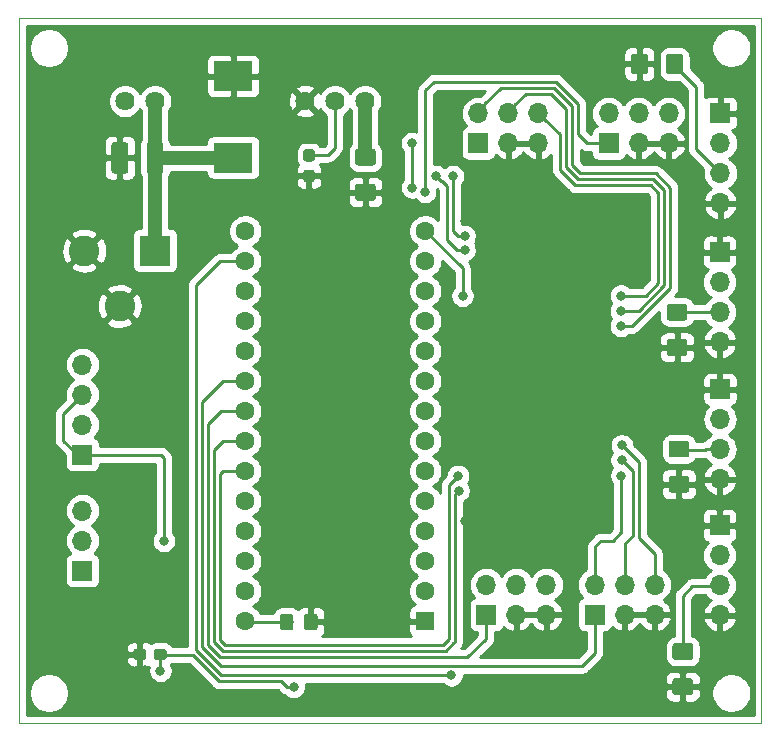
<source format=gbr>
G04 #@! TF.GenerationSoftware,KiCad,Pcbnew,5.1.2*
G04 #@! TF.CreationDate,2019-05-12T19:07:36-07:00*
G04 #@! TF.ProjectId,dashboard_shield,64617368-626f-4617-9264-5f736869656c,rev?*
G04 #@! TF.SameCoordinates,Original*
G04 #@! TF.FileFunction,Copper,L2,Bot*
G04 #@! TF.FilePolarity,Positive*
%FSLAX46Y46*%
G04 Gerber Fmt 4.6, Leading zero omitted, Abs format (unit mm)*
G04 Created by KiCad (PCBNEW 5.1.2) date 2019-05-12 19:07:36*
%MOMM*%
%LPD*%
G04 APERTURE LIST*
%ADD10C,0.050000*%
%ADD11C,1.625600*%
%ADD12R,3.300000X2.500000*%
%ADD13O,1.700000X1.700000*%
%ADD14R,1.700000X1.700000*%
%ADD15C,0.100000*%
%ADD16C,1.425000*%
%ADD17R,1.600000X1.600000*%
%ADD18C,1.600000*%
%ADD19C,0.950000*%
%ADD20C,1.150000*%
%ADD21C,2.600000*%
%ADD22R,2.600000X2.600000*%
%ADD23C,0.800000*%
%ADD24C,0.254000*%
%ADD25C,1.143000*%
G04 APERTURE END LIST*
D10*
X158115000Y-121920000D02*
X158115000Y-62230000D01*
X220980000Y-121920000D02*
X158115000Y-121920000D01*
X220980000Y-62230000D02*
X220980000Y-121920000D01*
X158115000Y-62230000D02*
X220980000Y-62230000D01*
D11*
X167106600Y-69265800D03*
X169646600Y-69265800D03*
X182346600Y-69265800D03*
X184886600Y-69265800D03*
X187426600Y-69265800D03*
D12*
X176250600Y-67136600D03*
X176260600Y-74036600D03*
D13*
X163499800Y-91567000D03*
X163499800Y-94107000D03*
X163499800Y-96647000D03*
D14*
X163499800Y-99187000D03*
D15*
G36*
X214974704Y-118124204D02*
G01*
X214998973Y-118127804D01*
X215022771Y-118133765D01*
X215045871Y-118142030D01*
X215068049Y-118152520D01*
X215089093Y-118165133D01*
X215108798Y-118179747D01*
X215126977Y-118196223D01*
X215143453Y-118214402D01*
X215158067Y-118234107D01*
X215170680Y-118255151D01*
X215181170Y-118277329D01*
X215189435Y-118300429D01*
X215195396Y-118324227D01*
X215198996Y-118348496D01*
X215200200Y-118373000D01*
X215200200Y-119298000D01*
X215198996Y-119322504D01*
X215195396Y-119346773D01*
X215189435Y-119370571D01*
X215181170Y-119393671D01*
X215170680Y-119415849D01*
X215158067Y-119436893D01*
X215143453Y-119456598D01*
X215126977Y-119474777D01*
X215108798Y-119491253D01*
X215089093Y-119505867D01*
X215068049Y-119518480D01*
X215045871Y-119528970D01*
X215022771Y-119537235D01*
X214998973Y-119543196D01*
X214974704Y-119546796D01*
X214950200Y-119548000D01*
X213700200Y-119548000D01*
X213675696Y-119546796D01*
X213651427Y-119543196D01*
X213627629Y-119537235D01*
X213604529Y-119528970D01*
X213582351Y-119518480D01*
X213561307Y-119505867D01*
X213541602Y-119491253D01*
X213523423Y-119474777D01*
X213506947Y-119456598D01*
X213492333Y-119436893D01*
X213479720Y-119415849D01*
X213469230Y-119393671D01*
X213460965Y-119370571D01*
X213455004Y-119346773D01*
X213451404Y-119322504D01*
X213450200Y-119298000D01*
X213450200Y-118373000D01*
X213451404Y-118348496D01*
X213455004Y-118324227D01*
X213460965Y-118300429D01*
X213469230Y-118277329D01*
X213479720Y-118255151D01*
X213492333Y-118234107D01*
X213506947Y-118214402D01*
X213523423Y-118196223D01*
X213541602Y-118179747D01*
X213561307Y-118165133D01*
X213582351Y-118152520D01*
X213604529Y-118142030D01*
X213627629Y-118133765D01*
X213651427Y-118127804D01*
X213675696Y-118124204D01*
X213700200Y-118123000D01*
X214950200Y-118123000D01*
X214974704Y-118124204D01*
X214974704Y-118124204D01*
G37*
D16*
X214325200Y-118835500D03*
D15*
G36*
X214974704Y-115149204D02*
G01*
X214998973Y-115152804D01*
X215022771Y-115158765D01*
X215045871Y-115167030D01*
X215068049Y-115177520D01*
X215089093Y-115190133D01*
X215108798Y-115204747D01*
X215126977Y-115221223D01*
X215143453Y-115239402D01*
X215158067Y-115259107D01*
X215170680Y-115280151D01*
X215181170Y-115302329D01*
X215189435Y-115325429D01*
X215195396Y-115349227D01*
X215198996Y-115373496D01*
X215200200Y-115398000D01*
X215200200Y-116323000D01*
X215198996Y-116347504D01*
X215195396Y-116371773D01*
X215189435Y-116395571D01*
X215181170Y-116418671D01*
X215170680Y-116440849D01*
X215158067Y-116461893D01*
X215143453Y-116481598D01*
X215126977Y-116499777D01*
X215108798Y-116516253D01*
X215089093Y-116530867D01*
X215068049Y-116543480D01*
X215045871Y-116553970D01*
X215022771Y-116562235D01*
X214998973Y-116568196D01*
X214974704Y-116571796D01*
X214950200Y-116573000D01*
X213700200Y-116573000D01*
X213675696Y-116571796D01*
X213651427Y-116568196D01*
X213627629Y-116562235D01*
X213604529Y-116553970D01*
X213582351Y-116543480D01*
X213561307Y-116530867D01*
X213541602Y-116516253D01*
X213523423Y-116499777D01*
X213506947Y-116481598D01*
X213492333Y-116461893D01*
X213479720Y-116440849D01*
X213469230Y-116418671D01*
X213460965Y-116395571D01*
X213455004Y-116371773D01*
X213451404Y-116347504D01*
X213450200Y-116323000D01*
X213450200Y-115398000D01*
X213451404Y-115373496D01*
X213455004Y-115349227D01*
X213460965Y-115325429D01*
X213469230Y-115302329D01*
X213479720Y-115280151D01*
X213492333Y-115259107D01*
X213506947Y-115239402D01*
X213523423Y-115221223D01*
X213541602Y-115204747D01*
X213561307Y-115190133D01*
X213582351Y-115177520D01*
X213604529Y-115167030D01*
X213627629Y-115158765D01*
X213651427Y-115152804D01*
X213675696Y-115149204D01*
X213700200Y-115148000D01*
X214950200Y-115148000D01*
X214974704Y-115149204D01*
X214974704Y-115149204D01*
G37*
D16*
X214325200Y-115860500D03*
D15*
G36*
X167147504Y-72742604D02*
G01*
X167171773Y-72746204D01*
X167195571Y-72752165D01*
X167218671Y-72760430D01*
X167240849Y-72770920D01*
X167261893Y-72783533D01*
X167281598Y-72798147D01*
X167299777Y-72814623D01*
X167316253Y-72832802D01*
X167330867Y-72852507D01*
X167343480Y-72873551D01*
X167353970Y-72895729D01*
X167362235Y-72918829D01*
X167368196Y-72942627D01*
X167371796Y-72966896D01*
X167373000Y-72991400D01*
X167373000Y-75141400D01*
X167371796Y-75165904D01*
X167368196Y-75190173D01*
X167362235Y-75213971D01*
X167353970Y-75237071D01*
X167343480Y-75259249D01*
X167330867Y-75280293D01*
X167316253Y-75299998D01*
X167299777Y-75318177D01*
X167281598Y-75334653D01*
X167261893Y-75349267D01*
X167240849Y-75361880D01*
X167218671Y-75372370D01*
X167195571Y-75380635D01*
X167171773Y-75386596D01*
X167147504Y-75390196D01*
X167123000Y-75391400D01*
X166198000Y-75391400D01*
X166173496Y-75390196D01*
X166149227Y-75386596D01*
X166125429Y-75380635D01*
X166102329Y-75372370D01*
X166080151Y-75361880D01*
X166059107Y-75349267D01*
X166039402Y-75334653D01*
X166021223Y-75318177D01*
X166004747Y-75299998D01*
X165990133Y-75280293D01*
X165977520Y-75259249D01*
X165967030Y-75237071D01*
X165958765Y-75213971D01*
X165952804Y-75190173D01*
X165949204Y-75165904D01*
X165948000Y-75141400D01*
X165948000Y-72991400D01*
X165949204Y-72966896D01*
X165952804Y-72942627D01*
X165958765Y-72918829D01*
X165967030Y-72895729D01*
X165977520Y-72873551D01*
X165990133Y-72852507D01*
X166004747Y-72832802D01*
X166021223Y-72814623D01*
X166039402Y-72798147D01*
X166059107Y-72783533D01*
X166080151Y-72770920D01*
X166102329Y-72760430D01*
X166125429Y-72752165D01*
X166149227Y-72746204D01*
X166173496Y-72742604D01*
X166198000Y-72741400D01*
X167123000Y-72741400D01*
X167147504Y-72742604D01*
X167147504Y-72742604D01*
G37*
D16*
X166660500Y-74066400D03*
D15*
G36*
X170122504Y-72742604D02*
G01*
X170146773Y-72746204D01*
X170170571Y-72752165D01*
X170193671Y-72760430D01*
X170215849Y-72770920D01*
X170236893Y-72783533D01*
X170256598Y-72798147D01*
X170274777Y-72814623D01*
X170291253Y-72832802D01*
X170305867Y-72852507D01*
X170318480Y-72873551D01*
X170328970Y-72895729D01*
X170337235Y-72918829D01*
X170343196Y-72942627D01*
X170346796Y-72966896D01*
X170348000Y-72991400D01*
X170348000Y-75141400D01*
X170346796Y-75165904D01*
X170343196Y-75190173D01*
X170337235Y-75213971D01*
X170328970Y-75237071D01*
X170318480Y-75259249D01*
X170305867Y-75280293D01*
X170291253Y-75299998D01*
X170274777Y-75318177D01*
X170256598Y-75334653D01*
X170236893Y-75349267D01*
X170215849Y-75361880D01*
X170193671Y-75372370D01*
X170170571Y-75380635D01*
X170146773Y-75386596D01*
X170122504Y-75390196D01*
X170098000Y-75391400D01*
X169173000Y-75391400D01*
X169148496Y-75390196D01*
X169124227Y-75386596D01*
X169100429Y-75380635D01*
X169077329Y-75372370D01*
X169055151Y-75361880D01*
X169034107Y-75349267D01*
X169014402Y-75334653D01*
X168996223Y-75318177D01*
X168979747Y-75299998D01*
X168965133Y-75280293D01*
X168952520Y-75259249D01*
X168942030Y-75237071D01*
X168933765Y-75213971D01*
X168927804Y-75190173D01*
X168924204Y-75165904D01*
X168923000Y-75141400D01*
X168923000Y-72991400D01*
X168924204Y-72966896D01*
X168927804Y-72942627D01*
X168933765Y-72918829D01*
X168942030Y-72895729D01*
X168952520Y-72873551D01*
X168965133Y-72852507D01*
X168979747Y-72832802D01*
X168996223Y-72814623D01*
X169014402Y-72798147D01*
X169034107Y-72783533D01*
X169055151Y-72770920D01*
X169077329Y-72760430D01*
X169100429Y-72752165D01*
X169124227Y-72746204D01*
X169148496Y-72742604D01*
X169173000Y-72741400D01*
X170098000Y-72741400D01*
X170122504Y-72742604D01*
X170122504Y-72742604D01*
G37*
D16*
X169635500Y-74066400D03*
D17*
X192532000Y-113284000D03*
D18*
X192532000Y-110744000D03*
X192532000Y-108204000D03*
X192532000Y-105664000D03*
X192532000Y-103124000D03*
X192532000Y-100584000D03*
X192532000Y-98044000D03*
X192532000Y-95504000D03*
X192532000Y-92964000D03*
X192532000Y-90424000D03*
X192532000Y-87884000D03*
X192532000Y-85344000D03*
X192532000Y-82804000D03*
X177292000Y-113284000D03*
X177292000Y-110744000D03*
X177292000Y-108204000D03*
X177292000Y-105664000D03*
X177292000Y-103124000D03*
X177292000Y-100584000D03*
X177292000Y-98044000D03*
X177292000Y-95504000D03*
X177292000Y-92964000D03*
X177292000Y-90424000D03*
X177292000Y-87884000D03*
X177292000Y-85344000D03*
X177292000Y-82804000D03*
X192532000Y-80264000D03*
X177292000Y-80264000D03*
D15*
G36*
X168650579Y-115629544D02*
G01*
X168673634Y-115632963D01*
X168696243Y-115638627D01*
X168718187Y-115646479D01*
X168739257Y-115656444D01*
X168759248Y-115668426D01*
X168777968Y-115682310D01*
X168795238Y-115697962D01*
X168810890Y-115715232D01*
X168824774Y-115733952D01*
X168836756Y-115753943D01*
X168846721Y-115775013D01*
X168854573Y-115796957D01*
X168860237Y-115819566D01*
X168863656Y-115842621D01*
X168864800Y-115865900D01*
X168864800Y-116340900D01*
X168863656Y-116364179D01*
X168860237Y-116387234D01*
X168854573Y-116409843D01*
X168846721Y-116431787D01*
X168836756Y-116452857D01*
X168824774Y-116472848D01*
X168810890Y-116491568D01*
X168795238Y-116508838D01*
X168777968Y-116524490D01*
X168759248Y-116538374D01*
X168739257Y-116550356D01*
X168718187Y-116560321D01*
X168696243Y-116568173D01*
X168673634Y-116573837D01*
X168650579Y-116577256D01*
X168627300Y-116578400D01*
X168052300Y-116578400D01*
X168029021Y-116577256D01*
X168005966Y-116573837D01*
X167983357Y-116568173D01*
X167961413Y-116560321D01*
X167940343Y-116550356D01*
X167920352Y-116538374D01*
X167901632Y-116524490D01*
X167884362Y-116508838D01*
X167868710Y-116491568D01*
X167854826Y-116472848D01*
X167842844Y-116452857D01*
X167832879Y-116431787D01*
X167825027Y-116409843D01*
X167819363Y-116387234D01*
X167815944Y-116364179D01*
X167814800Y-116340900D01*
X167814800Y-115865900D01*
X167815944Y-115842621D01*
X167819363Y-115819566D01*
X167825027Y-115796957D01*
X167832879Y-115775013D01*
X167842844Y-115753943D01*
X167854826Y-115733952D01*
X167868710Y-115715232D01*
X167884362Y-115697962D01*
X167901632Y-115682310D01*
X167920352Y-115668426D01*
X167940343Y-115656444D01*
X167961413Y-115646479D01*
X167983357Y-115638627D01*
X168005966Y-115632963D01*
X168029021Y-115629544D01*
X168052300Y-115628400D01*
X168627300Y-115628400D01*
X168650579Y-115629544D01*
X168650579Y-115629544D01*
G37*
D19*
X168339800Y-116103400D03*
D15*
G36*
X170400579Y-115629544D02*
G01*
X170423634Y-115632963D01*
X170446243Y-115638627D01*
X170468187Y-115646479D01*
X170489257Y-115656444D01*
X170509248Y-115668426D01*
X170527968Y-115682310D01*
X170545238Y-115697962D01*
X170560890Y-115715232D01*
X170574774Y-115733952D01*
X170586756Y-115753943D01*
X170596721Y-115775013D01*
X170604573Y-115796957D01*
X170610237Y-115819566D01*
X170613656Y-115842621D01*
X170614800Y-115865900D01*
X170614800Y-116340900D01*
X170613656Y-116364179D01*
X170610237Y-116387234D01*
X170604573Y-116409843D01*
X170596721Y-116431787D01*
X170586756Y-116452857D01*
X170574774Y-116472848D01*
X170560890Y-116491568D01*
X170545238Y-116508838D01*
X170527968Y-116524490D01*
X170509248Y-116538374D01*
X170489257Y-116550356D01*
X170468187Y-116560321D01*
X170446243Y-116568173D01*
X170423634Y-116573837D01*
X170400579Y-116577256D01*
X170377300Y-116578400D01*
X169802300Y-116578400D01*
X169779021Y-116577256D01*
X169755966Y-116573837D01*
X169733357Y-116568173D01*
X169711413Y-116560321D01*
X169690343Y-116550356D01*
X169670352Y-116538374D01*
X169651632Y-116524490D01*
X169634362Y-116508838D01*
X169618710Y-116491568D01*
X169604826Y-116472848D01*
X169592844Y-116452857D01*
X169582879Y-116431787D01*
X169575027Y-116409843D01*
X169569363Y-116387234D01*
X169565944Y-116364179D01*
X169564800Y-116340900D01*
X169564800Y-115865900D01*
X169565944Y-115842621D01*
X169569363Y-115819566D01*
X169575027Y-115796957D01*
X169582879Y-115775013D01*
X169592844Y-115753943D01*
X169604826Y-115733952D01*
X169618710Y-115715232D01*
X169634362Y-115697962D01*
X169651632Y-115682310D01*
X169670352Y-115668426D01*
X169690343Y-115656444D01*
X169711413Y-115646479D01*
X169733357Y-115638627D01*
X169755966Y-115632963D01*
X169779021Y-115629544D01*
X169802300Y-115628400D01*
X170377300Y-115628400D01*
X170400579Y-115629544D01*
X170400579Y-115629544D01*
G37*
D19*
X170089800Y-116103400D03*
D13*
X163499800Y-103936800D03*
X163499800Y-106476800D03*
D14*
X163499800Y-109016800D03*
D15*
G36*
X182937579Y-75077944D02*
G01*
X182960634Y-75081363D01*
X182983243Y-75087027D01*
X183005187Y-75094879D01*
X183026257Y-75104844D01*
X183046248Y-75116826D01*
X183064968Y-75130710D01*
X183082238Y-75146362D01*
X183097890Y-75163632D01*
X183111774Y-75182352D01*
X183123756Y-75202343D01*
X183133721Y-75223413D01*
X183141573Y-75245357D01*
X183147237Y-75267966D01*
X183150656Y-75291021D01*
X183151800Y-75314300D01*
X183151800Y-75889300D01*
X183150656Y-75912579D01*
X183147237Y-75935634D01*
X183141573Y-75958243D01*
X183133721Y-75980187D01*
X183123756Y-76001257D01*
X183111774Y-76021248D01*
X183097890Y-76039968D01*
X183082238Y-76057238D01*
X183064968Y-76072890D01*
X183046248Y-76086774D01*
X183026257Y-76098756D01*
X183005187Y-76108721D01*
X182983243Y-76116573D01*
X182960634Y-76122237D01*
X182937579Y-76125656D01*
X182914300Y-76126800D01*
X182439300Y-76126800D01*
X182416021Y-76125656D01*
X182392966Y-76122237D01*
X182370357Y-76116573D01*
X182348413Y-76108721D01*
X182327343Y-76098756D01*
X182307352Y-76086774D01*
X182288632Y-76072890D01*
X182271362Y-76057238D01*
X182255710Y-76039968D01*
X182241826Y-76021248D01*
X182229844Y-76001257D01*
X182219879Y-75980187D01*
X182212027Y-75958243D01*
X182206363Y-75935634D01*
X182202944Y-75912579D01*
X182201800Y-75889300D01*
X182201800Y-75314300D01*
X182202944Y-75291021D01*
X182206363Y-75267966D01*
X182212027Y-75245357D01*
X182219879Y-75223413D01*
X182229844Y-75202343D01*
X182241826Y-75182352D01*
X182255710Y-75163632D01*
X182271362Y-75146362D01*
X182288632Y-75130710D01*
X182307352Y-75116826D01*
X182327343Y-75104844D01*
X182348413Y-75094879D01*
X182370357Y-75087027D01*
X182392966Y-75081363D01*
X182416021Y-75077944D01*
X182439300Y-75076800D01*
X182914300Y-75076800D01*
X182937579Y-75077944D01*
X182937579Y-75077944D01*
G37*
D19*
X182676800Y-75601800D03*
D15*
G36*
X182937579Y-73327944D02*
G01*
X182960634Y-73331363D01*
X182983243Y-73337027D01*
X183005187Y-73344879D01*
X183026257Y-73354844D01*
X183046248Y-73366826D01*
X183064968Y-73380710D01*
X183082238Y-73396362D01*
X183097890Y-73413632D01*
X183111774Y-73432352D01*
X183123756Y-73452343D01*
X183133721Y-73473413D01*
X183141573Y-73495357D01*
X183147237Y-73517966D01*
X183150656Y-73541021D01*
X183151800Y-73564300D01*
X183151800Y-74139300D01*
X183150656Y-74162579D01*
X183147237Y-74185634D01*
X183141573Y-74208243D01*
X183133721Y-74230187D01*
X183123756Y-74251257D01*
X183111774Y-74271248D01*
X183097890Y-74289968D01*
X183082238Y-74307238D01*
X183064968Y-74322890D01*
X183046248Y-74336774D01*
X183026257Y-74348756D01*
X183005187Y-74358721D01*
X182983243Y-74366573D01*
X182960634Y-74372237D01*
X182937579Y-74375656D01*
X182914300Y-74376800D01*
X182439300Y-74376800D01*
X182416021Y-74375656D01*
X182392966Y-74372237D01*
X182370357Y-74366573D01*
X182348413Y-74358721D01*
X182327343Y-74348756D01*
X182307352Y-74336774D01*
X182288632Y-74322890D01*
X182271362Y-74307238D01*
X182255710Y-74289968D01*
X182241826Y-74271248D01*
X182229844Y-74251257D01*
X182219879Y-74230187D01*
X182212027Y-74208243D01*
X182206363Y-74185634D01*
X182202944Y-74162579D01*
X182201800Y-74139300D01*
X182201800Y-73564300D01*
X182202944Y-73541021D01*
X182206363Y-73517966D01*
X182212027Y-73495357D01*
X182219879Y-73473413D01*
X182229844Y-73452343D01*
X182241826Y-73432352D01*
X182255710Y-73413632D01*
X182271362Y-73396362D01*
X182288632Y-73380710D01*
X182307352Y-73366826D01*
X182327343Y-73354844D01*
X182348413Y-73344879D01*
X182370357Y-73337027D01*
X182392966Y-73331363D01*
X182416021Y-73327944D01*
X182439300Y-73326800D01*
X182914300Y-73326800D01*
X182937579Y-73327944D01*
X182937579Y-73327944D01*
G37*
D19*
X182676800Y-73851800D03*
D15*
G36*
X214492104Y-89396804D02*
G01*
X214516373Y-89400404D01*
X214540171Y-89406365D01*
X214563271Y-89414630D01*
X214585449Y-89425120D01*
X214606493Y-89437733D01*
X214626198Y-89452347D01*
X214644377Y-89468823D01*
X214660853Y-89487002D01*
X214675467Y-89506707D01*
X214688080Y-89527751D01*
X214698570Y-89549929D01*
X214706835Y-89573029D01*
X214712796Y-89596827D01*
X214716396Y-89621096D01*
X214717600Y-89645600D01*
X214717600Y-90570600D01*
X214716396Y-90595104D01*
X214712796Y-90619373D01*
X214706835Y-90643171D01*
X214698570Y-90666271D01*
X214688080Y-90688449D01*
X214675467Y-90709493D01*
X214660853Y-90729198D01*
X214644377Y-90747377D01*
X214626198Y-90763853D01*
X214606493Y-90778467D01*
X214585449Y-90791080D01*
X214563271Y-90801570D01*
X214540171Y-90809835D01*
X214516373Y-90815796D01*
X214492104Y-90819396D01*
X214467600Y-90820600D01*
X213217600Y-90820600D01*
X213193096Y-90819396D01*
X213168827Y-90815796D01*
X213145029Y-90809835D01*
X213121929Y-90801570D01*
X213099751Y-90791080D01*
X213078707Y-90778467D01*
X213059002Y-90763853D01*
X213040823Y-90747377D01*
X213024347Y-90729198D01*
X213009733Y-90709493D01*
X212997120Y-90688449D01*
X212986630Y-90666271D01*
X212978365Y-90643171D01*
X212972404Y-90619373D01*
X212968804Y-90595104D01*
X212967600Y-90570600D01*
X212967600Y-89645600D01*
X212968804Y-89621096D01*
X212972404Y-89596827D01*
X212978365Y-89573029D01*
X212986630Y-89549929D01*
X212997120Y-89527751D01*
X213009733Y-89506707D01*
X213024347Y-89487002D01*
X213040823Y-89468823D01*
X213059002Y-89452347D01*
X213078707Y-89437733D01*
X213099751Y-89425120D01*
X213121929Y-89414630D01*
X213145029Y-89406365D01*
X213168827Y-89400404D01*
X213193096Y-89396804D01*
X213217600Y-89395600D01*
X214467600Y-89395600D01*
X214492104Y-89396804D01*
X214492104Y-89396804D01*
G37*
D16*
X213842600Y-90108100D03*
D15*
G36*
X214492104Y-86421804D02*
G01*
X214516373Y-86425404D01*
X214540171Y-86431365D01*
X214563271Y-86439630D01*
X214585449Y-86450120D01*
X214606493Y-86462733D01*
X214626198Y-86477347D01*
X214644377Y-86493823D01*
X214660853Y-86512002D01*
X214675467Y-86531707D01*
X214688080Y-86552751D01*
X214698570Y-86574929D01*
X214706835Y-86598029D01*
X214712796Y-86621827D01*
X214716396Y-86646096D01*
X214717600Y-86670600D01*
X214717600Y-87595600D01*
X214716396Y-87620104D01*
X214712796Y-87644373D01*
X214706835Y-87668171D01*
X214698570Y-87691271D01*
X214688080Y-87713449D01*
X214675467Y-87734493D01*
X214660853Y-87754198D01*
X214644377Y-87772377D01*
X214626198Y-87788853D01*
X214606493Y-87803467D01*
X214585449Y-87816080D01*
X214563271Y-87826570D01*
X214540171Y-87834835D01*
X214516373Y-87840796D01*
X214492104Y-87844396D01*
X214467600Y-87845600D01*
X213217600Y-87845600D01*
X213193096Y-87844396D01*
X213168827Y-87840796D01*
X213145029Y-87834835D01*
X213121929Y-87826570D01*
X213099751Y-87816080D01*
X213078707Y-87803467D01*
X213059002Y-87788853D01*
X213040823Y-87772377D01*
X213024347Y-87754198D01*
X213009733Y-87734493D01*
X212997120Y-87713449D01*
X212986630Y-87691271D01*
X212978365Y-87668171D01*
X212972404Y-87644373D01*
X212968804Y-87620104D01*
X212967600Y-87595600D01*
X212967600Y-86670600D01*
X212968804Y-86646096D01*
X212972404Y-86621827D01*
X212978365Y-86598029D01*
X212986630Y-86574929D01*
X212997120Y-86552751D01*
X213009733Y-86531707D01*
X213024347Y-86512002D01*
X213040823Y-86493823D01*
X213059002Y-86477347D01*
X213078707Y-86462733D01*
X213099751Y-86450120D01*
X213121929Y-86439630D01*
X213145029Y-86431365D01*
X213168827Y-86425404D01*
X213193096Y-86421804D01*
X213217600Y-86420600D01*
X214467600Y-86420600D01*
X214492104Y-86421804D01*
X214492104Y-86421804D01*
G37*
D16*
X213842600Y-87133100D03*
D15*
G36*
X214644504Y-100979204D02*
G01*
X214668773Y-100982804D01*
X214692571Y-100988765D01*
X214715671Y-100997030D01*
X214737849Y-101007520D01*
X214758893Y-101020133D01*
X214778598Y-101034747D01*
X214796777Y-101051223D01*
X214813253Y-101069402D01*
X214827867Y-101089107D01*
X214840480Y-101110151D01*
X214850970Y-101132329D01*
X214859235Y-101155429D01*
X214865196Y-101179227D01*
X214868796Y-101203496D01*
X214870000Y-101228000D01*
X214870000Y-102153000D01*
X214868796Y-102177504D01*
X214865196Y-102201773D01*
X214859235Y-102225571D01*
X214850970Y-102248671D01*
X214840480Y-102270849D01*
X214827867Y-102291893D01*
X214813253Y-102311598D01*
X214796777Y-102329777D01*
X214778598Y-102346253D01*
X214758893Y-102360867D01*
X214737849Y-102373480D01*
X214715671Y-102383970D01*
X214692571Y-102392235D01*
X214668773Y-102398196D01*
X214644504Y-102401796D01*
X214620000Y-102403000D01*
X213370000Y-102403000D01*
X213345496Y-102401796D01*
X213321227Y-102398196D01*
X213297429Y-102392235D01*
X213274329Y-102383970D01*
X213252151Y-102373480D01*
X213231107Y-102360867D01*
X213211402Y-102346253D01*
X213193223Y-102329777D01*
X213176747Y-102311598D01*
X213162133Y-102291893D01*
X213149520Y-102270849D01*
X213139030Y-102248671D01*
X213130765Y-102225571D01*
X213124804Y-102201773D01*
X213121204Y-102177504D01*
X213120000Y-102153000D01*
X213120000Y-101228000D01*
X213121204Y-101203496D01*
X213124804Y-101179227D01*
X213130765Y-101155429D01*
X213139030Y-101132329D01*
X213149520Y-101110151D01*
X213162133Y-101089107D01*
X213176747Y-101069402D01*
X213193223Y-101051223D01*
X213211402Y-101034747D01*
X213231107Y-101020133D01*
X213252151Y-101007520D01*
X213274329Y-100997030D01*
X213297429Y-100988765D01*
X213321227Y-100982804D01*
X213345496Y-100979204D01*
X213370000Y-100978000D01*
X214620000Y-100978000D01*
X214644504Y-100979204D01*
X214644504Y-100979204D01*
G37*
D16*
X213995000Y-101690500D03*
D15*
G36*
X214644504Y-98004204D02*
G01*
X214668773Y-98007804D01*
X214692571Y-98013765D01*
X214715671Y-98022030D01*
X214737849Y-98032520D01*
X214758893Y-98045133D01*
X214778598Y-98059747D01*
X214796777Y-98076223D01*
X214813253Y-98094402D01*
X214827867Y-98114107D01*
X214840480Y-98135151D01*
X214850970Y-98157329D01*
X214859235Y-98180429D01*
X214865196Y-98204227D01*
X214868796Y-98228496D01*
X214870000Y-98253000D01*
X214870000Y-99178000D01*
X214868796Y-99202504D01*
X214865196Y-99226773D01*
X214859235Y-99250571D01*
X214850970Y-99273671D01*
X214840480Y-99295849D01*
X214827867Y-99316893D01*
X214813253Y-99336598D01*
X214796777Y-99354777D01*
X214778598Y-99371253D01*
X214758893Y-99385867D01*
X214737849Y-99398480D01*
X214715671Y-99408970D01*
X214692571Y-99417235D01*
X214668773Y-99423196D01*
X214644504Y-99426796D01*
X214620000Y-99428000D01*
X213370000Y-99428000D01*
X213345496Y-99426796D01*
X213321227Y-99423196D01*
X213297429Y-99417235D01*
X213274329Y-99408970D01*
X213252151Y-99398480D01*
X213231107Y-99385867D01*
X213211402Y-99371253D01*
X213193223Y-99354777D01*
X213176747Y-99336598D01*
X213162133Y-99316893D01*
X213149520Y-99295849D01*
X213139030Y-99273671D01*
X213130765Y-99250571D01*
X213124804Y-99226773D01*
X213121204Y-99202504D01*
X213120000Y-99178000D01*
X213120000Y-98253000D01*
X213121204Y-98228496D01*
X213124804Y-98204227D01*
X213130765Y-98180429D01*
X213139030Y-98157329D01*
X213149520Y-98135151D01*
X213162133Y-98114107D01*
X213176747Y-98094402D01*
X213193223Y-98076223D01*
X213211402Y-98059747D01*
X213231107Y-98045133D01*
X213252151Y-98032520D01*
X213274329Y-98022030D01*
X213297429Y-98013765D01*
X213321227Y-98007804D01*
X213345496Y-98004204D01*
X213370000Y-98003000D01*
X214620000Y-98003000D01*
X214644504Y-98004204D01*
X214644504Y-98004204D01*
G37*
D16*
X213995000Y-98715500D03*
D15*
G36*
X211140304Y-65242404D02*
G01*
X211164573Y-65246004D01*
X211188371Y-65251965D01*
X211211471Y-65260230D01*
X211233649Y-65270720D01*
X211254693Y-65283333D01*
X211274398Y-65297947D01*
X211292577Y-65314423D01*
X211309053Y-65332602D01*
X211323667Y-65352307D01*
X211336280Y-65373351D01*
X211346770Y-65395529D01*
X211355035Y-65418629D01*
X211360996Y-65442427D01*
X211364596Y-65466696D01*
X211365800Y-65491200D01*
X211365800Y-66741200D01*
X211364596Y-66765704D01*
X211360996Y-66789973D01*
X211355035Y-66813771D01*
X211346770Y-66836871D01*
X211336280Y-66859049D01*
X211323667Y-66880093D01*
X211309053Y-66899798D01*
X211292577Y-66917977D01*
X211274398Y-66934453D01*
X211254693Y-66949067D01*
X211233649Y-66961680D01*
X211211471Y-66972170D01*
X211188371Y-66980435D01*
X211164573Y-66986396D01*
X211140304Y-66989996D01*
X211115800Y-66991200D01*
X210190800Y-66991200D01*
X210166296Y-66989996D01*
X210142027Y-66986396D01*
X210118229Y-66980435D01*
X210095129Y-66972170D01*
X210072951Y-66961680D01*
X210051907Y-66949067D01*
X210032202Y-66934453D01*
X210014023Y-66917977D01*
X209997547Y-66899798D01*
X209982933Y-66880093D01*
X209970320Y-66859049D01*
X209959830Y-66836871D01*
X209951565Y-66813771D01*
X209945604Y-66789973D01*
X209942004Y-66765704D01*
X209940800Y-66741200D01*
X209940800Y-65491200D01*
X209942004Y-65466696D01*
X209945604Y-65442427D01*
X209951565Y-65418629D01*
X209959830Y-65395529D01*
X209970320Y-65373351D01*
X209982933Y-65352307D01*
X209997547Y-65332602D01*
X210014023Y-65314423D01*
X210032202Y-65297947D01*
X210051907Y-65283333D01*
X210072951Y-65270720D01*
X210095129Y-65260230D01*
X210118229Y-65251965D01*
X210142027Y-65246004D01*
X210166296Y-65242404D01*
X210190800Y-65241200D01*
X211115800Y-65241200D01*
X211140304Y-65242404D01*
X211140304Y-65242404D01*
G37*
D16*
X210653300Y-66116200D03*
D15*
G36*
X214115304Y-65242404D02*
G01*
X214139573Y-65246004D01*
X214163371Y-65251965D01*
X214186471Y-65260230D01*
X214208649Y-65270720D01*
X214229693Y-65283333D01*
X214249398Y-65297947D01*
X214267577Y-65314423D01*
X214284053Y-65332602D01*
X214298667Y-65352307D01*
X214311280Y-65373351D01*
X214321770Y-65395529D01*
X214330035Y-65418629D01*
X214335996Y-65442427D01*
X214339596Y-65466696D01*
X214340800Y-65491200D01*
X214340800Y-66741200D01*
X214339596Y-66765704D01*
X214335996Y-66789973D01*
X214330035Y-66813771D01*
X214321770Y-66836871D01*
X214311280Y-66859049D01*
X214298667Y-66880093D01*
X214284053Y-66899798D01*
X214267577Y-66917977D01*
X214249398Y-66934453D01*
X214229693Y-66949067D01*
X214208649Y-66961680D01*
X214186471Y-66972170D01*
X214163371Y-66980435D01*
X214139573Y-66986396D01*
X214115304Y-66989996D01*
X214090800Y-66991200D01*
X213165800Y-66991200D01*
X213141296Y-66989996D01*
X213117027Y-66986396D01*
X213093229Y-66980435D01*
X213070129Y-66972170D01*
X213047951Y-66961680D01*
X213026907Y-66949067D01*
X213007202Y-66934453D01*
X212989023Y-66917977D01*
X212972547Y-66899798D01*
X212957933Y-66880093D01*
X212945320Y-66859049D01*
X212934830Y-66836871D01*
X212926565Y-66813771D01*
X212920604Y-66789973D01*
X212917004Y-66765704D01*
X212915800Y-66741200D01*
X212915800Y-65491200D01*
X212917004Y-65466696D01*
X212920604Y-65442427D01*
X212926565Y-65418629D01*
X212934830Y-65395529D01*
X212945320Y-65373351D01*
X212957933Y-65352307D01*
X212972547Y-65332602D01*
X212989023Y-65314423D01*
X213007202Y-65297947D01*
X213026907Y-65283333D01*
X213047951Y-65270720D01*
X213070129Y-65260230D01*
X213093229Y-65251965D01*
X213117027Y-65246004D01*
X213141296Y-65242404D01*
X213165800Y-65241200D01*
X214090800Y-65241200D01*
X214115304Y-65242404D01*
X214115304Y-65242404D01*
G37*
D16*
X213628300Y-66116200D03*
D15*
G36*
X183187705Y-112661404D02*
G01*
X183211973Y-112665004D01*
X183235772Y-112670965D01*
X183258871Y-112679230D01*
X183281050Y-112689720D01*
X183302093Y-112702332D01*
X183321799Y-112716947D01*
X183339977Y-112733423D01*
X183356453Y-112751601D01*
X183371068Y-112771307D01*
X183383680Y-112792350D01*
X183394170Y-112814529D01*
X183402435Y-112837628D01*
X183408396Y-112861427D01*
X183411996Y-112885695D01*
X183413200Y-112910199D01*
X183413200Y-113810201D01*
X183411996Y-113834705D01*
X183408396Y-113858973D01*
X183402435Y-113882772D01*
X183394170Y-113905871D01*
X183383680Y-113928050D01*
X183371068Y-113949093D01*
X183356453Y-113968799D01*
X183339977Y-113986977D01*
X183321799Y-114003453D01*
X183302093Y-114018068D01*
X183281050Y-114030680D01*
X183258871Y-114041170D01*
X183235772Y-114049435D01*
X183211973Y-114055396D01*
X183187705Y-114058996D01*
X183163201Y-114060200D01*
X182513199Y-114060200D01*
X182488695Y-114058996D01*
X182464427Y-114055396D01*
X182440628Y-114049435D01*
X182417529Y-114041170D01*
X182395350Y-114030680D01*
X182374307Y-114018068D01*
X182354601Y-114003453D01*
X182336423Y-113986977D01*
X182319947Y-113968799D01*
X182305332Y-113949093D01*
X182292720Y-113928050D01*
X182282230Y-113905871D01*
X182273965Y-113882772D01*
X182268004Y-113858973D01*
X182264404Y-113834705D01*
X182263200Y-113810201D01*
X182263200Y-112910199D01*
X182264404Y-112885695D01*
X182268004Y-112861427D01*
X182273965Y-112837628D01*
X182282230Y-112814529D01*
X182292720Y-112792350D01*
X182305332Y-112771307D01*
X182319947Y-112751601D01*
X182336423Y-112733423D01*
X182354601Y-112716947D01*
X182374307Y-112702332D01*
X182395350Y-112689720D01*
X182417529Y-112679230D01*
X182440628Y-112670965D01*
X182464427Y-112665004D01*
X182488695Y-112661404D01*
X182513199Y-112660200D01*
X183163201Y-112660200D01*
X183187705Y-112661404D01*
X183187705Y-112661404D01*
G37*
D20*
X182838200Y-113360200D03*
D15*
G36*
X181137705Y-112661404D02*
G01*
X181161973Y-112665004D01*
X181185772Y-112670965D01*
X181208871Y-112679230D01*
X181231050Y-112689720D01*
X181252093Y-112702332D01*
X181271799Y-112716947D01*
X181289977Y-112733423D01*
X181306453Y-112751601D01*
X181321068Y-112771307D01*
X181333680Y-112792350D01*
X181344170Y-112814529D01*
X181352435Y-112837628D01*
X181358396Y-112861427D01*
X181361996Y-112885695D01*
X181363200Y-112910199D01*
X181363200Y-113810201D01*
X181361996Y-113834705D01*
X181358396Y-113858973D01*
X181352435Y-113882772D01*
X181344170Y-113905871D01*
X181333680Y-113928050D01*
X181321068Y-113949093D01*
X181306453Y-113968799D01*
X181289977Y-113986977D01*
X181271799Y-114003453D01*
X181252093Y-114018068D01*
X181231050Y-114030680D01*
X181208871Y-114041170D01*
X181185772Y-114049435D01*
X181161973Y-114055396D01*
X181137705Y-114058996D01*
X181113201Y-114060200D01*
X180463199Y-114060200D01*
X180438695Y-114058996D01*
X180414427Y-114055396D01*
X180390628Y-114049435D01*
X180367529Y-114041170D01*
X180345350Y-114030680D01*
X180324307Y-114018068D01*
X180304601Y-114003453D01*
X180286423Y-113986977D01*
X180269947Y-113968799D01*
X180255332Y-113949093D01*
X180242720Y-113928050D01*
X180232230Y-113905871D01*
X180223965Y-113882772D01*
X180218004Y-113858973D01*
X180214404Y-113834705D01*
X180213200Y-113810201D01*
X180213200Y-112910199D01*
X180214404Y-112885695D01*
X180218004Y-112861427D01*
X180223965Y-112837628D01*
X180232230Y-112814529D01*
X180242720Y-112792350D01*
X180255332Y-112771307D01*
X180269947Y-112751601D01*
X180286423Y-112733423D01*
X180304601Y-112716947D01*
X180324307Y-112702332D01*
X180345350Y-112689720D01*
X180367529Y-112679230D01*
X180390628Y-112670965D01*
X180414427Y-112665004D01*
X180438695Y-112661404D01*
X180463199Y-112660200D01*
X181113201Y-112660200D01*
X181137705Y-112661404D01*
X181137705Y-112661404D01*
G37*
D20*
X180788200Y-113360200D03*
D15*
G36*
X188101504Y-76265004D02*
G01*
X188125773Y-76268604D01*
X188149571Y-76274565D01*
X188172671Y-76282830D01*
X188194849Y-76293320D01*
X188215893Y-76305933D01*
X188235598Y-76320547D01*
X188253777Y-76337023D01*
X188270253Y-76355202D01*
X188284867Y-76374907D01*
X188297480Y-76395951D01*
X188307970Y-76418129D01*
X188316235Y-76441229D01*
X188322196Y-76465027D01*
X188325796Y-76489296D01*
X188327000Y-76513800D01*
X188327000Y-77438800D01*
X188325796Y-77463304D01*
X188322196Y-77487573D01*
X188316235Y-77511371D01*
X188307970Y-77534471D01*
X188297480Y-77556649D01*
X188284867Y-77577693D01*
X188270253Y-77597398D01*
X188253777Y-77615577D01*
X188235598Y-77632053D01*
X188215893Y-77646667D01*
X188194849Y-77659280D01*
X188172671Y-77669770D01*
X188149571Y-77678035D01*
X188125773Y-77683996D01*
X188101504Y-77687596D01*
X188077000Y-77688800D01*
X186827000Y-77688800D01*
X186802496Y-77687596D01*
X186778227Y-77683996D01*
X186754429Y-77678035D01*
X186731329Y-77669770D01*
X186709151Y-77659280D01*
X186688107Y-77646667D01*
X186668402Y-77632053D01*
X186650223Y-77615577D01*
X186633747Y-77597398D01*
X186619133Y-77577693D01*
X186606520Y-77556649D01*
X186596030Y-77534471D01*
X186587765Y-77511371D01*
X186581804Y-77487573D01*
X186578204Y-77463304D01*
X186577000Y-77438800D01*
X186577000Y-76513800D01*
X186578204Y-76489296D01*
X186581804Y-76465027D01*
X186587765Y-76441229D01*
X186596030Y-76418129D01*
X186606520Y-76395951D01*
X186619133Y-76374907D01*
X186633747Y-76355202D01*
X186650223Y-76337023D01*
X186668402Y-76320547D01*
X186688107Y-76305933D01*
X186709151Y-76293320D01*
X186731329Y-76282830D01*
X186754429Y-76274565D01*
X186778227Y-76268604D01*
X186802496Y-76265004D01*
X186827000Y-76263800D01*
X188077000Y-76263800D01*
X188101504Y-76265004D01*
X188101504Y-76265004D01*
G37*
D16*
X187452000Y-76976300D03*
D15*
G36*
X188101504Y-73290004D02*
G01*
X188125773Y-73293604D01*
X188149571Y-73299565D01*
X188172671Y-73307830D01*
X188194849Y-73318320D01*
X188215893Y-73330933D01*
X188235598Y-73345547D01*
X188253777Y-73362023D01*
X188270253Y-73380202D01*
X188284867Y-73399907D01*
X188297480Y-73420951D01*
X188307970Y-73443129D01*
X188316235Y-73466229D01*
X188322196Y-73490027D01*
X188325796Y-73514296D01*
X188327000Y-73538800D01*
X188327000Y-74463800D01*
X188325796Y-74488304D01*
X188322196Y-74512573D01*
X188316235Y-74536371D01*
X188307970Y-74559471D01*
X188297480Y-74581649D01*
X188284867Y-74602693D01*
X188270253Y-74622398D01*
X188253777Y-74640577D01*
X188235598Y-74657053D01*
X188215893Y-74671667D01*
X188194849Y-74684280D01*
X188172671Y-74694770D01*
X188149571Y-74703035D01*
X188125773Y-74708996D01*
X188101504Y-74712596D01*
X188077000Y-74713800D01*
X186827000Y-74713800D01*
X186802496Y-74712596D01*
X186778227Y-74708996D01*
X186754429Y-74703035D01*
X186731329Y-74694770D01*
X186709151Y-74684280D01*
X186688107Y-74671667D01*
X186668402Y-74657053D01*
X186650223Y-74640577D01*
X186633747Y-74622398D01*
X186619133Y-74602693D01*
X186606520Y-74581649D01*
X186596030Y-74559471D01*
X186587765Y-74536371D01*
X186581804Y-74512573D01*
X186578204Y-74488304D01*
X186577000Y-74463800D01*
X186577000Y-73538800D01*
X186578204Y-73514296D01*
X186581804Y-73490027D01*
X186587765Y-73466229D01*
X186596030Y-73443129D01*
X186606520Y-73420951D01*
X186619133Y-73399907D01*
X186633747Y-73380202D01*
X186650223Y-73362023D01*
X186668402Y-73345547D01*
X186688107Y-73330933D01*
X186709151Y-73318320D01*
X186731329Y-73307830D01*
X186754429Y-73299565D01*
X186778227Y-73293604D01*
X186802496Y-73290004D01*
X186827000Y-73288800D01*
X188077000Y-73288800D01*
X188101504Y-73290004D01*
X188101504Y-73290004D01*
G37*
D16*
X187452000Y-74001300D03*
D21*
X166646600Y-86615000D03*
X163646600Y-81915000D03*
D22*
X169646600Y-81915000D03*
D13*
X211937600Y-110210600D03*
X211937600Y-112750600D03*
X209397600Y-110210600D03*
X209397600Y-112750600D03*
X206857600Y-110210600D03*
D14*
X206857600Y-112750600D03*
D13*
X217500200Y-77901800D03*
X217500200Y-75361800D03*
X217500200Y-72821800D03*
D14*
X217500200Y-70281800D03*
D13*
X217449400Y-89662000D03*
X217449400Y-87122000D03*
X217449400Y-84582000D03*
D14*
X217449400Y-82042000D03*
D13*
X202107800Y-70281800D03*
X202107800Y-72821800D03*
X199567800Y-70281800D03*
X199567800Y-72821800D03*
X197027800Y-70281800D03*
D14*
X197027800Y-72821800D03*
D13*
X213131400Y-70307200D03*
X213131400Y-72847200D03*
X210591400Y-70307200D03*
X210591400Y-72847200D03*
X208051400Y-70307200D03*
D14*
X208051400Y-72847200D03*
D13*
X217449400Y-112801400D03*
X217449400Y-110261400D03*
X217449400Y-107721400D03*
D14*
X217449400Y-105181400D03*
D13*
X217474800Y-101269800D03*
X217474800Y-98729800D03*
X217474800Y-96189800D03*
D14*
X217474800Y-93649800D03*
D13*
X202768200Y-110210600D03*
X202768200Y-112750600D03*
X200228200Y-110210600D03*
X200228200Y-112750600D03*
X197688200Y-110210600D03*
D14*
X197688200Y-112750600D03*
D23*
X195910200Y-104775000D03*
X195802210Y-93268800D03*
X195859400Y-79375000D03*
X195808600Y-90805000D03*
X168757600Y-117449600D03*
X209067400Y-80645000D03*
X213334600Y-94615000D03*
X209067400Y-94589600D03*
X209092800Y-77673200D03*
X165379400Y-111912400D03*
X181381400Y-118872000D03*
X170103800Y-117500400D03*
X170383200Y-106502200D03*
X192506600Y-76936600D03*
X209118200Y-100965000D03*
X209143600Y-99644200D03*
X209169000Y-98399600D03*
X191414400Y-76587400D03*
X191414400Y-72821800D03*
X209092800Y-88290400D03*
X209092800Y-87020400D03*
X209092800Y-85725000D03*
X195681600Y-85750400D03*
X195859400Y-80670400D03*
X194868800Y-75615800D03*
X195859400Y-81889600D03*
X193471800Y-75615800D03*
X195300600Y-100990400D03*
X195351400Y-102260400D03*
X194741800Y-117881400D03*
D24*
X180333125Y-118389410D02*
X175046039Y-118389409D01*
X181381400Y-118872000D02*
X180815715Y-118872000D01*
X180815715Y-118872000D02*
X180333125Y-118389410D01*
X175046039Y-118389409D02*
X172828915Y-116172285D01*
X170089800Y-116103400D02*
X170089800Y-117486400D01*
X170089800Y-117486400D02*
X170103800Y-117500400D01*
X172828915Y-116172285D02*
X170121885Y-116172285D01*
X170121885Y-116172285D02*
X170103800Y-116154200D01*
D25*
X169646600Y-81915000D02*
X169646600Y-74091800D01*
X169646600Y-74091800D02*
X169646600Y-69316600D01*
X169635500Y-74066400D02*
X175971200Y-74066400D01*
D24*
X216777900Y-87133100D02*
X216789000Y-87122000D01*
X214325200Y-115860500D02*
X214325200Y-111125000D01*
X214325200Y-111125000D02*
X215138000Y-110312200D01*
X215138000Y-110312200D02*
X216763600Y-110312200D01*
X216272719Y-98729800D02*
X216221919Y-98780600D01*
X217474800Y-98729800D02*
X216272719Y-98729800D01*
X216221919Y-98780600D02*
X213918800Y-98780600D01*
X217500200Y-75361800D02*
X216650201Y-74511801D01*
X216650201Y-74511801D02*
X215468200Y-73329800D01*
X215468200Y-73329800D02*
X215468200Y-68046600D01*
X215468200Y-68046600D02*
X213842600Y-66421000D01*
X213842600Y-66421000D02*
X213868000Y-66421000D01*
X213842600Y-87133100D02*
X217539900Y-87133100D01*
X180788200Y-113360200D02*
X180113200Y-113360200D01*
X180113200Y-113360200D02*
X177520600Y-113360200D01*
D25*
X187426600Y-69265800D02*
X187426600Y-73812400D01*
D24*
X170383200Y-106502200D02*
X170383200Y-99441000D01*
X170383200Y-99441000D02*
X170129200Y-99187000D01*
X170129200Y-99187000D02*
X164058600Y-99187000D01*
X163499800Y-94107000D02*
X162649801Y-94956999D01*
X162649801Y-94956999D02*
X162649801Y-94982399D01*
X162649801Y-94982399D02*
X161874200Y-95758000D01*
X161874200Y-95758000D02*
X161874200Y-98018600D01*
X161874200Y-98018600D02*
X162941000Y-99085400D01*
X192506600Y-76370915D02*
X192532000Y-76345515D01*
X192506600Y-76936600D02*
X192506600Y-76370915D01*
X192532000Y-76345515D02*
X192532000Y-68351400D01*
X203595449Y-67614781D02*
X205460628Y-69479962D01*
X192532000Y-68351400D02*
X193268620Y-67614780D01*
X193268620Y-67614780D02*
X203595449Y-67614781D01*
X205460628Y-69479962D02*
X205460628Y-72085228D01*
X205460628Y-72085228D02*
X206222600Y-72847200D01*
X206222600Y-72847200D02*
X207314800Y-72847200D01*
X207391000Y-106476800D02*
X206908400Y-106959400D01*
X207391000Y-106476800D02*
X208407000Y-106476800D01*
X208407000Y-106476800D02*
X209118200Y-105765600D01*
X209118200Y-105765600D02*
X209118200Y-100965000D01*
X206908400Y-106959400D02*
X206908400Y-110236000D01*
X209423000Y-107619800D02*
X209423000Y-110286800D01*
X209423000Y-107619800D02*
X209423000Y-106705400D01*
X209423000Y-106705400D02*
X210083400Y-106045000D01*
X210083400Y-106045000D02*
X210083400Y-100584000D01*
X210083400Y-100584000D02*
X209143600Y-99644200D01*
X211937600Y-108051600D02*
X211937600Y-110464600D01*
X211937600Y-110464600D02*
X211963000Y-110490000D01*
X211937600Y-107569000D02*
X210591410Y-106222810D01*
X211937600Y-108051600D02*
X211937600Y-107569000D01*
X210591410Y-106222810D02*
X210591410Y-99822010D01*
X210591410Y-99822010D02*
X209169000Y-98399600D01*
X191414400Y-76587400D02*
X191414400Y-72821800D01*
X177292000Y-95504000D02*
X175234600Y-95504000D01*
X174116981Y-96621619D02*
X174116981Y-98620987D01*
X175234600Y-95504000D02*
X174116981Y-96621619D01*
X174116982Y-115305050D02*
X175169352Y-116357420D01*
X174116981Y-98620987D02*
X174116982Y-115305050D01*
X175169352Y-116357420D02*
X196087980Y-116357420D01*
X196087980Y-116357420D02*
X197637400Y-114808000D01*
X197637400Y-114808000D02*
X197637400Y-112979200D01*
X204952620Y-74661552D02*
X204952619Y-69690385D01*
X205652848Y-75361780D02*
X204952620Y-74661552D01*
X203385024Y-68122790D02*
X198907410Y-68122790D01*
X204952619Y-69690385D02*
X203385024Y-68122790D01*
X198907410Y-68122790D02*
X197485000Y-69545200D01*
X212053648Y-75361780D02*
X209321380Y-75361780D01*
X209894648Y-75361780D02*
X209321380Y-75361780D01*
X213283818Y-76591950D02*
X212053648Y-75361780D01*
X209321380Y-75361780D02*
X205652848Y-75361780D01*
X209092800Y-88290400D02*
X210047068Y-88290400D01*
X213283819Y-85053647D02*
X213283818Y-76591950D01*
X210047068Y-88290400D02*
X213283819Y-85053647D01*
X205442424Y-75869790D02*
X204444610Y-74871976D01*
X204444610Y-74871976D02*
X204444610Y-69900810D01*
X204444610Y-69900810D02*
X203174600Y-68630800D01*
X203174600Y-68630800D02*
X201066400Y-68630800D01*
X201066400Y-68630800D02*
X200075800Y-69621400D01*
X211843224Y-75869790D02*
X209321390Y-75869790D01*
X209321390Y-75869790D02*
X205442424Y-75869790D01*
X212775809Y-76802375D02*
X211843224Y-75869790D01*
X209684224Y-75869790D02*
X209321390Y-75869790D01*
X212775810Y-84843224D02*
X212775809Y-76802375D01*
X209092800Y-87020400D02*
X210598634Y-87020400D01*
X210598634Y-87020400D02*
X212775810Y-84843224D01*
X203936600Y-72059800D02*
X202615800Y-70739000D01*
X203936600Y-75082400D02*
X203936600Y-72059800D01*
X211175600Y-85725000D02*
X212267800Y-84632800D01*
X212267800Y-77012800D02*
X211632800Y-76377800D01*
X211632800Y-76377800D02*
X205232000Y-76377800D01*
X209092800Y-85725000D02*
X211175600Y-85725000D01*
X212267800Y-84632800D02*
X212267800Y-77012800D01*
X205232000Y-76377800D02*
X203936600Y-75082400D01*
X177292000Y-92964000D02*
X176160630Y-92964000D01*
X176160630Y-92964000D02*
X175387000Y-92964000D01*
X173608973Y-94742027D02*
X173608972Y-98410564D01*
X175387000Y-92964000D02*
X173608973Y-94742027D01*
X173608973Y-115515475D02*
X174958928Y-116865430D01*
X173608972Y-98410564D02*
X173608973Y-115515475D01*
X175193897Y-117100399D02*
X205759001Y-117100399D01*
X174958928Y-116865430D02*
X175193897Y-117100399D01*
X205759001Y-117100399D02*
X206883000Y-115976400D01*
X206883000Y-115976400D02*
X206883000Y-112877600D01*
X184886600Y-69265800D02*
X184886600Y-73202800D01*
X184886600Y-73202800D02*
X184302400Y-73787000D01*
X184302400Y-73787000D02*
X182803800Y-73787000D01*
X192532000Y-80264000D02*
X195681600Y-83413600D01*
X195681600Y-83413600D02*
X195681600Y-85750400D01*
X195293715Y-80670400D02*
X194868800Y-80245485D01*
X195859400Y-80670400D02*
X195293715Y-80670400D01*
X194868800Y-75615800D02*
X194868800Y-80245485D01*
X195859400Y-81889600D02*
X195293715Y-81889600D01*
X195293715Y-81889600D02*
X195249800Y-81889600D01*
X195249800Y-81889600D02*
X194360790Y-81000590D01*
X193871799Y-76015799D02*
X193897199Y-76015799D01*
X193471800Y-75615800D02*
X193871799Y-76015799D01*
X193897199Y-76015799D02*
X194360790Y-76479390D01*
X194360790Y-81000590D02*
X194360790Y-80594210D01*
X194360790Y-76479390D02*
X194360790Y-80594210D01*
X194360790Y-80594210D02*
X194360790Y-80455909D01*
X194538600Y-114808000D02*
X194538600Y-106172000D01*
X177292000Y-100584000D02*
X175412400Y-100584000D01*
X175133000Y-100863400D02*
X175133000Y-114884200D01*
X175133000Y-114884200D02*
X175590200Y-115341400D01*
X175412400Y-100584000D02*
X175133000Y-100863400D01*
X194030600Y-115341400D02*
X194538600Y-114808000D01*
X194538600Y-106172000D02*
X194538600Y-101752400D01*
X194538600Y-101752400D02*
X195300600Y-100990400D01*
X175590200Y-115341400D02*
X194030600Y-115341400D01*
X177292000Y-98044000D02*
X176160630Y-98044000D01*
X176160630Y-98044000D02*
X175412400Y-98044000D01*
X174624991Y-115094625D02*
X175379776Y-115849410D01*
X175412400Y-98044000D02*
X174624990Y-98831410D01*
X174624990Y-98831410D02*
X174624991Y-115094625D01*
X194902189Y-115162845D02*
X195046610Y-115018424D01*
X194253349Y-115844127D02*
X194902189Y-115162845D01*
X175379776Y-115849410D02*
X194248066Y-115849410D01*
X194248066Y-115849410D02*
X194253349Y-115844127D01*
X195046610Y-115018424D02*
X195046610Y-106382532D01*
X195046610Y-106382532D02*
X195046610Y-102565190D01*
X195046610Y-102565190D02*
X195351400Y-102260400D01*
X176160630Y-82804000D02*
X177292000Y-82804000D01*
X194741800Y-117881400D02*
X175256464Y-117881400D01*
X175256464Y-117881400D02*
X173100964Y-115725900D01*
X173100964Y-115725900D02*
X173100964Y-84836036D01*
X173100964Y-84836036D02*
X175133000Y-82804000D01*
X175133000Y-82804000D02*
X176160630Y-82804000D01*
G36*
X220320001Y-121260000D02*
G01*
X158775000Y-121260000D01*
X158775000Y-119214042D01*
X158970000Y-119214042D01*
X158970000Y-119545958D01*
X159034754Y-119871496D01*
X159161772Y-120178147D01*
X159346175Y-120454125D01*
X159580875Y-120688825D01*
X159856853Y-120873228D01*
X160163504Y-121000246D01*
X160489042Y-121065000D01*
X160820958Y-121065000D01*
X161146496Y-121000246D01*
X161453147Y-120873228D01*
X161729125Y-120688825D01*
X161963825Y-120454125D01*
X162148228Y-120178147D01*
X162275246Y-119871496D01*
X162340000Y-119545958D01*
X162340000Y-119214042D01*
X162275246Y-118888504D01*
X162148228Y-118581853D01*
X161963825Y-118305875D01*
X161729125Y-118071175D01*
X161453147Y-117886772D01*
X161146496Y-117759754D01*
X160820958Y-117695000D01*
X160489042Y-117695000D01*
X160163504Y-117759754D01*
X159856853Y-117886772D01*
X159580875Y-118071175D01*
X159346175Y-118305875D01*
X159161772Y-118581853D01*
X159034754Y-118888504D01*
X158970000Y-119214042D01*
X158775000Y-119214042D01*
X158775000Y-116578400D01*
X167176728Y-116578400D01*
X167188988Y-116702882D01*
X167225298Y-116822580D01*
X167284263Y-116932894D01*
X167363615Y-117029585D01*
X167460306Y-117108937D01*
X167570620Y-117167902D01*
X167690318Y-117204212D01*
X167814800Y-117216472D01*
X168054050Y-117213400D01*
X168212800Y-117054650D01*
X168212800Y-116230400D01*
X167338550Y-116230400D01*
X167179800Y-116389150D01*
X167176728Y-116578400D01*
X158775000Y-116578400D01*
X158775000Y-115628400D01*
X167176728Y-115628400D01*
X167179800Y-115817650D01*
X167338550Y-115976400D01*
X168212800Y-115976400D01*
X168212800Y-115152150D01*
X168466800Y-115152150D01*
X168466800Y-115976400D01*
X168486800Y-115976400D01*
X168486800Y-116230400D01*
X168466800Y-116230400D01*
X168466800Y-117054650D01*
X168625550Y-117213400D01*
X168864800Y-117216472D01*
X168989282Y-117204212D01*
X169108980Y-117167902D01*
X169124738Y-117159479D01*
X169108574Y-117198502D01*
X169068800Y-117398461D01*
X169068800Y-117602339D01*
X169108574Y-117802298D01*
X169186595Y-117990656D01*
X169299863Y-118160174D01*
X169444026Y-118304337D01*
X169613544Y-118417605D01*
X169801902Y-118495626D01*
X170001861Y-118535400D01*
X170205739Y-118535400D01*
X170405698Y-118495626D01*
X170594056Y-118417605D01*
X170763574Y-118304337D01*
X170907737Y-118160174D01*
X171021005Y-117990656D01*
X171099026Y-117802298D01*
X171138800Y-117602339D01*
X171138800Y-117398461D01*
X171099026Y-117198502D01*
X171021005Y-117010144D01*
X170990670Y-116964744D01*
X170996423Y-116960023D01*
X171017546Y-116934285D01*
X172513285Y-116934285D01*
X174480764Y-118901765D01*
X174504617Y-118930830D01*
X174533682Y-118954683D01*
X174533687Y-118954688D01*
X174620646Y-119026054D01*
X174753023Y-119096810D01*
X174896660Y-119140382D01*
X175046039Y-119155095D01*
X175083472Y-119151408D01*
X180017495Y-119151410D01*
X180250431Y-119384346D01*
X180274293Y-119413422D01*
X180390323Y-119508645D01*
X180522700Y-119579402D01*
X180666337Y-119622974D01*
X180668917Y-119623228D01*
X180721626Y-119675937D01*
X180891144Y-119789205D01*
X181079502Y-119867226D01*
X181279461Y-119907000D01*
X181483339Y-119907000D01*
X181683298Y-119867226D01*
X181871656Y-119789205D01*
X182041174Y-119675937D01*
X182169111Y-119548000D01*
X212812128Y-119548000D01*
X212824388Y-119672482D01*
X212860698Y-119792180D01*
X212919663Y-119902494D01*
X212999015Y-119999185D01*
X213095706Y-120078537D01*
X213206020Y-120137502D01*
X213325718Y-120173812D01*
X213450200Y-120186072D01*
X214039450Y-120183000D01*
X214198200Y-120024250D01*
X214198200Y-118962500D01*
X214452200Y-118962500D01*
X214452200Y-120024250D01*
X214610950Y-120183000D01*
X215200200Y-120186072D01*
X215324682Y-120173812D01*
X215444380Y-120137502D01*
X215554694Y-120078537D01*
X215651385Y-119999185D01*
X215730737Y-119902494D01*
X215789702Y-119792180D01*
X215826012Y-119672482D01*
X215838272Y-119548000D01*
X215835868Y-119214042D01*
X216755000Y-119214042D01*
X216755000Y-119545958D01*
X216819754Y-119871496D01*
X216946772Y-120178147D01*
X217131175Y-120454125D01*
X217365875Y-120688825D01*
X217641853Y-120873228D01*
X217948504Y-121000246D01*
X218274042Y-121065000D01*
X218605958Y-121065000D01*
X218931496Y-121000246D01*
X219238147Y-120873228D01*
X219514125Y-120688825D01*
X219748825Y-120454125D01*
X219933228Y-120178147D01*
X220060246Y-119871496D01*
X220125000Y-119545958D01*
X220125000Y-119214042D01*
X220060246Y-118888504D01*
X219933228Y-118581853D01*
X219748825Y-118305875D01*
X219514125Y-118071175D01*
X219238147Y-117886772D01*
X218931496Y-117759754D01*
X218605958Y-117695000D01*
X218274042Y-117695000D01*
X217948504Y-117759754D01*
X217641853Y-117886772D01*
X217365875Y-118071175D01*
X217131175Y-118305875D01*
X216946772Y-118581853D01*
X216819754Y-118888504D01*
X216755000Y-119214042D01*
X215835868Y-119214042D01*
X215835200Y-119121250D01*
X215676450Y-118962500D01*
X214452200Y-118962500D01*
X214198200Y-118962500D01*
X212973950Y-118962500D01*
X212815200Y-119121250D01*
X212812128Y-119548000D01*
X182169111Y-119548000D01*
X182185337Y-119531774D01*
X182298605Y-119362256D01*
X182376626Y-119173898D01*
X182416400Y-118973939D01*
X182416400Y-118770061D01*
X182391206Y-118643400D01*
X194040089Y-118643400D01*
X194082026Y-118685337D01*
X194251544Y-118798605D01*
X194439902Y-118876626D01*
X194639861Y-118916400D01*
X194843739Y-118916400D01*
X195043698Y-118876626D01*
X195232056Y-118798605D01*
X195401574Y-118685337D01*
X195545737Y-118541174D01*
X195659005Y-118371656D01*
X195737026Y-118183298D01*
X195749019Y-118123000D01*
X212812128Y-118123000D01*
X212815200Y-118549750D01*
X212973950Y-118708500D01*
X214198200Y-118708500D01*
X214198200Y-117646750D01*
X214452200Y-117646750D01*
X214452200Y-118708500D01*
X215676450Y-118708500D01*
X215835200Y-118549750D01*
X215838272Y-118123000D01*
X215826012Y-117998518D01*
X215789702Y-117878820D01*
X215730737Y-117768506D01*
X215651385Y-117671815D01*
X215554694Y-117592463D01*
X215444380Y-117533498D01*
X215324682Y-117497188D01*
X215200200Y-117484928D01*
X214610950Y-117488000D01*
X214452200Y-117646750D01*
X214198200Y-117646750D01*
X214039450Y-117488000D01*
X213450200Y-117484928D01*
X213325718Y-117497188D01*
X213206020Y-117533498D01*
X213095706Y-117592463D01*
X212999015Y-117671815D01*
X212919663Y-117768506D01*
X212860698Y-117878820D01*
X212824388Y-117998518D01*
X212812128Y-118123000D01*
X195749019Y-118123000D01*
X195776800Y-117983339D01*
X195776800Y-117862399D01*
X205721578Y-117862399D01*
X205759001Y-117866085D01*
X205796424Y-117862399D01*
X205796427Y-117862399D01*
X205908379Y-117851373D01*
X206052016Y-117807801D01*
X206184393Y-117737044D01*
X206300423Y-117641821D01*
X206324285Y-117612745D01*
X207395347Y-116541683D01*
X207424422Y-116517822D01*
X207484857Y-116444181D01*
X207519645Y-116401793D01*
X207581595Y-116285891D01*
X207590402Y-116269415D01*
X207633974Y-116125778D01*
X207645000Y-116013826D01*
X207645000Y-116013823D01*
X207648686Y-115976400D01*
X207645000Y-115938977D01*
X207645000Y-115398000D01*
X212812128Y-115398000D01*
X212812128Y-116323000D01*
X212829192Y-116496254D01*
X212879728Y-116662850D01*
X212961795Y-116816386D01*
X213072238Y-116950962D01*
X213206814Y-117061405D01*
X213360350Y-117143472D01*
X213526946Y-117194008D01*
X213700200Y-117211072D01*
X214950200Y-117211072D01*
X215123454Y-117194008D01*
X215290050Y-117143472D01*
X215443586Y-117061405D01*
X215578162Y-116950962D01*
X215688605Y-116816386D01*
X215770672Y-116662850D01*
X215821208Y-116496254D01*
X215838272Y-116323000D01*
X215838272Y-115398000D01*
X215821208Y-115224746D01*
X215770672Y-115058150D01*
X215688605Y-114904614D01*
X215578162Y-114770038D01*
X215443586Y-114659595D01*
X215290050Y-114577528D01*
X215123454Y-114526992D01*
X215087200Y-114523421D01*
X215087200Y-113158290D01*
X216007924Y-113158290D01*
X216052575Y-113305499D01*
X216177759Y-113568320D01*
X216351812Y-113801669D01*
X216568045Y-113996578D01*
X216818148Y-114145557D01*
X217092509Y-114242881D01*
X217322400Y-114122214D01*
X217322400Y-112928400D01*
X217576400Y-112928400D01*
X217576400Y-114122214D01*
X217806291Y-114242881D01*
X218080652Y-114145557D01*
X218330755Y-113996578D01*
X218546988Y-113801669D01*
X218721041Y-113568320D01*
X218846225Y-113305499D01*
X218890876Y-113158290D01*
X218769555Y-112928400D01*
X217576400Y-112928400D01*
X217322400Y-112928400D01*
X216129245Y-112928400D01*
X216007924Y-113158290D01*
X215087200Y-113158290D01*
X215087200Y-111440630D01*
X215453631Y-111074200D01*
X216200027Y-111074200D01*
X216208694Y-111090414D01*
X216394266Y-111316534D01*
X216620386Y-111502106D01*
X216684923Y-111536601D01*
X216568045Y-111606222D01*
X216351812Y-111801131D01*
X216177759Y-112034480D01*
X216052575Y-112297301D01*
X216007924Y-112444510D01*
X216129245Y-112674400D01*
X217322400Y-112674400D01*
X217322400Y-112654400D01*
X217576400Y-112654400D01*
X217576400Y-112674400D01*
X218769555Y-112674400D01*
X218890876Y-112444510D01*
X218846225Y-112297301D01*
X218721041Y-112034480D01*
X218546988Y-111801131D01*
X218330755Y-111606222D01*
X218213877Y-111536601D01*
X218278414Y-111502106D01*
X218504534Y-111316534D01*
X218690106Y-111090414D01*
X218827999Y-110832434D01*
X218912913Y-110552511D01*
X218941585Y-110261400D01*
X218912913Y-109970289D01*
X218827999Y-109690366D01*
X218690106Y-109432386D01*
X218504534Y-109206266D01*
X218278414Y-109020694D01*
X218223609Y-108991400D01*
X218278414Y-108962106D01*
X218504534Y-108776534D01*
X218690106Y-108550414D01*
X218827999Y-108292434D01*
X218912913Y-108012511D01*
X218941585Y-107721400D01*
X218912913Y-107430289D01*
X218827999Y-107150366D01*
X218690106Y-106892386D01*
X218504534Y-106666266D01*
X218474713Y-106641793D01*
X218543580Y-106620902D01*
X218653894Y-106561937D01*
X218750585Y-106482585D01*
X218829937Y-106385894D01*
X218888902Y-106275580D01*
X218925212Y-106155882D01*
X218937472Y-106031400D01*
X218934400Y-105467150D01*
X218775650Y-105308400D01*
X217576400Y-105308400D01*
X217576400Y-105328400D01*
X217322400Y-105328400D01*
X217322400Y-105308400D01*
X216123150Y-105308400D01*
X215964400Y-105467150D01*
X215961328Y-106031400D01*
X215973588Y-106155882D01*
X216009898Y-106275580D01*
X216068863Y-106385894D01*
X216148215Y-106482585D01*
X216244906Y-106561937D01*
X216355220Y-106620902D01*
X216424087Y-106641793D01*
X216394266Y-106666266D01*
X216208694Y-106892386D01*
X216070801Y-107150366D01*
X215985887Y-107430289D01*
X215957215Y-107721400D01*
X215985887Y-108012511D01*
X216070801Y-108292434D01*
X216208694Y-108550414D01*
X216394266Y-108776534D01*
X216620386Y-108962106D01*
X216675191Y-108991400D01*
X216620386Y-109020694D01*
X216394266Y-109206266D01*
X216208694Y-109432386D01*
X216145721Y-109550200D01*
X215175423Y-109550200D01*
X215138000Y-109546514D01*
X215100577Y-109550200D01*
X215100574Y-109550200D01*
X214988622Y-109561226D01*
X214844985Y-109604798D01*
X214799027Y-109629363D01*
X214712607Y-109675555D01*
X214666217Y-109713627D01*
X214596578Y-109770778D01*
X214572720Y-109799849D01*
X213812849Y-110559721D01*
X213783779Y-110583578D01*
X213759922Y-110612648D01*
X213759921Y-110612649D01*
X213688555Y-110699608D01*
X213617799Y-110831985D01*
X213574227Y-110975622D01*
X213559514Y-111125000D01*
X213563201Y-111162433D01*
X213563200Y-114523421D01*
X213526946Y-114526992D01*
X213360350Y-114577528D01*
X213206814Y-114659595D01*
X213072238Y-114770038D01*
X212961795Y-114904614D01*
X212879728Y-115058150D01*
X212829192Y-115224746D01*
X212812128Y-115398000D01*
X207645000Y-115398000D01*
X207645000Y-114238672D01*
X207707600Y-114238672D01*
X207832082Y-114226412D01*
X207951780Y-114190102D01*
X208062094Y-114131137D01*
X208158785Y-114051785D01*
X208238137Y-113955094D01*
X208297102Y-113844780D01*
X208321566Y-113764134D01*
X208397331Y-113848188D01*
X208630680Y-114022241D01*
X208893501Y-114147425D01*
X209040710Y-114192076D01*
X209270600Y-114070755D01*
X209270600Y-112877600D01*
X209524600Y-112877600D01*
X209524600Y-114070755D01*
X209754490Y-114192076D01*
X209901699Y-114147425D01*
X210164520Y-114022241D01*
X210397869Y-113848188D01*
X210592778Y-113631955D01*
X210667600Y-113506345D01*
X210742422Y-113631955D01*
X210937331Y-113848188D01*
X211170680Y-114022241D01*
X211433501Y-114147425D01*
X211580710Y-114192076D01*
X211810600Y-114070755D01*
X211810600Y-112877600D01*
X212064600Y-112877600D01*
X212064600Y-114070755D01*
X212294490Y-114192076D01*
X212441699Y-114147425D01*
X212704520Y-114022241D01*
X212937869Y-113848188D01*
X213132778Y-113631955D01*
X213281757Y-113381852D01*
X213379081Y-113107491D01*
X213258414Y-112877600D01*
X212064600Y-112877600D01*
X211810600Y-112877600D01*
X209524600Y-112877600D01*
X209270600Y-112877600D01*
X209250600Y-112877600D01*
X209250600Y-112623600D01*
X209270600Y-112623600D01*
X209270600Y-112603600D01*
X209524600Y-112603600D01*
X209524600Y-112623600D01*
X211810600Y-112623600D01*
X211810600Y-112603600D01*
X212064600Y-112603600D01*
X212064600Y-112623600D01*
X213258414Y-112623600D01*
X213379081Y-112393709D01*
X213281757Y-112119348D01*
X213132778Y-111869245D01*
X212937869Y-111653012D01*
X212708844Y-111482184D01*
X212766614Y-111451306D01*
X212992734Y-111265734D01*
X213178306Y-111039614D01*
X213316199Y-110781634D01*
X213401113Y-110501711D01*
X213429785Y-110210600D01*
X213401113Y-109919489D01*
X213316199Y-109639566D01*
X213178306Y-109381586D01*
X212992734Y-109155466D01*
X212766614Y-108969894D01*
X212699600Y-108934074D01*
X212699600Y-107606422D01*
X212703286Y-107568999D01*
X212698881Y-107524273D01*
X212688574Y-107419622D01*
X212645002Y-107275985D01*
X212574245Y-107143608D01*
X212479022Y-107027578D01*
X212449952Y-107003721D01*
X211353410Y-105907180D01*
X211353410Y-104331400D01*
X215961328Y-104331400D01*
X215964400Y-104895650D01*
X216123150Y-105054400D01*
X217322400Y-105054400D01*
X217322400Y-103855150D01*
X217576400Y-103855150D01*
X217576400Y-105054400D01*
X218775650Y-105054400D01*
X218934400Y-104895650D01*
X218937472Y-104331400D01*
X218925212Y-104206918D01*
X218888902Y-104087220D01*
X218829937Y-103976906D01*
X218750585Y-103880215D01*
X218653894Y-103800863D01*
X218543580Y-103741898D01*
X218423882Y-103705588D01*
X218299400Y-103693328D01*
X217735150Y-103696400D01*
X217576400Y-103855150D01*
X217322400Y-103855150D01*
X217163650Y-103696400D01*
X216599400Y-103693328D01*
X216474918Y-103705588D01*
X216355220Y-103741898D01*
X216244906Y-103800863D01*
X216148215Y-103880215D01*
X216068863Y-103976906D01*
X216009898Y-104087220D01*
X215973588Y-104206918D01*
X215961328Y-104331400D01*
X211353410Y-104331400D01*
X211353410Y-102403000D01*
X212481928Y-102403000D01*
X212494188Y-102527482D01*
X212530498Y-102647180D01*
X212589463Y-102757494D01*
X212668815Y-102854185D01*
X212765506Y-102933537D01*
X212875820Y-102992502D01*
X212995518Y-103028812D01*
X213120000Y-103041072D01*
X213709250Y-103038000D01*
X213868000Y-102879250D01*
X213868000Y-101817500D01*
X214122000Y-101817500D01*
X214122000Y-102879250D01*
X214280750Y-103038000D01*
X214870000Y-103041072D01*
X214994482Y-103028812D01*
X215114180Y-102992502D01*
X215224494Y-102933537D01*
X215321185Y-102854185D01*
X215400537Y-102757494D01*
X215459502Y-102647180D01*
X215495812Y-102527482D01*
X215508072Y-102403000D01*
X215505000Y-101976250D01*
X215346250Y-101817500D01*
X214122000Y-101817500D01*
X213868000Y-101817500D01*
X212643750Y-101817500D01*
X212485000Y-101976250D01*
X212481928Y-102403000D01*
X211353410Y-102403000D01*
X211353410Y-101626690D01*
X216033324Y-101626690D01*
X216077975Y-101773899D01*
X216203159Y-102036720D01*
X216377212Y-102270069D01*
X216593445Y-102464978D01*
X216843548Y-102613957D01*
X217117909Y-102711281D01*
X217347800Y-102590614D01*
X217347800Y-101396800D01*
X217601800Y-101396800D01*
X217601800Y-102590614D01*
X217831691Y-102711281D01*
X218106052Y-102613957D01*
X218356155Y-102464978D01*
X218572388Y-102270069D01*
X218746441Y-102036720D01*
X218871625Y-101773899D01*
X218916276Y-101626690D01*
X218794955Y-101396800D01*
X217601800Y-101396800D01*
X217347800Y-101396800D01*
X216154645Y-101396800D01*
X216033324Y-101626690D01*
X211353410Y-101626690D01*
X211353410Y-100978000D01*
X212481928Y-100978000D01*
X212485000Y-101404750D01*
X212643750Y-101563500D01*
X213868000Y-101563500D01*
X213868000Y-100501750D01*
X214122000Y-100501750D01*
X214122000Y-101563500D01*
X215346250Y-101563500D01*
X215505000Y-101404750D01*
X215508072Y-100978000D01*
X215495812Y-100853518D01*
X215459502Y-100733820D01*
X215400537Y-100623506D01*
X215321185Y-100526815D01*
X215224494Y-100447463D01*
X215114180Y-100388498D01*
X214994482Y-100352188D01*
X214870000Y-100339928D01*
X214280750Y-100343000D01*
X214122000Y-100501750D01*
X213868000Y-100501750D01*
X213709250Y-100343000D01*
X213120000Y-100339928D01*
X212995518Y-100352188D01*
X212875820Y-100388498D01*
X212765506Y-100447463D01*
X212668815Y-100526815D01*
X212589463Y-100623506D01*
X212530498Y-100733820D01*
X212494188Y-100853518D01*
X212481928Y-100978000D01*
X211353410Y-100978000D01*
X211353410Y-99859433D01*
X211357096Y-99822010D01*
X211353410Y-99784584D01*
X211342384Y-99672632D01*
X211298812Y-99528995D01*
X211248357Y-99434600D01*
X211228055Y-99396617D01*
X211172061Y-99328389D01*
X211132832Y-99280588D01*
X211103756Y-99256726D01*
X210204000Y-98356970D01*
X210204000Y-98297661D01*
X210195117Y-98253000D01*
X212481928Y-98253000D01*
X212481928Y-99178000D01*
X212498992Y-99351254D01*
X212549528Y-99517850D01*
X212631595Y-99671386D01*
X212742038Y-99805962D01*
X212876614Y-99916405D01*
X213030150Y-99998472D01*
X213196746Y-100049008D01*
X213370000Y-100066072D01*
X214620000Y-100066072D01*
X214793254Y-100049008D01*
X214959850Y-99998472D01*
X215113386Y-99916405D01*
X215247962Y-99805962D01*
X215358405Y-99671386D01*
X215427243Y-99542600D01*
X216184496Y-99542600D01*
X216221919Y-99546286D01*
X216227124Y-99545773D01*
X216234094Y-99558814D01*
X216419666Y-99784934D01*
X216645786Y-99970506D01*
X216710323Y-100005001D01*
X216593445Y-100074622D01*
X216377212Y-100269531D01*
X216203159Y-100502880D01*
X216077975Y-100765701D01*
X216033324Y-100912910D01*
X216154645Y-101142800D01*
X217347800Y-101142800D01*
X217347800Y-101122800D01*
X217601800Y-101122800D01*
X217601800Y-101142800D01*
X218794955Y-101142800D01*
X218916276Y-100912910D01*
X218871625Y-100765701D01*
X218746441Y-100502880D01*
X218572388Y-100269531D01*
X218356155Y-100074622D01*
X218239277Y-100005001D01*
X218303814Y-99970506D01*
X218529934Y-99784934D01*
X218715506Y-99558814D01*
X218853399Y-99300834D01*
X218938313Y-99020911D01*
X218966985Y-98729800D01*
X218938313Y-98438689D01*
X218853399Y-98158766D01*
X218715506Y-97900786D01*
X218529934Y-97674666D01*
X218303814Y-97489094D01*
X218249009Y-97459800D01*
X218303814Y-97430506D01*
X218529934Y-97244934D01*
X218715506Y-97018814D01*
X218853399Y-96760834D01*
X218938313Y-96480911D01*
X218966985Y-96189800D01*
X218938313Y-95898689D01*
X218853399Y-95618766D01*
X218715506Y-95360786D01*
X218529934Y-95134666D01*
X218500113Y-95110193D01*
X218568980Y-95089302D01*
X218679294Y-95030337D01*
X218775985Y-94950985D01*
X218855337Y-94854294D01*
X218914302Y-94743980D01*
X218950612Y-94624282D01*
X218962872Y-94499800D01*
X218959800Y-93935550D01*
X218801050Y-93776800D01*
X217601800Y-93776800D01*
X217601800Y-93796800D01*
X217347800Y-93796800D01*
X217347800Y-93776800D01*
X216148550Y-93776800D01*
X215989800Y-93935550D01*
X215986728Y-94499800D01*
X215998988Y-94624282D01*
X216035298Y-94743980D01*
X216094263Y-94854294D01*
X216173615Y-94950985D01*
X216270306Y-95030337D01*
X216380620Y-95089302D01*
X216449487Y-95110193D01*
X216419666Y-95134666D01*
X216234094Y-95360786D01*
X216096201Y-95618766D01*
X216011287Y-95898689D01*
X215982615Y-96189800D01*
X216011287Y-96480911D01*
X216096201Y-96760834D01*
X216234094Y-97018814D01*
X216419666Y-97244934D01*
X216645786Y-97430506D01*
X216700591Y-97459800D01*
X216645786Y-97489094D01*
X216419666Y-97674666D01*
X216234094Y-97900786D01*
X216196217Y-97971649D01*
X216123341Y-97978826D01*
X215992224Y-98018600D01*
X215472460Y-98018600D01*
X215440472Y-97913150D01*
X215358405Y-97759614D01*
X215247962Y-97625038D01*
X215113386Y-97514595D01*
X214959850Y-97432528D01*
X214793254Y-97381992D01*
X214620000Y-97364928D01*
X213370000Y-97364928D01*
X213196746Y-97381992D01*
X213030150Y-97432528D01*
X212876614Y-97514595D01*
X212742038Y-97625038D01*
X212631595Y-97759614D01*
X212549528Y-97913150D01*
X212498992Y-98079746D01*
X212481928Y-98253000D01*
X210195117Y-98253000D01*
X210164226Y-98097702D01*
X210086205Y-97909344D01*
X209972937Y-97739826D01*
X209828774Y-97595663D01*
X209659256Y-97482395D01*
X209470898Y-97404374D01*
X209270939Y-97364600D01*
X209067061Y-97364600D01*
X208867102Y-97404374D01*
X208678744Y-97482395D01*
X208509226Y-97595663D01*
X208365063Y-97739826D01*
X208251795Y-97909344D01*
X208173774Y-98097702D01*
X208134000Y-98297661D01*
X208134000Y-98501539D01*
X208173774Y-98701498D01*
X208251795Y-98889856D01*
X208327324Y-99002893D01*
X208226395Y-99153944D01*
X208148374Y-99342302D01*
X208108600Y-99542261D01*
X208108600Y-99746139D01*
X208148374Y-99946098D01*
X208226395Y-100134456D01*
X208329991Y-100289498D01*
X208314263Y-100305226D01*
X208200995Y-100474744D01*
X208122974Y-100663102D01*
X208083200Y-100863061D01*
X208083200Y-101066939D01*
X208122974Y-101266898D01*
X208200995Y-101455256D01*
X208314263Y-101624774D01*
X208356201Y-101666712D01*
X208356200Y-105449970D01*
X208091370Y-105714800D01*
X207428422Y-105714800D01*
X207390999Y-105711114D01*
X207353576Y-105714800D01*
X207353574Y-105714800D01*
X207241622Y-105725826D01*
X207097985Y-105769398D01*
X206965608Y-105840155D01*
X206849578Y-105935378D01*
X206825716Y-105964454D01*
X206396054Y-106394116D01*
X206366978Y-106417978D01*
X206323963Y-106470393D01*
X206271755Y-106534008D01*
X206243740Y-106586422D01*
X206200998Y-106666386D01*
X206157426Y-106810023D01*
X206147343Y-106912398D01*
X206142714Y-106959400D01*
X206146400Y-106996823D01*
X206146401Y-108906921D01*
X206028586Y-108969894D01*
X205802466Y-109155466D01*
X205616894Y-109381586D01*
X205479001Y-109639566D01*
X205394087Y-109919489D01*
X205365415Y-110210600D01*
X205394087Y-110501711D01*
X205479001Y-110781634D01*
X205616894Y-111039614D01*
X205802466Y-111265734D01*
X205832287Y-111290207D01*
X205763420Y-111311098D01*
X205653106Y-111370063D01*
X205556415Y-111449415D01*
X205477063Y-111546106D01*
X205418098Y-111656420D01*
X205381788Y-111776118D01*
X205369528Y-111900600D01*
X205369528Y-113600600D01*
X205381788Y-113725082D01*
X205418098Y-113844780D01*
X205477063Y-113955094D01*
X205556415Y-114051785D01*
X205653106Y-114131137D01*
X205763420Y-114190102D01*
X205883118Y-114226412D01*
X206007600Y-114238672D01*
X206121001Y-114238672D01*
X206121000Y-115660770D01*
X205443371Y-116338399D01*
X197184631Y-116338399D01*
X198149753Y-115373278D01*
X198178822Y-115349422D01*
X198224413Y-115293869D01*
X198274045Y-115233393D01*
X198344801Y-115101016D01*
X198344802Y-115101015D01*
X198388374Y-114957378D01*
X198399400Y-114845426D01*
X198399400Y-114845423D01*
X198403086Y-114808000D01*
X198399400Y-114770577D01*
X198399400Y-114238672D01*
X198538200Y-114238672D01*
X198662682Y-114226412D01*
X198782380Y-114190102D01*
X198892694Y-114131137D01*
X198989385Y-114051785D01*
X199068737Y-113955094D01*
X199127702Y-113844780D01*
X199152166Y-113764134D01*
X199227931Y-113848188D01*
X199461280Y-114022241D01*
X199724101Y-114147425D01*
X199871310Y-114192076D01*
X200101200Y-114070755D01*
X200101200Y-112877600D01*
X200355200Y-112877600D01*
X200355200Y-114070755D01*
X200585090Y-114192076D01*
X200732299Y-114147425D01*
X200995120Y-114022241D01*
X201228469Y-113848188D01*
X201423378Y-113631955D01*
X201498200Y-113506345D01*
X201573022Y-113631955D01*
X201767931Y-113848188D01*
X202001280Y-114022241D01*
X202264101Y-114147425D01*
X202411310Y-114192076D01*
X202641200Y-114070755D01*
X202641200Y-112877600D01*
X202895200Y-112877600D01*
X202895200Y-114070755D01*
X203125090Y-114192076D01*
X203272299Y-114147425D01*
X203535120Y-114022241D01*
X203768469Y-113848188D01*
X203963378Y-113631955D01*
X204112357Y-113381852D01*
X204209681Y-113107491D01*
X204089014Y-112877600D01*
X202895200Y-112877600D01*
X202641200Y-112877600D01*
X200355200Y-112877600D01*
X200101200Y-112877600D01*
X200081200Y-112877600D01*
X200081200Y-112623600D01*
X200101200Y-112623600D01*
X200101200Y-112603600D01*
X200355200Y-112603600D01*
X200355200Y-112623600D01*
X202641200Y-112623600D01*
X202641200Y-112603600D01*
X202895200Y-112603600D01*
X202895200Y-112623600D01*
X204089014Y-112623600D01*
X204209681Y-112393709D01*
X204112357Y-112119348D01*
X203963378Y-111869245D01*
X203768469Y-111653012D01*
X203539444Y-111482184D01*
X203597214Y-111451306D01*
X203823334Y-111265734D01*
X204008906Y-111039614D01*
X204146799Y-110781634D01*
X204231713Y-110501711D01*
X204260385Y-110210600D01*
X204231713Y-109919489D01*
X204146799Y-109639566D01*
X204008906Y-109381586D01*
X203823334Y-109155466D01*
X203597214Y-108969894D01*
X203339234Y-108832001D01*
X203059311Y-108747087D01*
X202841150Y-108725600D01*
X202695250Y-108725600D01*
X202477089Y-108747087D01*
X202197166Y-108832001D01*
X201939186Y-108969894D01*
X201713066Y-109155466D01*
X201527494Y-109381586D01*
X201498200Y-109436391D01*
X201468906Y-109381586D01*
X201283334Y-109155466D01*
X201057214Y-108969894D01*
X200799234Y-108832001D01*
X200519311Y-108747087D01*
X200301150Y-108725600D01*
X200155250Y-108725600D01*
X199937089Y-108747087D01*
X199657166Y-108832001D01*
X199399186Y-108969894D01*
X199173066Y-109155466D01*
X198987494Y-109381586D01*
X198958200Y-109436391D01*
X198928906Y-109381586D01*
X198743334Y-109155466D01*
X198517214Y-108969894D01*
X198259234Y-108832001D01*
X197979311Y-108747087D01*
X197761150Y-108725600D01*
X197615250Y-108725600D01*
X197397089Y-108747087D01*
X197117166Y-108832001D01*
X196859186Y-108969894D01*
X196633066Y-109155466D01*
X196447494Y-109381586D01*
X196309601Y-109639566D01*
X196224687Y-109919489D01*
X196196015Y-110210600D01*
X196224687Y-110501711D01*
X196309601Y-110781634D01*
X196447494Y-111039614D01*
X196633066Y-111265734D01*
X196662887Y-111290207D01*
X196594020Y-111311098D01*
X196483706Y-111370063D01*
X196387015Y-111449415D01*
X196307663Y-111546106D01*
X196248698Y-111656420D01*
X196212388Y-111776118D01*
X196200128Y-111900600D01*
X196200128Y-113600600D01*
X196212388Y-113725082D01*
X196248698Y-113844780D01*
X196307663Y-113955094D01*
X196387015Y-114051785D01*
X196483706Y-114131137D01*
X196594020Y-114190102D01*
X196713718Y-114226412D01*
X196838200Y-114238672D01*
X196875400Y-114238672D01*
X196875400Y-114492369D01*
X195772350Y-115595420D01*
X195547244Y-115595420D01*
X195558957Y-115583707D01*
X195588032Y-115559846D01*
X195683255Y-115443816D01*
X195754012Y-115311439D01*
X195797584Y-115167802D01*
X195808610Y-115055850D01*
X195808610Y-115055848D01*
X195812296Y-115018425D01*
X195808610Y-114981002D01*
X195808610Y-103191293D01*
X195841656Y-103177605D01*
X196011174Y-103064337D01*
X196155337Y-102920174D01*
X196268605Y-102750656D01*
X196346626Y-102562298D01*
X196386400Y-102362339D01*
X196386400Y-102158461D01*
X196346626Y-101958502D01*
X196268605Y-101770144D01*
X196155337Y-101600626D01*
X196144731Y-101590020D01*
X196217805Y-101480656D01*
X196295826Y-101292298D01*
X196335600Y-101092339D01*
X196335600Y-100888461D01*
X196295826Y-100688502D01*
X196217805Y-100500144D01*
X196104537Y-100330626D01*
X195960374Y-100186463D01*
X195790856Y-100073195D01*
X195602498Y-99995174D01*
X195402539Y-99955400D01*
X195198661Y-99955400D01*
X194998702Y-99995174D01*
X194810344Y-100073195D01*
X194640826Y-100186463D01*
X194496663Y-100330626D01*
X194383395Y-100500144D01*
X194305374Y-100688502D01*
X194265600Y-100888461D01*
X194265600Y-100947770D01*
X194026249Y-101187121D01*
X193997179Y-101210978D01*
X193973322Y-101240048D01*
X193973321Y-101240049D01*
X193901955Y-101327008D01*
X193831199Y-101459385D01*
X193787627Y-101603022D01*
X193772914Y-101752400D01*
X193776601Y-101789833D01*
X193776601Y-102403746D01*
X193646637Y-102209241D01*
X193446759Y-102009363D01*
X193214241Y-101854000D01*
X193446759Y-101698637D01*
X193646637Y-101498759D01*
X193803680Y-101263727D01*
X193911853Y-101002574D01*
X193967000Y-100725335D01*
X193967000Y-100442665D01*
X193911853Y-100165426D01*
X193803680Y-99904273D01*
X193646637Y-99669241D01*
X193446759Y-99469363D01*
X193214241Y-99314000D01*
X193446759Y-99158637D01*
X193646637Y-98958759D01*
X193803680Y-98723727D01*
X193911853Y-98462574D01*
X193967000Y-98185335D01*
X193967000Y-97902665D01*
X193911853Y-97625426D01*
X193803680Y-97364273D01*
X193646637Y-97129241D01*
X193446759Y-96929363D01*
X193214241Y-96774000D01*
X193446759Y-96618637D01*
X193646637Y-96418759D01*
X193803680Y-96183727D01*
X193911853Y-95922574D01*
X193967000Y-95645335D01*
X193967000Y-95362665D01*
X193911853Y-95085426D01*
X193803680Y-94824273D01*
X193646637Y-94589241D01*
X193446759Y-94389363D01*
X193214241Y-94234000D01*
X193446759Y-94078637D01*
X193646637Y-93878759D01*
X193803680Y-93643727D01*
X193911853Y-93382574D01*
X193967000Y-93105335D01*
X193967000Y-92822665D01*
X193962452Y-92799800D01*
X215986728Y-92799800D01*
X215989800Y-93364050D01*
X216148550Y-93522800D01*
X217347800Y-93522800D01*
X217347800Y-92323550D01*
X217601800Y-92323550D01*
X217601800Y-93522800D01*
X218801050Y-93522800D01*
X218959800Y-93364050D01*
X218962872Y-92799800D01*
X218950612Y-92675318D01*
X218914302Y-92555620D01*
X218855337Y-92445306D01*
X218775985Y-92348615D01*
X218679294Y-92269263D01*
X218568980Y-92210298D01*
X218449282Y-92173988D01*
X218324800Y-92161728D01*
X217760550Y-92164800D01*
X217601800Y-92323550D01*
X217347800Y-92323550D01*
X217189050Y-92164800D01*
X216624800Y-92161728D01*
X216500318Y-92173988D01*
X216380620Y-92210298D01*
X216270306Y-92269263D01*
X216173615Y-92348615D01*
X216094263Y-92445306D01*
X216035298Y-92555620D01*
X215998988Y-92675318D01*
X215986728Y-92799800D01*
X193962452Y-92799800D01*
X193911853Y-92545426D01*
X193803680Y-92284273D01*
X193646637Y-92049241D01*
X193446759Y-91849363D01*
X193214241Y-91694000D01*
X193446759Y-91538637D01*
X193646637Y-91338759D01*
X193803680Y-91103727D01*
X193911853Y-90842574D01*
X193916223Y-90820600D01*
X212329528Y-90820600D01*
X212341788Y-90945082D01*
X212378098Y-91064780D01*
X212437063Y-91175094D01*
X212516415Y-91271785D01*
X212613106Y-91351137D01*
X212723420Y-91410102D01*
X212843118Y-91446412D01*
X212967600Y-91458672D01*
X213556850Y-91455600D01*
X213715600Y-91296850D01*
X213715600Y-90235100D01*
X213969600Y-90235100D01*
X213969600Y-91296850D01*
X214128350Y-91455600D01*
X214717600Y-91458672D01*
X214842082Y-91446412D01*
X214961780Y-91410102D01*
X215072094Y-91351137D01*
X215168785Y-91271785D01*
X215248137Y-91175094D01*
X215307102Y-91064780D01*
X215343412Y-90945082D01*
X215355672Y-90820600D01*
X215352600Y-90393850D01*
X215193850Y-90235100D01*
X213969600Y-90235100D01*
X213715600Y-90235100D01*
X212491350Y-90235100D01*
X212332600Y-90393850D01*
X212329528Y-90820600D01*
X193916223Y-90820600D01*
X193967000Y-90565335D01*
X193967000Y-90282665D01*
X193914532Y-90018890D01*
X216007924Y-90018890D01*
X216052575Y-90166099D01*
X216177759Y-90428920D01*
X216351812Y-90662269D01*
X216568045Y-90857178D01*
X216818148Y-91006157D01*
X217092509Y-91103481D01*
X217322400Y-90982814D01*
X217322400Y-89789000D01*
X217576400Y-89789000D01*
X217576400Y-90982814D01*
X217806291Y-91103481D01*
X218080652Y-91006157D01*
X218330755Y-90857178D01*
X218546988Y-90662269D01*
X218721041Y-90428920D01*
X218846225Y-90166099D01*
X218890876Y-90018890D01*
X218769555Y-89789000D01*
X217576400Y-89789000D01*
X217322400Y-89789000D01*
X216129245Y-89789000D01*
X216007924Y-90018890D01*
X193914532Y-90018890D01*
X193911853Y-90005426D01*
X193803680Y-89744273D01*
X193646637Y-89509241D01*
X193532996Y-89395600D01*
X212329528Y-89395600D01*
X212332600Y-89822350D01*
X212491350Y-89981100D01*
X213715600Y-89981100D01*
X213715600Y-88919350D01*
X213969600Y-88919350D01*
X213969600Y-89981100D01*
X215193850Y-89981100D01*
X215352600Y-89822350D01*
X215355672Y-89395600D01*
X215343412Y-89271118D01*
X215307102Y-89151420D01*
X215248137Y-89041106D01*
X215168785Y-88944415D01*
X215072094Y-88865063D01*
X214961780Y-88806098D01*
X214842082Y-88769788D01*
X214717600Y-88757528D01*
X214128350Y-88760600D01*
X213969600Y-88919350D01*
X213715600Y-88919350D01*
X213556850Y-88760600D01*
X212967600Y-88757528D01*
X212843118Y-88769788D01*
X212723420Y-88806098D01*
X212613106Y-88865063D01*
X212516415Y-88944415D01*
X212437063Y-89041106D01*
X212378098Y-89151420D01*
X212341788Y-89271118D01*
X212329528Y-89395600D01*
X193532996Y-89395600D01*
X193446759Y-89309363D01*
X193214241Y-89154000D01*
X193446759Y-88998637D01*
X193646637Y-88798759D01*
X193803680Y-88563727D01*
X193911853Y-88302574D01*
X193967000Y-88025335D01*
X193967000Y-87742665D01*
X193911853Y-87465426D01*
X193803680Y-87204273D01*
X193646637Y-86969241D01*
X193446759Y-86769363D01*
X193214241Y-86614000D01*
X193446759Y-86458637D01*
X193646637Y-86258759D01*
X193803680Y-86023727D01*
X193911853Y-85762574D01*
X193967000Y-85485335D01*
X193967000Y-85202665D01*
X193911853Y-84925426D01*
X193803680Y-84664273D01*
X193646637Y-84429241D01*
X193446759Y-84229363D01*
X193214241Y-84074000D01*
X193446759Y-83918637D01*
X193646637Y-83718759D01*
X193803680Y-83483727D01*
X193911853Y-83222574D01*
X193967000Y-82945335D01*
X193967000Y-82776631D01*
X194919600Y-83729231D01*
X194919601Y-85048688D01*
X194877663Y-85090626D01*
X194764395Y-85260144D01*
X194686374Y-85448502D01*
X194646600Y-85648461D01*
X194646600Y-85852339D01*
X194686374Y-86052298D01*
X194764395Y-86240656D01*
X194877663Y-86410174D01*
X195021826Y-86554337D01*
X195191344Y-86667605D01*
X195379702Y-86745626D01*
X195579661Y-86785400D01*
X195783539Y-86785400D01*
X195983498Y-86745626D01*
X196171856Y-86667605D01*
X196341374Y-86554337D01*
X196485537Y-86410174D01*
X196598805Y-86240656D01*
X196676826Y-86052298D01*
X196716600Y-85852339D01*
X196716600Y-85648461D01*
X196676826Y-85448502D01*
X196598805Y-85260144D01*
X196485537Y-85090626D01*
X196443600Y-85048689D01*
X196443600Y-83451022D01*
X196447286Y-83413599D01*
X196443600Y-83376174D01*
X196432574Y-83264222D01*
X196389002Y-83120585D01*
X196318245Y-82988208D01*
X196223022Y-82872178D01*
X196212560Y-82863592D01*
X196349656Y-82806805D01*
X196519174Y-82693537D01*
X196663337Y-82549374D01*
X196776605Y-82379856D01*
X196854626Y-82191498D01*
X196894400Y-81991539D01*
X196894400Y-81787661D01*
X196854626Y-81587702D01*
X196776605Y-81399344D01*
X196696862Y-81280000D01*
X196776605Y-81160656D01*
X196854626Y-80972298D01*
X196894400Y-80772339D01*
X196894400Y-80568461D01*
X196854626Y-80368502D01*
X196776605Y-80180144D01*
X196663337Y-80010626D01*
X196519174Y-79866463D01*
X196349656Y-79753195D01*
X196161298Y-79675174D01*
X195961339Y-79635400D01*
X195757461Y-79635400D01*
X195630800Y-79660594D01*
X195630800Y-76317511D01*
X195672737Y-76275574D01*
X195786005Y-76106056D01*
X195864026Y-75917698D01*
X195903800Y-75717739D01*
X195903800Y-75513861D01*
X195864026Y-75313902D01*
X195786005Y-75125544D01*
X195672737Y-74956026D01*
X195528574Y-74811863D01*
X195359056Y-74698595D01*
X195170698Y-74620574D01*
X194970739Y-74580800D01*
X194766861Y-74580800D01*
X194566902Y-74620574D01*
X194378544Y-74698595D01*
X194209026Y-74811863D01*
X194170300Y-74850589D01*
X194131574Y-74811863D01*
X193962056Y-74698595D01*
X193773698Y-74620574D01*
X193573739Y-74580800D01*
X193369861Y-74580800D01*
X193294000Y-74595890D01*
X193294000Y-68667030D01*
X193584252Y-68376779D01*
X197575790Y-68376780D01*
X197150837Y-68801733D01*
X197100750Y-68796800D01*
X196954850Y-68796800D01*
X196736689Y-68818287D01*
X196456766Y-68903201D01*
X196198786Y-69041094D01*
X195972666Y-69226666D01*
X195787094Y-69452786D01*
X195649201Y-69710766D01*
X195564287Y-69990689D01*
X195535615Y-70281800D01*
X195564287Y-70572911D01*
X195649201Y-70852834D01*
X195787094Y-71110814D01*
X195972666Y-71336934D01*
X196002487Y-71361407D01*
X195933620Y-71382298D01*
X195823306Y-71441263D01*
X195726615Y-71520615D01*
X195647263Y-71617306D01*
X195588298Y-71727620D01*
X195551988Y-71847318D01*
X195539728Y-71971800D01*
X195539728Y-73671800D01*
X195551988Y-73796282D01*
X195588298Y-73915980D01*
X195647263Y-74026294D01*
X195726615Y-74122985D01*
X195823306Y-74202337D01*
X195933620Y-74261302D01*
X196053318Y-74297612D01*
X196177800Y-74309872D01*
X197877800Y-74309872D01*
X198002282Y-74297612D01*
X198121980Y-74261302D01*
X198232294Y-74202337D01*
X198328985Y-74122985D01*
X198408337Y-74026294D01*
X198467302Y-73915980D01*
X198491766Y-73835334D01*
X198567531Y-73919388D01*
X198800880Y-74093441D01*
X199063701Y-74218625D01*
X199210910Y-74263276D01*
X199440800Y-74141955D01*
X199440800Y-72948800D01*
X199694800Y-72948800D01*
X199694800Y-74141955D01*
X199924690Y-74263276D01*
X200071899Y-74218625D01*
X200334720Y-74093441D01*
X200568069Y-73919388D01*
X200762978Y-73703155D01*
X200837800Y-73577545D01*
X200912622Y-73703155D01*
X201107531Y-73919388D01*
X201340880Y-74093441D01*
X201603701Y-74218625D01*
X201750910Y-74263276D01*
X201980800Y-74141955D01*
X201980800Y-72948800D01*
X199694800Y-72948800D01*
X199440800Y-72948800D01*
X199420800Y-72948800D01*
X199420800Y-72694800D01*
X199440800Y-72694800D01*
X199440800Y-72674800D01*
X199694800Y-72674800D01*
X199694800Y-72694800D01*
X201980800Y-72694800D01*
X201980800Y-72674800D01*
X202234800Y-72674800D01*
X202234800Y-72694800D01*
X202254800Y-72694800D01*
X202254800Y-72948800D01*
X202234800Y-72948800D01*
X202234800Y-74141955D01*
X202464690Y-74263276D01*
X202611899Y-74218625D01*
X202874720Y-74093441D01*
X203108069Y-73919388D01*
X203174600Y-73845578D01*
X203174600Y-75044977D01*
X203170914Y-75082400D01*
X203174600Y-75119823D01*
X203174600Y-75119825D01*
X203185626Y-75231777D01*
X203229198Y-75375414D01*
X203233962Y-75384327D01*
X203299955Y-75507792D01*
X203318821Y-75530780D01*
X203395178Y-75623822D01*
X203424254Y-75647684D01*
X204666720Y-76890151D01*
X204690578Y-76919222D01*
X204806608Y-77014445D01*
X204938985Y-77085202D01*
X205082622Y-77128774D01*
X205194574Y-77139800D01*
X205194576Y-77139800D01*
X205231999Y-77143486D01*
X205269422Y-77139800D01*
X211317170Y-77139800D01*
X211505801Y-77328431D01*
X211505800Y-84317169D01*
X210859970Y-84963000D01*
X209794511Y-84963000D01*
X209752574Y-84921063D01*
X209583056Y-84807795D01*
X209394698Y-84729774D01*
X209194739Y-84690000D01*
X208990861Y-84690000D01*
X208790902Y-84729774D01*
X208602544Y-84807795D01*
X208433026Y-84921063D01*
X208288863Y-85065226D01*
X208175595Y-85234744D01*
X208097574Y-85423102D01*
X208057800Y-85623061D01*
X208057800Y-85826939D01*
X208097574Y-86026898D01*
X208175595Y-86215256D01*
X208280795Y-86372700D01*
X208175595Y-86530144D01*
X208097574Y-86718502D01*
X208057800Y-86918461D01*
X208057800Y-87122339D01*
X208097574Y-87322298D01*
X208175595Y-87510656D01*
X208272310Y-87655400D01*
X208175595Y-87800144D01*
X208097574Y-87988502D01*
X208057800Y-88188461D01*
X208057800Y-88392339D01*
X208097574Y-88592298D01*
X208175595Y-88780656D01*
X208288863Y-88950174D01*
X208433026Y-89094337D01*
X208602544Y-89207605D01*
X208790902Y-89285626D01*
X208990861Y-89325400D01*
X209194739Y-89325400D01*
X209394698Y-89285626D01*
X209583056Y-89207605D01*
X209752574Y-89094337D01*
X209794511Y-89052400D01*
X210009645Y-89052400D01*
X210047068Y-89056086D01*
X210084491Y-89052400D01*
X210084494Y-89052400D01*
X210196446Y-89041374D01*
X210340083Y-88997802D01*
X210472460Y-88927045D01*
X210588490Y-88831822D01*
X210612352Y-88802746D01*
X212329528Y-87085569D01*
X212329528Y-87595600D01*
X212346592Y-87768854D01*
X212397128Y-87935450D01*
X212479195Y-88088986D01*
X212589638Y-88223562D01*
X212724214Y-88334005D01*
X212877750Y-88416072D01*
X213044346Y-88466608D01*
X213217600Y-88483672D01*
X214467600Y-88483672D01*
X214640854Y-88466608D01*
X214807450Y-88416072D01*
X214960986Y-88334005D01*
X215095562Y-88223562D01*
X215206005Y-88088986D01*
X215288072Y-87935450D01*
X215300312Y-87895100D01*
X216178807Y-87895100D01*
X216208694Y-87951014D01*
X216394266Y-88177134D01*
X216620386Y-88362706D01*
X216684923Y-88397201D01*
X216568045Y-88466822D01*
X216351812Y-88661731D01*
X216177759Y-88895080D01*
X216052575Y-89157901D01*
X216007924Y-89305110D01*
X216129245Y-89535000D01*
X217322400Y-89535000D01*
X217322400Y-89515000D01*
X217576400Y-89515000D01*
X217576400Y-89535000D01*
X218769555Y-89535000D01*
X218890876Y-89305110D01*
X218846225Y-89157901D01*
X218721041Y-88895080D01*
X218546988Y-88661731D01*
X218330755Y-88466822D01*
X218213877Y-88397201D01*
X218278414Y-88362706D01*
X218504534Y-88177134D01*
X218690106Y-87951014D01*
X218827999Y-87693034D01*
X218912913Y-87413111D01*
X218941585Y-87122000D01*
X218912913Y-86830889D01*
X218827999Y-86550966D01*
X218690106Y-86292986D01*
X218504534Y-86066866D01*
X218278414Y-85881294D01*
X218223609Y-85852000D01*
X218278414Y-85822706D01*
X218504534Y-85637134D01*
X218690106Y-85411014D01*
X218827999Y-85153034D01*
X218912913Y-84873111D01*
X218941585Y-84582000D01*
X218912913Y-84290889D01*
X218827999Y-84010966D01*
X218690106Y-83752986D01*
X218504534Y-83526866D01*
X218474713Y-83502393D01*
X218543580Y-83481502D01*
X218653894Y-83422537D01*
X218750585Y-83343185D01*
X218829937Y-83246494D01*
X218888902Y-83136180D01*
X218925212Y-83016482D01*
X218937472Y-82892000D01*
X218934400Y-82327750D01*
X218775650Y-82169000D01*
X217576400Y-82169000D01*
X217576400Y-82189000D01*
X217322400Y-82189000D01*
X217322400Y-82169000D01*
X216123150Y-82169000D01*
X215964400Y-82327750D01*
X215961328Y-82892000D01*
X215973588Y-83016482D01*
X216009898Y-83136180D01*
X216068863Y-83246494D01*
X216148215Y-83343185D01*
X216244906Y-83422537D01*
X216355220Y-83481502D01*
X216424087Y-83502393D01*
X216394266Y-83526866D01*
X216208694Y-83752986D01*
X216070801Y-84010966D01*
X215985887Y-84290889D01*
X215957215Y-84582000D01*
X215985887Y-84873111D01*
X216070801Y-85153034D01*
X216208694Y-85411014D01*
X216394266Y-85637134D01*
X216620386Y-85822706D01*
X216675191Y-85852000D01*
X216620386Y-85881294D01*
X216394266Y-86066866D01*
X216208694Y-86292986D01*
X216166941Y-86371100D01*
X215300312Y-86371100D01*
X215288072Y-86330750D01*
X215206005Y-86177214D01*
X215095562Y-86042638D01*
X214960986Y-85932195D01*
X214807450Y-85850128D01*
X214640854Y-85799592D01*
X214467600Y-85782528D01*
X213632569Y-85782528D01*
X213796176Y-85618921D01*
X213825241Y-85595068D01*
X213849094Y-85566003D01*
X213849099Y-85565998D01*
X213920464Y-85479040D01*
X213991221Y-85346663D01*
X214017466Y-85260144D01*
X214034793Y-85203024D01*
X214045819Y-85091072D01*
X214045819Y-85091070D01*
X214049505Y-85053647D01*
X214045819Y-85016224D01*
X214045819Y-81192000D01*
X215961328Y-81192000D01*
X215964400Y-81756250D01*
X216123150Y-81915000D01*
X217322400Y-81915000D01*
X217322400Y-80715750D01*
X217576400Y-80715750D01*
X217576400Y-81915000D01*
X218775650Y-81915000D01*
X218934400Y-81756250D01*
X218937472Y-81192000D01*
X218925212Y-81067518D01*
X218888902Y-80947820D01*
X218829937Y-80837506D01*
X218750585Y-80740815D01*
X218653894Y-80661463D01*
X218543580Y-80602498D01*
X218423882Y-80566188D01*
X218299400Y-80553928D01*
X217735150Y-80557000D01*
X217576400Y-80715750D01*
X217322400Y-80715750D01*
X217163650Y-80557000D01*
X216599400Y-80553928D01*
X216474918Y-80566188D01*
X216355220Y-80602498D01*
X216244906Y-80661463D01*
X216148215Y-80740815D01*
X216068863Y-80837506D01*
X216009898Y-80947820D01*
X215973588Y-81067518D01*
X215961328Y-81192000D01*
X214045819Y-81192000D01*
X214045818Y-78258690D01*
X216058724Y-78258690D01*
X216103375Y-78405899D01*
X216228559Y-78668720D01*
X216402612Y-78902069D01*
X216618845Y-79096978D01*
X216868948Y-79245957D01*
X217143309Y-79343281D01*
X217373200Y-79222614D01*
X217373200Y-78028800D01*
X217627200Y-78028800D01*
X217627200Y-79222614D01*
X217857091Y-79343281D01*
X218131452Y-79245957D01*
X218381555Y-79096978D01*
X218597788Y-78902069D01*
X218771841Y-78668720D01*
X218897025Y-78405899D01*
X218941676Y-78258690D01*
X218820355Y-78028800D01*
X217627200Y-78028800D01*
X217373200Y-78028800D01*
X216180045Y-78028800D01*
X216058724Y-78258690D01*
X214045818Y-78258690D01*
X214045817Y-76629382D01*
X214049504Y-76591949D01*
X214034791Y-76442571D01*
X213991219Y-76298934D01*
X213920462Y-76166557D01*
X213849097Y-76079598D01*
X213849092Y-76079593D01*
X213825239Y-76050528D01*
X213796174Y-76026675D01*
X212618932Y-74849434D01*
X212595070Y-74820358D01*
X212479040Y-74725135D01*
X212346663Y-74654378D01*
X212203026Y-74610806D01*
X212091074Y-74599780D01*
X212091071Y-74599780D01*
X212053648Y-74596094D01*
X212016225Y-74599780D01*
X205968479Y-74599780D01*
X205714620Y-74345922D01*
X205714619Y-73416067D01*
X205797208Y-73483845D01*
X205929585Y-73554602D01*
X206073222Y-73598174D01*
X206185174Y-73609200D01*
X206185176Y-73609200D01*
X206222599Y-73612886D01*
X206260022Y-73609200D01*
X206563328Y-73609200D01*
X206563328Y-73697200D01*
X206575588Y-73821682D01*
X206611898Y-73941380D01*
X206670863Y-74051694D01*
X206750215Y-74148385D01*
X206846906Y-74227737D01*
X206957220Y-74286702D01*
X207076918Y-74323012D01*
X207201400Y-74335272D01*
X208901400Y-74335272D01*
X209025882Y-74323012D01*
X209145580Y-74286702D01*
X209255894Y-74227737D01*
X209352585Y-74148385D01*
X209431937Y-74051694D01*
X209490902Y-73941380D01*
X209515366Y-73860734D01*
X209591131Y-73944788D01*
X209824480Y-74118841D01*
X210087301Y-74244025D01*
X210234510Y-74288676D01*
X210464400Y-74167355D01*
X210464400Y-72974200D01*
X210718400Y-72974200D01*
X210718400Y-74167355D01*
X210948290Y-74288676D01*
X211095499Y-74244025D01*
X211358320Y-74118841D01*
X211591669Y-73944788D01*
X211786578Y-73728555D01*
X211861400Y-73602945D01*
X211936222Y-73728555D01*
X212131131Y-73944788D01*
X212364480Y-74118841D01*
X212627301Y-74244025D01*
X212774510Y-74288676D01*
X213004400Y-74167355D01*
X213004400Y-72974200D01*
X213258400Y-72974200D01*
X213258400Y-74167355D01*
X213488290Y-74288676D01*
X213635499Y-74244025D01*
X213898320Y-74118841D01*
X214131669Y-73944788D01*
X214326578Y-73728555D01*
X214475557Y-73478452D01*
X214572881Y-73204091D01*
X214452214Y-72974200D01*
X213258400Y-72974200D01*
X213004400Y-72974200D01*
X210718400Y-72974200D01*
X210464400Y-72974200D01*
X210444400Y-72974200D01*
X210444400Y-72720200D01*
X210464400Y-72720200D01*
X210464400Y-72700200D01*
X210718400Y-72700200D01*
X210718400Y-72720200D01*
X213004400Y-72720200D01*
X213004400Y-72700200D01*
X213258400Y-72700200D01*
X213258400Y-72720200D01*
X214452214Y-72720200D01*
X214572881Y-72490309D01*
X214475557Y-72215948D01*
X214326578Y-71965845D01*
X214131669Y-71749612D01*
X213902644Y-71578784D01*
X213960414Y-71547906D01*
X214186534Y-71362334D01*
X214372106Y-71136214D01*
X214509999Y-70878234D01*
X214594913Y-70598311D01*
X214623585Y-70307200D01*
X214594913Y-70016089D01*
X214509999Y-69736166D01*
X214372106Y-69478186D01*
X214186534Y-69252066D01*
X213960414Y-69066494D01*
X213702434Y-68928601D01*
X213422511Y-68843687D01*
X213204350Y-68822200D01*
X213058450Y-68822200D01*
X212840289Y-68843687D01*
X212560366Y-68928601D01*
X212302386Y-69066494D01*
X212076266Y-69252066D01*
X211890694Y-69478186D01*
X211861400Y-69532991D01*
X211832106Y-69478186D01*
X211646534Y-69252066D01*
X211420414Y-69066494D01*
X211162434Y-68928601D01*
X210882511Y-68843687D01*
X210664350Y-68822200D01*
X210518450Y-68822200D01*
X210300289Y-68843687D01*
X210020366Y-68928601D01*
X209762386Y-69066494D01*
X209536266Y-69252066D01*
X209350694Y-69478186D01*
X209321400Y-69532991D01*
X209292106Y-69478186D01*
X209106534Y-69252066D01*
X208880414Y-69066494D01*
X208622434Y-68928601D01*
X208342511Y-68843687D01*
X208124350Y-68822200D01*
X207978450Y-68822200D01*
X207760289Y-68843687D01*
X207480366Y-68928601D01*
X207222386Y-69066494D01*
X206996266Y-69252066D01*
X206810694Y-69478186D01*
X206672801Y-69736166D01*
X206587887Y-70016089D01*
X206559215Y-70307200D01*
X206587887Y-70598311D01*
X206672801Y-70878234D01*
X206810694Y-71136214D01*
X206996266Y-71362334D01*
X207026087Y-71386807D01*
X206957220Y-71407698D01*
X206846906Y-71466663D01*
X206750215Y-71546015D01*
X206670863Y-71642706D01*
X206611898Y-71753020D01*
X206575588Y-71872718D01*
X206563328Y-71997200D01*
X206563328Y-72085200D01*
X206538231Y-72085200D01*
X206222628Y-71769598D01*
X206222628Y-69517385D01*
X206226314Y-69479962D01*
X206222628Y-69442536D01*
X206211602Y-69330584D01*
X206168030Y-69186947D01*
X206097274Y-69054571D01*
X206097273Y-69054569D01*
X206062485Y-69012181D01*
X206002050Y-68938540D01*
X205972976Y-68914680D01*
X204160728Y-67102431D01*
X204136871Y-67073360D01*
X204036759Y-66991200D01*
X209302728Y-66991200D01*
X209314988Y-67115682D01*
X209351298Y-67235380D01*
X209410263Y-67345694D01*
X209489615Y-67442385D01*
X209586306Y-67521737D01*
X209696620Y-67580702D01*
X209816318Y-67617012D01*
X209940800Y-67629272D01*
X210367550Y-67626200D01*
X210526300Y-67467450D01*
X210526300Y-66243200D01*
X210780300Y-66243200D01*
X210780300Y-67467450D01*
X210939050Y-67626200D01*
X211365800Y-67629272D01*
X211490282Y-67617012D01*
X211609980Y-67580702D01*
X211720294Y-67521737D01*
X211816985Y-67442385D01*
X211896337Y-67345694D01*
X211955302Y-67235380D01*
X211991612Y-67115682D01*
X212003872Y-66991200D01*
X212000800Y-66401950D01*
X211842050Y-66243200D01*
X210780300Y-66243200D01*
X210526300Y-66243200D01*
X209464550Y-66243200D01*
X209305800Y-66401950D01*
X209302728Y-66991200D01*
X204036759Y-66991200D01*
X204020841Y-66978137D01*
X204020837Y-66978135D01*
X203888465Y-66907380D01*
X203744827Y-66863808D01*
X203595449Y-66849095D01*
X203558016Y-66852782D01*
X193306043Y-66852780D01*
X193268620Y-66849094D01*
X193231197Y-66852780D01*
X193231195Y-66852780D01*
X193119243Y-66863806D01*
X192975606Y-66907378D01*
X192975604Y-66907379D01*
X192843227Y-66978135D01*
X192756268Y-67049501D01*
X192756264Y-67049505D01*
X192727199Y-67073358D01*
X192703346Y-67102423D01*
X192019649Y-67786121D01*
X191990579Y-67809978D01*
X191966722Y-67839048D01*
X191966721Y-67839049D01*
X191895355Y-67926008D01*
X191824599Y-68058385D01*
X191781027Y-68202022D01*
X191766314Y-68351400D01*
X191770001Y-68388833D01*
X191770001Y-71848818D01*
X191716298Y-71826574D01*
X191516339Y-71786800D01*
X191312461Y-71786800D01*
X191112502Y-71826574D01*
X190924144Y-71904595D01*
X190754626Y-72017863D01*
X190610463Y-72162026D01*
X190497195Y-72331544D01*
X190419174Y-72519902D01*
X190379400Y-72719861D01*
X190379400Y-72923739D01*
X190419174Y-73123698D01*
X190497195Y-73312056D01*
X190610463Y-73481574D01*
X190652401Y-73523512D01*
X190652400Y-75885689D01*
X190610463Y-75927626D01*
X190497195Y-76097144D01*
X190419174Y-76285502D01*
X190379400Y-76485461D01*
X190379400Y-76689339D01*
X190419174Y-76889298D01*
X190497195Y-77077656D01*
X190610463Y-77247174D01*
X190754626Y-77391337D01*
X190924144Y-77504605D01*
X191112502Y-77582626D01*
X191312461Y-77622400D01*
X191516339Y-77622400D01*
X191696154Y-77586633D01*
X191702663Y-77596374D01*
X191846826Y-77740537D01*
X192016344Y-77853805D01*
X192204702Y-77931826D01*
X192404661Y-77971600D01*
X192608539Y-77971600D01*
X192808498Y-77931826D01*
X192996856Y-77853805D01*
X193166374Y-77740537D01*
X193310537Y-77596374D01*
X193423805Y-77426856D01*
X193501826Y-77238498D01*
X193541600Y-77038539D01*
X193541600Y-76834661D01*
X193517557Y-76713786D01*
X193598790Y-76795020D01*
X193598791Y-79301395D01*
X193446759Y-79149363D01*
X193211727Y-78992320D01*
X192950574Y-78884147D01*
X192673335Y-78829000D01*
X192390665Y-78829000D01*
X192113426Y-78884147D01*
X191852273Y-78992320D01*
X191617241Y-79149363D01*
X191417363Y-79349241D01*
X191260320Y-79584273D01*
X191152147Y-79845426D01*
X191097000Y-80122665D01*
X191097000Y-80405335D01*
X191152147Y-80682574D01*
X191260320Y-80943727D01*
X191417363Y-81178759D01*
X191617241Y-81378637D01*
X191849759Y-81534000D01*
X191617241Y-81689363D01*
X191417363Y-81889241D01*
X191260320Y-82124273D01*
X191152147Y-82385426D01*
X191097000Y-82662665D01*
X191097000Y-82945335D01*
X191152147Y-83222574D01*
X191260320Y-83483727D01*
X191417363Y-83718759D01*
X191617241Y-83918637D01*
X191849759Y-84074000D01*
X191617241Y-84229363D01*
X191417363Y-84429241D01*
X191260320Y-84664273D01*
X191152147Y-84925426D01*
X191097000Y-85202665D01*
X191097000Y-85485335D01*
X191152147Y-85762574D01*
X191260320Y-86023727D01*
X191417363Y-86258759D01*
X191617241Y-86458637D01*
X191849759Y-86614000D01*
X191617241Y-86769363D01*
X191417363Y-86969241D01*
X191260320Y-87204273D01*
X191152147Y-87465426D01*
X191097000Y-87742665D01*
X191097000Y-88025335D01*
X191152147Y-88302574D01*
X191260320Y-88563727D01*
X191417363Y-88798759D01*
X191617241Y-88998637D01*
X191849759Y-89154000D01*
X191617241Y-89309363D01*
X191417363Y-89509241D01*
X191260320Y-89744273D01*
X191152147Y-90005426D01*
X191097000Y-90282665D01*
X191097000Y-90565335D01*
X191152147Y-90842574D01*
X191260320Y-91103727D01*
X191417363Y-91338759D01*
X191617241Y-91538637D01*
X191849759Y-91694000D01*
X191617241Y-91849363D01*
X191417363Y-92049241D01*
X191260320Y-92284273D01*
X191152147Y-92545426D01*
X191097000Y-92822665D01*
X191097000Y-93105335D01*
X191152147Y-93382574D01*
X191260320Y-93643727D01*
X191417363Y-93878759D01*
X191617241Y-94078637D01*
X191849759Y-94234000D01*
X191617241Y-94389363D01*
X191417363Y-94589241D01*
X191260320Y-94824273D01*
X191152147Y-95085426D01*
X191097000Y-95362665D01*
X191097000Y-95645335D01*
X191152147Y-95922574D01*
X191260320Y-96183727D01*
X191417363Y-96418759D01*
X191617241Y-96618637D01*
X191849759Y-96774000D01*
X191617241Y-96929363D01*
X191417363Y-97129241D01*
X191260320Y-97364273D01*
X191152147Y-97625426D01*
X191097000Y-97902665D01*
X191097000Y-98185335D01*
X191152147Y-98462574D01*
X191260320Y-98723727D01*
X191417363Y-98958759D01*
X191617241Y-99158637D01*
X191849759Y-99314000D01*
X191617241Y-99469363D01*
X191417363Y-99669241D01*
X191260320Y-99904273D01*
X191152147Y-100165426D01*
X191097000Y-100442665D01*
X191097000Y-100725335D01*
X191152147Y-101002574D01*
X191260320Y-101263727D01*
X191417363Y-101498759D01*
X191617241Y-101698637D01*
X191849759Y-101854000D01*
X191617241Y-102009363D01*
X191417363Y-102209241D01*
X191260320Y-102444273D01*
X191152147Y-102705426D01*
X191097000Y-102982665D01*
X191097000Y-103265335D01*
X191152147Y-103542574D01*
X191260320Y-103803727D01*
X191417363Y-104038759D01*
X191617241Y-104238637D01*
X191849759Y-104394000D01*
X191617241Y-104549363D01*
X191417363Y-104749241D01*
X191260320Y-104984273D01*
X191152147Y-105245426D01*
X191097000Y-105522665D01*
X191097000Y-105805335D01*
X191152147Y-106082574D01*
X191260320Y-106343727D01*
X191417363Y-106578759D01*
X191617241Y-106778637D01*
X191849759Y-106934000D01*
X191617241Y-107089363D01*
X191417363Y-107289241D01*
X191260320Y-107524273D01*
X191152147Y-107785426D01*
X191097000Y-108062665D01*
X191097000Y-108345335D01*
X191152147Y-108622574D01*
X191260320Y-108883727D01*
X191417363Y-109118759D01*
X191617241Y-109318637D01*
X191849759Y-109474000D01*
X191617241Y-109629363D01*
X191417363Y-109829241D01*
X191260320Y-110064273D01*
X191152147Y-110325426D01*
X191097000Y-110602665D01*
X191097000Y-110885335D01*
X191152147Y-111162574D01*
X191260320Y-111423727D01*
X191417363Y-111658759D01*
X191615961Y-111857357D01*
X191607518Y-111858188D01*
X191487820Y-111894498D01*
X191377506Y-111953463D01*
X191280815Y-112032815D01*
X191201463Y-112129506D01*
X191142498Y-112239820D01*
X191106188Y-112359518D01*
X191093928Y-112484000D01*
X191097000Y-112998250D01*
X191255750Y-113157000D01*
X192405000Y-113157000D01*
X192405000Y-113137000D01*
X192659000Y-113137000D01*
X192659000Y-113157000D01*
X192679000Y-113157000D01*
X192679000Y-113411000D01*
X192659000Y-113411000D01*
X192659000Y-113431000D01*
X192405000Y-113431000D01*
X192405000Y-113411000D01*
X191255750Y-113411000D01*
X191097000Y-113569750D01*
X191093928Y-114084000D01*
X191106188Y-114208482D01*
X191142498Y-114328180D01*
X191201463Y-114438494D01*
X191280815Y-114535185D01*
X191334691Y-114579400D01*
X183781508Y-114579400D01*
X183864385Y-114511385D01*
X183943737Y-114414694D01*
X184002702Y-114304380D01*
X184039012Y-114184682D01*
X184051272Y-114060200D01*
X184048200Y-113645950D01*
X183889450Y-113487200D01*
X182965200Y-113487200D01*
X182965200Y-113507200D01*
X182711200Y-113507200D01*
X182711200Y-113487200D01*
X182691200Y-113487200D01*
X182691200Y-113233200D01*
X182711200Y-113233200D01*
X182711200Y-112183950D01*
X182965200Y-112183950D01*
X182965200Y-113233200D01*
X183889450Y-113233200D01*
X184048200Y-113074450D01*
X184051272Y-112660200D01*
X184039012Y-112535718D01*
X184002702Y-112416020D01*
X183943737Y-112305706D01*
X183864385Y-112209015D01*
X183767694Y-112129663D01*
X183657380Y-112070698D01*
X183537682Y-112034388D01*
X183413200Y-112022128D01*
X183123950Y-112025200D01*
X182965200Y-112183950D01*
X182711200Y-112183950D01*
X182552450Y-112025200D01*
X182263200Y-112022128D01*
X182138718Y-112034388D01*
X182019020Y-112070698D01*
X181908706Y-112129663D01*
X181812015Y-112209015D01*
X181746542Y-112288794D01*
X181741162Y-112282238D01*
X181606587Y-112171795D01*
X181453051Y-112089728D01*
X181286455Y-112039192D01*
X181113201Y-112022128D01*
X180463199Y-112022128D01*
X180289945Y-112039192D01*
X180123349Y-112089728D01*
X179969813Y-112171795D01*
X179835238Y-112282238D01*
X179724795Y-112416813D01*
X179642728Y-112570349D01*
X179634280Y-112598200D01*
X178559622Y-112598200D01*
X178406637Y-112369241D01*
X178206759Y-112169363D01*
X177974241Y-112014000D01*
X178206759Y-111858637D01*
X178406637Y-111658759D01*
X178563680Y-111423727D01*
X178671853Y-111162574D01*
X178727000Y-110885335D01*
X178727000Y-110602665D01*
X178671853Y-110325426D01*
X178563680Y-110064273D01*
X178406637Y-109829241D01*
X178206759Y-109629363D01*
X177974241Y-109474000D01*
X178206759Y-109318637D01*
X178406637Y-109118759D01*
X178563680Y-108883727D01*
X178671853Y-108622574D01*
X178727000Y-108345335D01*
X178727000Y-108062665D01*
X178671853Y-107785426D01*
X178563680Y-107524273D01*
X178406637Y-107289241D01*
X178206759Y-107089363D01*
X177974241Y-106934000D01*
X178206759Y-106778637D01*
X178406637Y-106578759D01*
X178563680Y-106343727D01*
X178671853Y-106082574D01*
X178727000Y-105805335D01*
X178727000Y-105522665D01*
X178671853Y-105245426D01*
X178563680Y-104984273D01*
X178406637Y-104749241D01*
X178206759Y-104549363D01*
X177974241Y-104394000D01*
X178206759Y-104238637D01*
X178406637Y-104038759D01*
X178563680Y-103803727D01*
X178671853Y-103542574D01*
X178727000Y-103265335D01*
X178727000Y-102982665D01*
X178671853Y-102705426D01*
X178563680Y-102444273D01*
X178406637Y-102209241D01*
X178206759Y-102009363D01*
X177974241Y-101854000D01*
X178206759Y-101698637D01*
X178406637Y-101498759D01*
X178563680Y-101263727D01*
X178671853Y-101002574D01*
X178727000Y-100725335D01*
X178727000Y-100442665D01*
X178671853Y-100165426D01*
X178563680Y-99904273D01*
X178406637Y-99669241D01*
X178206759Y-99469363D01*
X177974241Y-99314000D01*
X178206759Y-99158637D01*
X178406637Y-98958759D01*
X178563680Y-98723727D01*
X178671853Y-98462574D01*
X178727000Y-98185335D01*
X178727000Y-97902665D01*
X178671853Y-97625426D01*
X178563680Y-97364273D01*
X178406637Y-97129241D01*
X178206759Y-96929363D01*
X177974241Y-96774000D01*
X178206759Y-96618637D01*
X178406637Y-96418759D01*
X178563680Y-96183727D01*
X178671853Y-95922574D01*
X178727000Y-95645335D01*
X178727000Y-95362665D01*
X178671853Y-95085426D01*
X178563680Y-94824273D01*
X178406637Y-94589241D01*
X178206759Y-94389363D01*
X177974241Y-94234000D01*
X178206759Y-94078637D01*
X178406637Y-93878759D01*
X178563680Y-93643727D01*
X178671853Y-93382574D01*
X178727000Y-93105335D01*
X178727000Y-92822665D01*
X178671853Y-92545426D01*
X178563680Y-92284273D01*
X178406637Y-92049241D01*
X178206759Y-91849363D01*
X177974241Y-91694000D01*
X178206759Y-91538637D01*
X178406637Y-91338759D01*
X178563680Y-91103727D01*
X178671853Y-90842574D01*
X178727000Y-90565335D01*
X178727000Y-90282665D01*
X178671853Y-90005426D01*
X178563680Y-89744273D01*
X178406637Y-89509241D01*
X178206759Y-89309363D01*
X177974241Y-89154000D01*
X178206759Y-88998637D01*
X178406637Y-88798759D01*
X178563680Y-88563727D01*
X178671853Y-88302574D01*
X178727000Y-88025335D01*
X178727000Y-87742665D01*
X178671853Y-87465426D01*
X178563680Y-87204273D01*
X178406637Y-86969241D01*
X178206759Y-86769363D01*
X177974241Y-86614000D01*
X178206759Y-86458637D01*
X178406637Y-86258759D01*
X178563680Y-86023727D01*
X178671853Y-85762574D01*
X178727000Y-85485335D01*
X178727000Y-85202665D01*
X178671853Y-84925426D01*
X178563680Y-84664273D01*
X178406637Y-84429241D01*
X178206759Y-84229363D01*
X177974241Y-84074000D01*
X178206759Y-83918637D01*
X178406637Y-83718759D01*
X178563680Y-83483727D01*
X178671853Y-83222574D01*
X178727000Y-82945335D01*
X178727000Y-82662665D01*
X178671853Y-82385426D01*
X178563680Y-82124273D01*
X178406637Y-81889241D01*
X178206759Y-81689363D01*
X177974241Y-81534000D01*
X178206759Y-81378637D01*
X178406637Y-81178759D01*
X178563680Y-80943727D01*
X178671853Y-80682574D01*
X178727000Y-80405335D01*
X178727000Y-80122665D01*
X178671853Y-79845426D01*
X178563680Y-79584273D01*
X178406637Y-79349241D01*
X178206759Y-79149363D01*
X177971727Y-78992320D01*
X177710574Y-78884147D01*
X177433335Y-78829000D01*
X177150665Y-78829000D01*
X176873426Y-78884147D01*
X176612273Y-78992320D01*
X176377241Y-79149363D01*
X176177363Y-79349241D01*
X176020320Y-79584273D01*
X175912147Y-79845426D01*
X175857000Y-80122665D01*
X175857000Y-80405335D01*
X175912147Y-80682574D01*
X176020320Y-80943727D01*
X176177363Y-81178759D01*
X176377241Y-81378637D01*
X176609759Y-81534000D01*
X176377241Y-81689363D01*
X176177363Y-81889241D01*
X176075293Y-82042000D01*
X175170423Y-82042000D01*
X175133000Y-82038314D01*
X175095577Y-82042000D01*
X175095574Y-82042000D01*
X174983622Y-82053026D01*
X174839985Y-82096598D01*
X174788209Y-82124273D01*
X174707607Y-82167355D01*
X174624904Y-82235228D01*
X174591578Y-82262578D01*
X174567721Y-82291648D01*
X172588613Y-84270757D01*
X172559543Y-84294614D01*
X172535686Y-84323684D01*
X172535685Y-84323685D01*
X172464319Y-84410644D01*
X172393563Y-84543021D01*
X172349991Y-84686658D01*
X172335278Y-84836036D01*
X172338965Y-84873469D01*
X172338964Y-115410285D01*
X171121789Y-115410285D01*
X171105312Y-115379458D01*
X170996423Y-115246777D01*
X170863742Y-115137888D01*
X170712367Y-115056977D01*
X170548116Y-115007152D01*
X170377300Y-114990328D01*
X169802300Y-114990328D01*
X169631484Y-115007152D01*
X169467233Y-115056977D01*
X169315858Y-115137888D01*
X169291961Y-115157499D01*
X169219294Y-115097863D01*
X169108980Y-115038898D01*
X168989282Y-115002588D01*
X168864800Y-114990328D01*
X168625550Y-114993400D01*
X168466800Y-115152150D01*
X168212800Y-115152150D01*
X168054050Y-114993400D01*
X167814800Y-114990328D01*
X167690318Y-115002588D01*
X167570620Y-115038898D01*
X167460306Y-115097863D01*
X167363615Y-115177215D01*
X167284263Y-115273906D01*
X167225298Y-115384220D01*
X167188988Y-115503918D01*
X167176728Y-115628400D01*
X158775000Y-115628400D01*
X158775000Y-103936800D01*
X162007615Y-103936800D01*
X162036287Y-104227911D01*
X162121201Y-104507834D01*
X162259094Y-104765814D01*
X162444666Y-104991934D01*
X162670786Y-105177506D01*
X162725591Y-105206800D01*
X162670786Y-105236094D01*
X162444666Y-105421666D01*
X162259094Y-105647786D01*
X162121201Y-105905766D01*
X162036287Y-106185689D01*
X162007615Y-106476800D01*
X162036287Y-106767911D01*
X162121201Y-107047834D01*
X162259094Y-107305814D01*
X162444666Y-107531934D01*
X162474487Y-107556407D01*
X162405620Y-107577298D01*
X162295306Y-107636263D01*
X162198615Y-107715615D01*
X162119263Y-107812306D01*
X162060298Y-107922620D01*
X162023988Y-108042318D01*
X162011728Y-108166800D01*
X162011728Y-109866800D01*
X162023988Y-109991282D01*
X162060298Y-110110980D01*
X162119263Y-110221294D01*
X162198615Y-110317985D01*
X162295306Y-110397337D01*
X162405620Y-110456302D01*
X162525318Y-110492612D01*
X162649800Y-110504872D01*
X164349800Y-110504872D01*
X164474282Y-110492612D01*
X164593980Y-110456302D01*
X164704294Y-110397337D01*
X164800985Y-110317985D01*
X164880337Y-110221294D01*
X164939302Y-110110980D01*
X164975612Y-109991282D01*
X164987872Y-109866800D01*
X164987872Y-108166800D01*
X164975612Y-108042318D01*
X164939302Y-107922620D01*
X164880337Y-107812306D01*
X164800985Y-107715615D01*
X164704294Y-107636263D01*
X164593980Y-107577298D01*
X164525113Y-107556407D01*
X164554934Y-107531934D01*
X164740506Y-107305814D01*
X164878399Y-107047834D01*
X164963313Y-106767911D01*
X164991985Y-106476800D01*
X164963313Y-106185689D01*
X164878399Y-105905766D01*
X164740506Y-105647786D01*
X164554934Y-105421666D01*
X164328814Y-105236094D01*
X164274009Y-105206800D01*
X164328814Y-105177506D01*
X164554934Y-104991934D01*
X164740506Y-104765814D01*
X164878399Y-104507834D01*
X164963313Y-104227911D01*
X164991985Y-103936800D01*
X164963313Y-103645689D01*
X164878399Y-103365766D01*
X164740506Y-103107786D01*
X164554934Y-102881666D01*
X164328814Y-102696094D01*
X164070834Y-102558201D01*
X163790911Y-102473287D01*
X163572750Y-102451800D01*
X163426850Y-102451800D01*
X163208689Y-102473287D01*
X162928766Y-102558201D01*
X162670786Y-102696094D01*
X162444666Y-102881666D01*
X162259094Y-103107786D01*
X162121201Y-103365766D01*
X162036287Y-103645689D01*
X162007615Y-103936800D01*
X158775000Y-103936800D01*
X158775000Y-95758000D01*
X161108514Y-95758000D01*
X161112200Y-95795424D01*
X161112201Y-97981167D01*
X161108514Y-98018600D01*
X161123227Y-98167978D01*
X161166799Y-98311615D01*
X161237555Y-98443992D01*
X161284783Y-98501539D01*
X161332779Y-98560022D01*
X161361849Y-98583879D01*
X162011728Y-99233759D01*
X162011728Y-100037000D01*
X162023988Y-100161482D01*
X162060298Y-100281180D01*
X162119263Y-100391494D01*
X162198615Y-100488185D01*
X162295306Y-100567537D01*
X162405620Y-100626502D01*
X162525318Y-100662812D01*
X162649800Y-100675072D01*
X164349800Y-100675072D01*
X164474282Y-100662812D01*
X164593980Y-100626502D01*
X164704294Y-100567537D01*
X164800985Y-100488185D01*
X164880337Y-100391494D01*
X164939302Y-100281180D01*
X164975612Y-100161482D01*
X164987872Y-100037000D01*
X164987872Y-99949000D01*
X169621201Y-99949000D01*
X169621200Y-105800489D01*
X169579263Y-105842426D01*
X169465995Y-106011944D01*
X169387974Y-106200302D01*
X169348200Y-106400261D01*
X169348200Y-106604139D01*
X169387974Y-106804098D01*
X169465995Y-106992456D01*
X169579263Y-107161974D01*
X169723426Y-107306137D01*
X169892944Y-107419405D01*
X170081302Y-107497426D01*
X170281261Y-107537200D01*
X170485139Y-107537200D01*
X170685098Y-107497426D01*
X170873456Y-107419405D01*
X171042974Y-107306137D01*
X171187137Y-107161974D01*
X171300405Y-106992456D01*
X171378426Y-106804098D01*
X171418200Y-106604139D01*
X171418200Y-106400261D01*
X171378426Y-106200302D01*
X171300405Y-106011944D01*
X171187137Y-105842426D01*
X171145200Y-105800489D01*
X171145200Y-99478422D01*
X171148886Y-99440999D01*
X171140040Y-99351185D01*
X171134174Y-99291622D01*
X171090602Y-99147985D01*
X171019845Y-99015608D01*
X170924622Y-98899578D01*
X170895546Y-98875716D01*
X170694484Y-98674654D01*
X170670622Y-98645578D01*
X170554592Y-98550355D01*
X170422215Y-98479598D01*
X170278578Y-98436026D01*
X170166626Y-98425000D01*
X170166623Y-98425000D01*
X170129200Y-98421314D01*
X170091777Y-98425000D01*
X164987872Y-98425000D01*
X164987872Y-98337000D01*
X164975612Y-98212518D01*
X164939302Y-98092820D01*
X164880337Y-97982506D01*
X164800985Y-97885815D01*
X164704294Y-97806463D01*
X164593980Y-97747498D01*
X164525113Y-97726607D01*
X164554934Y-97702134D01*
X164740506Y-97476014D01*
X164878399Y-97218034D01*
X164963313Y-96938111D01*
X164991985Y-96647000D01*
X164963313Y-96355889D01*
X164878399Y-96075966D01*
X164740506Y-95817986D01*
X164554934Y-95591866D01*
X164328814Y-95406294D01*
X164274009Y-95377000D01*
X164328814Y-95347706D01*
X164554934Y-95162134D01*
X164740506Y-94936014D01*
X164878399Y-94678034D01*
X164963313Y-94398111D01*
X164991985Y-94107000D01*
X164963313Y-93815889D01*
X164878399Y-93535966D01*
X164740506Y-93277986D01*
X164554934Y-93051866D01*
X164328814Y-92866294D01*
X164274009Y-92837000D01*
X164328814Y-92807706D01*
X164554934Y-92622134D01*
X164740506Y-92396014D01*
X164878399Y-92138034D01*
X164963313Y-91858111D01*
X164991985Y-91567000D01*
X164963313Y-91275889D01*
X164878399Y-90995966D01*
X164740506Y-90737986D01*
X164554934Y-90511866D01*
X164328814Y-90326294D01*
X164070834Y-90188401D01*
X163790911Y-90103487D01*
X163572750Y-90082000D01*
X163426850Y-90082000D01*
X163208689Y-90103487D01*
X162928766Y-90188401D01*
X162670786Y-90326294D01*
X162444666Y-90511866D01*
X162259094Y-90737986D01*
X162121201Y-90995966D01*
X162036287Y-91275889D01*
X162007615Y-91567000D01*
X162036287Y-91858111D01*
X162121201Y-92138034D01*
X162259094Y-92396014D01*
X162444666Y-92622134D01*
X162670786Y-92807706D01*
X162725591Y-92837000D01*
X162670786Y-92866294D01*
X162444666Y-93051866D01*
X162259094Y-93277986D01*
X162121201Y-93535966D01*
X162036287Y-93815889D01*
X162007615Y-94107000D01*
X162036287Y-94398111D01*
X162059611Y-94475001D01*
X162052784Y-94483321D01*
X162013156Y-94531607D01*
X162001896Y-94552673D01*
X161361853Y-95192716D01*
X161332778Y-95216578D01*
X161284494Y-95275413D01*
X161237555Y-95332608D01*
X161212934Y-95378672D01*
X161166798Y-95464986D01*
X161123226Y-95608623D01*
X161112200Y-95720574D01*
X161108514Y-95758000D01*
X158775000Y-95758000D01*
X158775000Y-87964224D01*
X165476981Y-87964224D01*
X165608917Y-88259312D01*
X165949645Y-88430159D01*
X166317157Y-88531250D01*
X166697329Y-88558701D01*
X167075551Y-88511457D01*
X167437290Y-88391333D01*
X167684283Y-88259312D01*
X167816219Y-87964224D01*
X166646600Y-86794605D01*
X165476981Y-87964224D01*
X158775000Y-87964224D01*
X158775000Y-86665729D01*
X164702899Y-86665729D01*
X164750143Y-87043951D01*
X164870267Y-87405690D01*
X165002288Y-87652683D01*
X165297376Y-87784619D01*
X166466995Y-86615000D01*
X166826205Y-86615000D01*
X167995824Y-87784619D01*
X168290912Y-87652683D01*
X168461759Y-87311955D01*
X168562850Y-86944443D01*
X168590301Y-86564271D01*
X168543057Y-86186049D01*
X168422933Y-85824310D01*
X168290912Y-85577317D01*
X167995824Y-85445381D01*
X166826205Y-86615000D01*
X166466995Y-86615000D01*
X165297376Y-85445381D01*
X165002288Y-85577317D01*
X164831441Y-85918045D01*
X164730350Y-86285557D01*
X164702899Y-86665729D01*
X158775000Y-86665729D01*
X158775000Y-85265776D01*
X165476981Y-85265776D01*
X166646600Y-86435395D01*
X167816219Y-85265776D01*
X167684283Y-84970688D01*
X167343555Y-84799841D01*
X166976043Y-84698750D01*
X166595871Y-84671299D01*
X166217649Y-84718543D01*
X165855910Y-84838667D01*
X165608917Y-84970688D01*
X165476981Y-85265776D01*
X158775000Y-85265776D01*
X158775000Y-83264224D01*
X162476981Y-83264224D01*
X162608917Y-83559312D01*
X162949645Y-83730159D01*
X163317157Y-83831250D01*
X163697329Y-83858701D01*
X164075551Y-83811457D01*
X164437290Y-83691333D01*
X164684283Y-83559312D01*
X164816219Y-83264224D01*
X163646600Y-82094605D01*
X162476981Y-83264224D01*
X158775000Y-83264224D01*
X158775000Y-81965729D01*
X161702899Y-81965729D01*
X161750143Y-82343951D01*
X161870267Y-82705690D01*
X162002288Y-82952683D01*
X162297376Y-83084619D01*
X163466995Y-81915000D01*
X163826205Y-81915000D01*
X164995824Y-83084619D01*
X165290912Y-82952683D01*
X165461759Y-82611955D01*
X165562850Y-82244443D01*
X165590301Y-81864271D01*
X165543057Y-81486049D01*
X165422933Y-81124310D01*
X165290912Y-80877317D01*
X164995824Y-80745381D01*
X163826205Y-81915000D01*
X163466995Y-81915000D01*
X162297376Y-80745381D01*
X162002288Y-80877317D01*
X161831441Y-81218045D01*
X161730350Y-81585557D01*
X161702899Y-81965729D01*
X158775000Y-81965729D01*
X158775000Y-80565776D01*
X162476981Y-80565776D01*
X163646600Y-81735395D01*
X164816219Y-80565776D01*
X164684283Y-80270688D01*
X164343555Y-80099841D01*
X163976043Y-79998750D01*
X163595871Y-79971299D01*
X163217649Y-80018543D01*
X162855910Y-80138667D01*
X162608917Y-80270688D01*
X162476981Y-80565776D01*
X158775000Y-80565776D01*
X158775000Y-75391400D01*
X165309928Y-75391400D01*
X165322188Y-75515882D01*
X165358498Y-75635580D01*
X165417463Y-75745894D01*
X165496815Y-75842585D01*
X165593506Y-75921937D01*
X165703820Y-75980902D01*
X165823518Y-76017212D01*
X165948000Y-76029472D01*
X166374750Y-76026400D01*
X166533500Y-75867650D01*
X166533500Y-74193400D01*
X166787500Y-74193400D01*
X166787500Y-75867650D01*
X166946250Y-76026400D01*
X167373000Y-76029472D01*
X167497482Y-76017212D01*
X167617180Y-75980902D01*
X167727494Y-75921937D01*
X167824185Y-75842585D01*
X167903537Y-75745894D01*
X167962502Y-75635580D01*
X167998812Y-75515882D01*
X168011072Y-75391400D01*
X168008000Y-74352150D01*
X167849250Y-74193400D01*
X166787500Y-74193400D01*
X166533500Y-74193400D01*
X165471750Y-74193400D01*
X165313000Y-74352150D01*
X165309928Y-75391400D01*
X158775000Y-75391400D01*
X158775000Y-72741400D01*
X165309928Y-72741400D01*
X165313000Y-73780650D01*
X165471750Y-73939400D01*
X166533500Y-73939400D01*
X166533500Y-72265150D01*
X166787500Y-72265150D01*
X166787500Y-73939400D01*
X167849250Y-73939400D01*
X168008000Y-73780650D01*
X168011072Y-72741400D01*
X167998812Y-72616918D01*
X167962502Y-72497220D01*
X167903537Y-72386906D01*
X167824185Y-72290215D01*
X167727494Y-72210863D01*
X167617180Y-72151898D01*
X167497482Y-72115588D01*
X167373000Y-72103328D01*
X166946250Y-72106400D01*
X166787500Y-72265150D01*
X166533500Y-72265150D01*
X166374750Y-72106400D01*
X165948000Y-72103328D01*
X165823518Y-72115588D01*
X165703820Y-72151898D01*
X165593506Y-72210863D01*
X165496815Y-72290215D01*
X165417463Y-72386906D01*
X165358498Y-72497220D01*
X165322188Y-72616918D01*
X165309928Y-72741400D01*
X158775000Y-72741400D01*
X158775000Y-69123204D01*
X165658800Y-69123204D01*
X165658800Y-69408396D01*
X165714438Y-69688108D01*
X165823577Y-69951590D01*
X165982021Y-70188719D01*
X166183681Y-70390379D01*
X166420810Y-70548823D01*
X166684292Y-70657962D01*
X166964004Y-70713600D01*
X167249196Y-70713600D01*
X167528908Y-70657962D01*
X167792390Y-70548823D01*
X168029519Y-70390379D01*
X168231179Y-70188719D01*
X168376600Y-69971080D01*
X168440101Y-70066116D01*
X168440100Y-72491306D01*
X168434595Y-72498014D01*
X168352528Y-72651550D01*
X168301992Y-72818146D01*
X168284928Y-72991400D01*
X168284928Y-75141400D01*
X168301992Y-75314654D01*
X168352528Y-75481250D01*
X168434595Y-75634786D01*
X168440101Y-75641495D01*
X168440100Y-79976928D01*
X168346600Y-79976928D01*
X168222118Y-79989188D01*
X168102420Y-80025498D01*
X167992106Y-80084463D01*
X167895415Y-80163815D01*
X167816063Y-80260506D01*
X167757098Y-80370820D01*
X167720788Y-80490518D01*
X167708528Y-80615000D01*
X167708528Y-83215000D01*
X167720788Y-83339482D01*
X167757098Y-83459180D01*
X167816063Y-83569494D01*
X167895415Y-83666185D01*
X167992106Y-83745537D01*
X168102420Y-83804502D01*
X168222118Y-83840812D01*
X168346600Y-83853072D01*
X170946600Y-83853072D01*
X171071082Y-83840812D01*
X171190780Y-83804502D01*
X171301094Y-83745537D01*
X171397785Y-83666185D01*
X171477137Y-83569494D01*
X171536102Y-83459180D01*
X171572412Y-83339482D01*
X171584672Y-83215000D01*
X171584672Y-80615000D01*
X171572412Y-80490518D01*
X171536102Y-80370820D01*
X171477137Y-80260506D01*
X171397785Y-80163815D01*
X171301094Y-80084463D01*
X171190780Y-80025498D01*
X171071082Y-79989188D01*
X170946600Y-79976928D01*
X170853100Y-79976928D01*
X170853100Y-77688800D01*
X185938928Y-77688800D01*
X185951188Y-77813282D01*
X185987498Y-77932980D01*
X186046463Y-78043294D01*
X186125815Y-78139985D01*
X186222506Y-78219337D01*
X186332820Y-78278302D01*
X186452518Y-78314612D01*
X186577000Y-78326872D01*
X187166250Y-78323800D01*
X187325000Y-78165050D01*
X187325000Y-77103300D01*
X187579000Y-77103300D01*
X187579000Y-78165050D01*
X187737750Y-78323800D01*
X188327000Y-78326872D01*
X188451482Y-78314612D01*
X188571180Y-78278302D01*
X188681494Y-78219337D01*
X188778185Y-78139985D01*
X188857537Y-78043294D01*
X188916502Y-77932980D01*
X188952812Y-77813282D01*
X188965072Y-77688800D01*
X188962000Y-77262050D01*
X188803250Y-77103300D01*
X187579000Y-77103300D01*
X187325000Y-77103300D01*
X186100750Y-77103300D01*
X185942000Y-77262050D01*
X185938928Y-77688800D01*
X170853100Y-77688800D01*
X170853100Y-76126800D01*
X181563728Y-76126800D01*
X181575988Y-76251282D01*
X181612298Y-76370980D01*
X181671263Y-76481294D01*
X181750615Y-76577985D01*
X181847306Y-76657337D01*
X181957620Y-76716302D01*
X182077318Y-76752612D01*
X182201800Y-76764872D01*
X182391050Y-76761800D01*
X182549800Y-76603050D01*
X182549800Y-75728800D01*
X182803800Y-75728800D01*
X182803800Y-76603050D01*
X182962550Y-76761800D01*
X183151800Y-76764872D01*
X183276282Y-76752612D01*
X183395980Y-76716302D01*
X183506294Y-76657337D01*
X183602985Y-76577985D01*
X183682337Y-76481294D01*
X183741302Y-76370980D01*
X183773814Y-76263800D01*
X185938928Y-76263800D01*
X185942000Y-76690550D01*
X186100750Y-76849300D01*
X187325000Y-76849300D01*
X187325000Y-75787550D01*
X187579000Y-75787550D01*
X187579000Y-76849300D01*
X188803250Y-76849300D01*
X188962000Y-76690550D01*
X188965072Y-76263800D01*
X188952812Y-76139318D01*
X188916502Y-76019620D01*
X188857537Y-75909306D01*
X188778185Y-75812615D01*
X188681494Y-75733263D01*
X188571180Y-75674298D01*
X188451482Y-75637988D01*
X188327000Y-75625728D01*
X187737750Y-75628800D01*
X187579000Y-75787550D01*
X187325000Y-75787550D01*
X187166250Y-75628800D01*
X186577000Y-75625728D01*
X186452518Y-75637988D01*
X186332820Y-75674298D01*
X186222506Y-75733263D01*
X186125815Y-75812615D01*
X186046463Y-75909306D01*
X185987498Y-76019620D01*
X185951188Y-76139318D01*
X185938928Y-76263800D01*
X183773814Y-76263800D01*
X183777612Y-76251282D01*
X183789872Y-76126800D01*
X183786800Y-75887550D01*
X183628050Y-75728800D01*
X182803800Y-75728800D01*
X182549800Y-75728800D01*
X181725550Y-75728800D01*
X181566800Y-75887550D01*
X181563728Y-76126800D01*
X170853100Y-76126800D01*
X170853100Y-75603552D01*
X170918472Y-75481250D01*
X170969008Y-75314654D01*
X170973120Y-75272900D01*
X173972528Y-75272900D01*
X173972528Y-75286600D01*
X173984788Y-75411082D01*
X174021098Y-75530780D01*
X174080063Y-75641094D01*
X174159415Y-75737785D01*
X174256106Y-75817137D01*
X174366420Y-75876102D01*
X174486118Y-75912412D01*
X174610600Y-75924672D01*
X177910600Y-75924672D01*
X178035082Y-75912412D01*
X178154780Y-75876102D01*
X178265094Y-75817137D01*
X178361785Y-75737785D01*
X178441137Y-75641094D01*
X178500102Y-75530780D01*
X178536412Y-75411082D01*
X178548672Y-75286600D01*
X178548672Y-73564300D01*
X181563728Y-73564300D01*
X181563728Y-74139300D01*
X181580552Y-74310116D01*
X181630377Y-74474367D01*
X181711288Y-74625742D01*
X181730899Y-74649639D01*
X181671263Y-74722306D01*
X181612298Y-74832620D01*
X181575988Y-74952318D01*
X181563728Y-75076800D01*
X181566800Y-75316050D01*
X181725550Y-75474800D01*
X182549800Y-75474800D01*
X182549800Y-75454800D01*
X182803800Y-75454800D01*
X182803800Y-75474800D01*
X183628050Y-75474800D01*
X183786800Y-75316050D01*
X183789872Y-75076800D01*
X183777612Y-74952318D01*
X183741302Y-74832620D01*
X183682337Y-74722306D01*
X183622701Y-74649639D01*
X183642312Y-74625742D01*
X183683331Y-74549000D01*
X184264977Y-74549000D01*
X184302400Y-74552686D01*
X184339823Y-74549000D01*
X184339826Y-74549000D01*
X184451778Y-74537974D01*
X184595415Y-74494402D01*
X184727792Y-74423645D01*
X184843822Y-74328422D01*
X184867684Y-74299346D01*
X185398946Y-73768084D01*
X185428022Y-73744222D01*
X185504680Y-73650814D01*
X185523245Y-73628193D01*
X185594001Y-73495816D01*
X185594002Y-73495815D01*
X185637574Y-73352178D01*
X185648600Y-73240226D01*
X185648600Y-73240223D01*
X185652286Y-73202800D01*
X185648600Y-73165377D01*
X185648600Y-70497901D01*
X185809519Y-70390379D01*
X186011179Y-70188719D01*
X186156600Y-69971080D01*
X186220100Y-70066115D01*
X186220101Y-72893552D01*
X186199038Y-72910838D01*
X186088595Y-73045414D01*
X186006528Y-73198950D01*
X185955992Y-73365546D01*
X185938928Y-73538800D01*
X185938928Y-74463800D01*
X185955992Y-74637054D01*
X186006528Y-74803650D01*
X186088595Y-74957186D01*
X186199038Y-75091762D01*
X186333614Y-75202205D01*
X186487150Y-75284272D01*
X186653746Y-75334808D01*
X186827000Y-75351872D01*
X188077000Y-75351872D01*
X188250254Y-75334808D01*
X188416850Y-75284272D01*
X188570386Y-75202205D01*
X188704962Y-75091762D01*
X188815405Y-74957186D01*
X188897472Y-74803650D01*
X188948008Y-74637054D01*
X188965072Y-74463800D01*
X188965072Y-73538800D01*
X188948008Y-73365546D01*
X188897472Y-73198950D01*
X188815405Y-73045414D01*
X188704962Y-72910838D01*
X188633100Y-72851863D01*
X188633100Y-70066115D01*
X188709623Y-69951590D01*
X188818762Y-69688108D01*
X188874400Y-69408396D01*
X188874400Y-69123204D01*
X188818762Y-68843492D01*
X188709623Y-68580010D01*
X188551179Y-68342881D01*
X188349519Y-68141221D01*
X188112390Y-67982777D01*
X187848908Y-67873638D01*
X187569196Y-67818000D01*
X187284004Y-67818000D01*
X187004292Y-67873638D01*
X186740810Y-67982777D01*
X186503681Y-68141221D01*
X186302021Y-68342881D01*
X186156600Y-68560520D01*
X186011179Y-68342881D01*
X185809519Y-68141221D01*
X185572390Y-67982777D01*
X185308908Y-67873638D01*
X185029196Y-67818000D01*
X184744004Y-67818000D01*
X184464292Y-67873638D01*
X184200810Y-67982777D01*
X183963681Y-68141221D01*
X183762021Y-68342881D01*
X183616901Y-68560070D01*
X183593717Y-68516697D01*
X183348442Y-68443564D01*
X182526205Y-69265800D01*
X183348442Y-70088036D01*
X183593717Y-70014903D01*
X183615368Y-69969237D01*
X183762021Y-70188719D01*
X183963681Y-70390379D01*
X184124600Y-70497901D01*
X184124601Y-72887169D01*
X183986770Y-73025000D01*
X183598932Y-73025000D01*
X183533423Y-72945177D01*
X183400742Y-72836288D01*
X183249367Y-72755377D01*
X183085116Y-72705552D01*
X182914300Y-72688728D01*
X182439300Y-72688728D01*
X182268484Y-72705552D01*
X182104233Y-72755377D01*
X181952858Y-72836288D01*
X181820177Y-72945177D01*
X181711288Y-73077858D01*
X181630377Y-73229233D01*
X181580552Y-73393484D01*
X181563728Y-73564300D01*
X178548672Y-73564300D01*
X178548672Y-72786600D01*
X178536412Y-72662118D01*
X178500102Y-72542420D01*
X178441137Y-72432106D01*
X178361785Y-72335415D01*
X178265094Y-72256063D01*
X178154780Y-72197098D01*
X178035082Y-72160788D01*
X177910600Y-72148528D01*
X174610600Y-72148528D01*
X174486118Y-72160788D01*
X174366420Y-72197098D01*
X174256106Y-72256063D01*
X174159415Y-72335415D01*
X174080063Y-72432106D01*
X174021098Y-72542420D01*
X173984788Y-72662118D01*
X173972528Y-72786600D01*
X173972528Y-72859900D01*
X170973120Y-72859900D01*
X170969008Y-72818146D01*
X170918472Y-72651550D01*
X170853100Y-72529248D01*
X170853100Y-70267642D01*
X181524364Y-70267642D01*
X181597497Y-70512917D01*
X181855191Y-70635097D01*
X182131770Y-70704656D01*
X182416605Y-70718920D01*
X182698750Y-70677341D01*
X182967361Y-70581519D01*
X183095703Y-70512917D01*
X183168836Y-70267642D01*
X182346600Y-69445405D01*
X181524364Y-70267642D01*
X170853100Y-70267642D01*
X170853100Y-70066115D01*
X170929623Y-69951590D01*
X171038762Y-69688108D01*
X171094400Y-69408396D01*
X171094400Y-69335805D01*
X180893480Y-69335805D01*
X180935059Y-69617950D01*
X181030881Y-69886561D01*
X181099483Y-70014903D01*
X181344758Y-70088036D01*
X182166995Y-69265800D01*
X181344758Y-68443564D01*
X181099483Y-68516697D01*
X180977303Y-68774391D01*
X180907744Y-69050970D01*
X180893480Y-69335805D01*
X171094400Y-69335805D01*
X171094400Y-69123204D01*
X171038762Y-68843492D01*
X170929623Y-68580010D01*
X170800392Y-68386600D01*
X173962528Y-68386600D01*
X173974788Y-68511082D01*
X174011098Y-68630780D01*
X174070063Y-68741094D01*
X174149415Y-68837785D01*
X174246106Y-68917137D01*
X174356420Y-68976102D01*
X174476118Y-69012412D01*
X174600600Y-69024672D01*
X175964850Y-69021600D01*
X176123600Y-68862850D01*
X176123600Y-67263600D01*
X176377600Y-67263600D01*
X176377600Y-68862850D01*
X176536350Y-69021600D01*
X177900600Y-69024672D01*
X178025082Y-69012412D01*
X178144780Y-68976102D01*
X178255094Y-68917137D01*
X178351785Y-68837785D01*
X178431137Y-68741094D01*
X178490102Y-68630780D01*
X178526412Y-68511082D01*
X178538672Y-68386600D01*
X178538282Y-68263958D01*
X181524364Y-68263958D01*
X182346600Y-69086195D01*
X183168836Y-68263958D01*
X183095703Y-68018683D01*
X182838009Y-67896503D01*
X182561430Y-67826944D01*
X182276595Y-67812680D01*
X181994450Y-67854259D01*
X181725839Y-67950081D01*
X181597497Y-68018683D01*
X181524364Y-68263958D01*
X178538282Y-68263958D01*
X178535600Y-67422350D01*
X178376850Y-67263600D01*
X176377600Y-67263600D01*
X176123600Y-67263600D01*
X174124350Y-67263600D01*
X173965600Y-67422350D01*
X173962528Y-68386600D01*
X170800392Y-68386600D01*
X170771179Y-68342881D01*
X170569519Y-68141221D01*
X170332390Y-67982777D01*
X170068908Y-67873638D01*
X169789196Y-67818000D01*
X169504004Y-67818000D01*
X169224292Y-67873638D01*
X168960810Y-67982777D01*
X168723681Y-68141221D01*
X168522021Y-68342881D01*
X168376600Y-68560520D01*
X168231179Y-68342881D01*
X168029519Y-68141221D01*
X167792390Y-67982777D01*
X167528908Y-67873638D01*
X167249196Y-67818000D01*
X166964004Y-67818000D01*
X166684292Y-67873638D01*
X166420810Y-67982777D01*
X166183681Y-68141221D01*
X165982021Y-68342881D01*
X165823577Y-68580010D01*
X165714438Y-68843492D01*
X165658800Y-69123204D01*
X158775000Y-69123204D01*
X158775000Y-64604042D01*
X158970000Y-64604042D01*
X158970000Y-64935958D01*
X159034754Y-65261496D01*
X159161772Y-65568147D01*
X159346175Y-65844125D01*
X159580875Y-66078825D01*
X159856853Y-66263228D01*
X160163504Y-66390246D01*
X160489042Y-66455000D01*
X160820958Y-66455000D01*
X161146496Y-66390246D01*
X161453147Y-66263228D01*
X161729125Y-66078825D01*
X161921350Y-65886600D01*
X173962528Y-65886600D01*
X173965600Y-66850850D01*
X174124350Y-67009600D01*
X176123600Y-67009600D01*
X176123600Y-65410350D01*
X176377600Y-65410350D01*
X176377600Y-67009600D01*
X178376850Y-67009600D01*
X178535600Y-66850850D01*
X178538672Y-65886600D01*
X178526412Y-65762118D01*
X178490102Y-65642420D01*
X178431137Y-65532106D01*
X178351785Y-65435415D01*
X178255094Y-65356063D01*
X178144780Y-65297098D01*
X178025082Y-65260788D01*
X177900600Y-65248528D01*
X176536350Y-65251600D01*
X176377600Y-65410350D01*
X176123600Y-65410350D01*
X175964850Y-65251600D01*
X174600600Y-65248528D01*
X174476118Y-65260788D01*
X174356420Y-65297098D01*
X174246106Y-65356063D01*
X174149415Y-65435415D01*
X174070063Y-65532106D01*
X174011098Y-65642420D01*
X173974788Y-65762118D01*
X173962528Y-65886600D01*
X161921350Y-65886600D01*
X161963825Y-65844125D01*
X162148228Y-65568147D01*
X162275246Y-65261496D01*
X162279283Y-65241200D01*
X209302728Y-65241200D01*
X209305800Y-65830450D01*
X209464550Y-65989200D01*
X210526300Y-65989200D01*
X210526300Y-64764950D01*
X210780300Y-64764950D01*
X210780300Y-65989200D01*
X211842050Y-65989200D01*
X212000800Y-65830450D01*
X212002568Y-65491200D01*
X212277728Y-65491200D01*
X212277728Y-66741200D01*
X212294792Y-66914454D01*
X212345328Y-67081050D01*
X212427395Y-67234586D01*
X212537838Y-67369162D01*
X212672414Y-67479605D01*
X212825950Y-67561672D01*
X212992546Y-67612208D01*
X213165800Y-67629272D01*
X213973242Y-67629272D01*
X214706201Y-68362231D01*
X214706200Y-73292377D01*
X214702514Y-73329800D01*
X214706200Y-73367223D01*
X214706200Y-73367225D01*
X214717226Y-73479177D01*
X214760798Y-73622814D01*
X214786982Y-73671800D01*
X214831555Y-73755192D01*
X214865277Y-73796282D01*
X214926778Y-73871222D01*
X214955854Y-73895084D01*
X216058744Y-74997975D01*
X216036687Y-75070689D01*
X216008015Y-75361800D01*
X216036687Y-75652911D01*
X216121601Y-75932834D01*
X216259494Y-76190814D01*
X216445066Y-76416934D01*
X216671186Y-76602506D01*
X216735723Y-76637001D01*
X216618845Y-76706622D01*
X216402612Y-76901531D01*
X216228559Y-77134880D01*
X216103375Y-77397701D01*
X216058724Y-77544910D01*
X216180045Y-77774800D01*
X217373200Y-77774800D01*
X217373200Y-77754800D01*
X217627200Y-77754800D01*
X217627200Y-77774800D01*
X218820355Y-77774800D01*
X218941676Y-77544910D01*
X218897025Y-77397701D01*
X218771841Y-77134880D01*
X218597788Y-76901531D01*
X218381555Y-76706622D01*
X218264677Y-76637001D01*
X218329214Y-76602506D01*
X218555334Y-76416934D01*
X218740906Y-76190814D01*
X218878799Y-75932834D01*
X218963713Y-75652911D01*
X218992385Y-75361800D01*
X218963713Y-75070689D01*
X218878799Y-74790766D01*
X218740906Y-74532786D01*
X218555334Y-74306666D01*
X218329214Y-74121094D01*
X218274409Y-74091800D01*
X218329214Y-74062506D01*
X218555334Y-73876934D01*
X218740906Y-73650814D01*
X218878799Y-73392834D01*
X218963713Y-73112911D01*
X218992385Y-72821800D01*
X218963713Y-72530689D01*
X218878799Y-72250766D01*
X218740906Y-71992786D01*
X218555334Y-71766666D01*
X218525513Y-71742193D01*
X218594380Y-71721302D01*
X218704694Y-71662337D01*
X218801385Y-71582985D01*
X218880737Y-71486294D01*
X218939702Y-71375980D01*
X218976012Y-71256282D01*
X218988272Y-71131800D01*
X218985200Y-70567550D01*
X218826450Y-70408800D01*
X217627200Y-70408800D01*
X217627200Y-70428800D01*
X217373200Y-70428800D01*
X217373200Y-70408800D01*
X217353200Y-70408800D01*
X217353200Y-70154800D01*
X217373200Y-70154800D01*
X217373200Y-68955550D01*
X217627200Y-68955550D01*
X217627200Y-70154800D01*
X218826450Y-70154800D01*
X218985200Y-69996050D01*
X218988272Y-69431800D01*
X218976012Y-69307318D01*
X218939702Y-69187620D01*
X218880737Y-69077306D01*
X218801385Y-68980615D01*
X218704694Y-68901263D01*
X218594380Y-68842298D01*
X218474682Y-68805988D01*
X218350200Y-68793728D01*
X217785950Y-68796800D01*
X217627200Y-68955550D01*
X217373200Y-68955550D01*
X217214450Y-68796800D01*
X216650200Y-68793728D01*
X216525718Y-68805988D01*
X216406020Y-68842298D01*
X216295706Y-68901263D01*
X216230200Y-68955022D01*
X216230200Y-68084023D01*
X216233886Y-68046600D01*
X216230200Y-68009174D01*
X216219174Y-67897222D01*
X216175602Y-67753585D01*
X216117027Y-67643998D01*
X216104845Y-67621207D01*
X216052570Y-67557511D01*
X216009622Y-67505178D01*
X215980546Y-67481316D01*
X214978872Y-66479642D01*
X214978872Y-65491200D01*
X214961808Y-65317946D01*
X214911272Y-65151350D01*
X214829205Y-64997814D01*
X214718762Y-64863238D01*
X214584186Y-64752795D01*
X214430650Y-64670728D01*
X214264054Y-64620192D01*
X214100081Y-64604042D01*
X216755000Y-64604042D01*
X216755000Y-64935958D01*
X216819754Y-65261496D01*
X216946772Y-65568147D01*
X217131175Y-65844125D01*
X217365875Y-66078825D01*
X217641853Y-66263228D01*
X217948504Y-66390246D01*
X218274042Y-66455000D01*
X218605958Y-66455000D01*
X218931496Y-66390246D01*
X219238147Y-66263228D01*
X219514125Y-66078825D01*
X219748825Y-65844125D01*
X219933228Y-65568147D01*
X220060246Y-65261496D01*
X220125000Y-64935958D01*
X220125000Y-64604042D01*
X220060246Y-64278504D01*
X219933228Y-63971853D01*
X219748825Y-63695875D01*
X219514125Y-63461175D01*
X219238147Y-63276772D01*
X218931496Y-63149754D01*
X218605958Y-63085000D01*
X218274042Y-63085000D01*
X217948504Y-63149754D01*
X217641853Y-63276772D01*
X217365875Y-63461175D01*
X217131175Y-63695875D01*
X216946772Y-63971853D01*
X216819754Y-64278504D01*
X216755000Y-64604042D01*
X214100081Y-64604042D01*
X214090800Y-64603128D01*
X213165800Y-64603128D01*
X212992546Y-64620192D01*
X212825950Y-64670728D01*
X212672414Y-64752795D01*
X212537838Y-64863238D01*
X212427395Y-64997814D01*
X212345328Y-65151350D01*
X212294792Y-65317946D01*
X212277728Y-65491200D01*
X212002568Y-65491200D01*
X212003872Y-65241200D01*
X211991612Y-65116718D01*
X211955302Y-64997020D01*
X211896337Y-64886706D01*
X211816985Y-64790015D01*
X211720294Y-64710663D01*
X211609980Y-64651698D01*
X211490282Y-64615388D01*
X211365800Y-64603128D01*
X210939050Y-64606200D01*
X210780300Y-64764950D01*
X210526300Y-64764950D01*
X210367550Y-64606200D01*
X209940800Y-64603128D01*
X209816318Y-64615388D01*
X209696620Y-64651698D01*
X209586306Y-64710663D01*
X209489615Y-64790015D01*
X209410263Y-64886706D01*
X209351298Y-64997020D01*
X209314988Y-65116718D01*
X209302728Y-65241200D01*
X162279283Y-65241200D01*
X162340000Y-64935958D01*
X162340000Y-64604042D01*
X162275246Y-64278504D01*
X162148228Y-63971853D01*
X161963825Y-63695875D01*
X161729125Y-63461175D01*
X161453147Y-63276772D01*
X161146496Y-63149754D01*
X160820958Y-63085000D01*
X160489042Y-63085000D01*
X160163504Y-63149754D01*
X159856853Y-63276772D01*
X159580875Y-63461175D01*
X159346175Y-63695875D01*
X159161772Y-63971853D01*
X159034754Y-64278504D01*
X158970000Y-64604042D01*
X158775000Y-64604042D01*
X158775000Y-62890000D01*
X220320000Y-62890000D01*
X220320001Y-121260000D01*
X220320001Y-121260000D01*
G37*
X220320001Y-121260000D02*
X158775000Y-121260000D01*
X158775000Y-119214042D01*
X158970000Y-119214042D01*
X158970000Y-119545958D01*
X159034754Y-119871496D01*
X159161772Y-120178147D01*
X159346175Y-120454125D01*
X159580875Y-120688825D01*
X159856853Y-120873228D01*
X160163504Y-121000246D01*
X160489042Y-121065000D01*
X160820958Y-121065000D01*
X161146496Y-121000246D01*
X161453147Y-120873228D01*
X161729125Y-120688825D01*
X161963825Y-120454125D01*
X162148228Y-120178147D01*
X162275246Y-119871496D01*
X162340000Y-119545958D01*
X162340000Y-119214042D01*
X162275246Y-118888504D01*
X162148228Y-118581853D01*
X161963825Y-118305875D01*
X161729125Y-118071175D01*
X161453147Y-117886772D01*
X161146496Y-117759754D01*
X160820958Y-117695000D01*
X160489042Y-117695000D01*
X160163504Y-117759754D01*
X159856853Y-117886772D01*
X159580875Y-118071175D01*
X159346175Y-118305875D01*
X159161772Y-118581853D01*
X159034754Y-118888504D01*
X158970000Y-119214042D01*
X158775000Y-119214042D01*
X158775000Y-116578400D01*
X167176728Y-116578400D01*
X167188988Y-116702882D01*
X167225298Y-116822580D01*
X167284263Y-116932894D01*
X167363615Y-117029585D01*
X167460306Y-117108937D01*
X167570620Y-117167902D01*
X167690318Y-117204212D01*
X167814800Y-117216472D01*
X168054050Y-117213400D01*
X168212800Y-117054650D01*
X168212800Y-116230400D01*
X167338550Y-116230400D01*
X167179800Y-116389150D01*
X167176728Y-116578400D01*
X158775000Y-116578400D01*
X158775000Y-115628400D01*
X167176728Y-115628400D01*
X167179800Y-115817650D01*
X167338550Y-115976400D01*
X168212800Y-115976400D01*
X168212800Y-115152150D01*
X168466800Y-115152150D01*
X168466800Y-115976400D01*
X168486800Y-115976400D01*
X168486800Y-116230400D01*
X168466800Y-116230400D01*
X168466800Y-117054650D01*
X168625550Y-117213400D01*
X168864800Y-117216472D01*
X168989282Y-117204212D01*
X169108980Y-117167902D01*
X169124738Y-117159479D01*
X169108574Y-117198502D01*
X169068800Y-117398461D01*
X169068800Y-117602339D01*
X169108574Y-117802298D01*
X169186595Y-117990656D01*
X169299863Y-118160174D01*
X169444026Y-118304337D01*
X169613544Y-118417605D01*
X169801902Y-118495626D01*
X170001861Y-118535400D01*
X170205739Y-118535400D01*
X170405698Y-118495626D01*
X170594056Y-118417605D01*
X170763574Y-118304337D01*
X170907737Y-118160174D01*
X171021005Y-117990656D01*
X171099026Y-117802298D01*
X171138800Y-117602339D01*
X171138800Y-117398461D01*
X171099026Y-117198502D01*
X171021005Y-117010144D01*
X170990670Y-116964744D01*
X170996423Y-116960023D01*
X171017546Y-116934285D01*
X172513285Y-116934285D01*
X174480764Y-118901765D01*
X174504617Y-118930830D01*
X174533682Y-118954683D01*
X174533687Y-118954688D01*
X174620646Y-119026054D01*
X174753023Y-119096810D01*
X174896660Y-119140382D01*
X175046039Y-119155095D01*
X175083472Y-119151408D01*
X180017495Y-119151410D01*
X180250431Y-119384346D01*
X180274293Y-119413422D01*
X180390323Y-119508645D01*
X180522700Y-119579402D01*
X180666337Y-119622974D01*
X180668917Y-119623228D01*
X180721626Y-119675937D01*
X180891144Y-119789205D01*
X181079502Y-119867226D01*
X181279461Y-119907000D01*
X181483339Y-119907000D01*
X181683298Y-119867226D01*
X181871656Y-119789205D01*
X182041174Y-119675937D01*
X182169111Y-119548000D01*
X212812128Y-119548000D01*
X212824388Y-119672482D01*
X212860698Y-119792180D01*
X212919663Y-119902494D01*
X212999015Y-119999185D01*
X213095706Y-120078537D01*
X213206020Y-120137502D01*
X213325718Y-120173812D01*
X213450200Y-120186072D01*
X214039450Y-120183000D01*
X214198200Y-120024250D01*
X214198200Y-118962500D01*
X214452200Y-118962500D01*
X214452200Y-120024250D01*
X214610950Y-120183000D01*
X215200200Y-120186072D01*
X215324682Y-120173812D01*
X215444380Y-120137502D01*
X215554694Y-120078537D01*
X215651385Y-119999185D01*
X215730737Y-119902494D01*
X215789702Y-119792180D01*
X215826012Y-119672482D01*
X215838272Y-119548000D01*
X215835868Y-119214042D01*
X216755000Y-119214042D01*
X216755000Y-119545958D01*
X216819754Y-119871496D01*
X216946772Y-120178147D01*
X217131175Y-120454125D01*
X217365875Y-120688825D01*
X217641853Y-120873228D01*
X217948504Y-121000246D01*
X218274042Y-121065000D01*
X218605958Y-121065000D01*
X218931496Y-121000246D01*
X219238147Y-120873228D01*
X219514125Y-120688825D01*
X219748825Y-120454125D01*
X219933228Y-120178147D01*
X220060246Y-119871496D01*
X220125000Y-119545958D01*
X220125000Y-119214042D01*
X220060246Y-118888504D01*
X219933228Y-118581853D01*
X219748825Y-118305875D01*
X219514125Y-118071175D01*
X219238147Y-117886772D01*
X218931496Y-117759754D01*
X218605958Y-117695000D01*
X218274042Y-117695000D01*
X217948504Y-117759754D01*
X217641853Y-117886772D01*
X217365875Y-118071175D01*
X217131175Y-118305875D01*
X216946772Y-118581853D01*
X216819754Y-118888504D01*
X216755000Y-119214042D01*
X215835868Y-119214042D01*
X215835200Y-119121250D01*
X215676450Y-118962500D01*
X214452200Y-118962500D01*
X214198200Y-118962500D01*
X212973950Y-118962500D01*
X212815200Y-119121250D01*
X212812128Y-119548000D01*
X182169111Y-119548000D01*
X182185337Y-119531774D01*
X182298605Y-119362256D01*
X182376626Y-119173898D01*
X182416400Y-118973939D01*
X182416400Y-118770061D01*
X182391206Y-118643400D01*
X194040089Y-118643400D01*
X194082026Y-118685337D01*
X194251544Y-118798605D01*
X194439902Y-118876626D01*
X194639861Y-118916400D01*
X194843739Y-118916400D01*
X195043698Y-118876626D01*
X195232056Y-118798605D01*
X195401574Y-118685337D01*
X195545737Y-118541174D01*
X195659005Y-118371656D01*
X195737026Y-118183298D01*
X195749019Y-118123000D01*
X212812128Y-118123000D01*
X212815200Y-118549750D01*
X212973950Y-118708500D01*
X214198200Y-118708500D01*
X214198200Y-117646750D01*
X214452200Y-117646750D01*
X214452200Y-118708500D01*
X215676450Y-118708500D01*
X215835200Y-118549750D01*
X215838272Y-118123000D01*
X215826012Y-117998518D01*
X215789702Y-117878820D01*
X215730737Y-117768506D01*
X215651385Y-117671815D01*
X215554694Y-117592463D01*
X215444380Y-117533498D01*
X215324682Y-117497188D01*
X215200200Y-117484928D01*
X214610950Y-117488000D01*
X214452200Y-117646750D01*
X214198200Y-117646750D01*
X214039450Y-117488000D01*
X213450200Y-117484928D01*
X213325718Y-117497188D01*
X213206020Y-117533498D01*
X213095706Y-117592463D01*
X212999015Y-117671815D01*
X212919663Y-117768506D01*
X212860698Y-117878820D01*
X212824388Y-117998518D01*
X212812128Y-118123000D01*
X195749019Y-118123000D01*
X195776800Y-117983339D01*
X195776800Y-117862399D01*
X205721578Y-117862399D01*
X205759001Y-117866085D01*
X205796424Y-117862399D01*
X205796427Y-117862399D01*
X205908379Y-117851373D01*
X206052016Y-117807801D01*
X206184393Y-117737044D01*
X206300423Y-117641821D01*
X206324285Y-117612745D01*
X207395347Y-116541683D01*
X207424422Y-116517822D01*
X207484857Y-116444181D01*
X207519645Y-116401793D01*
X207581595Y-116285891D01*
X207590402Y-116269415D01*
X207633974Y-116125778D01*
X207645000Y-116013826D01*
X207645000Y-116013823D01*
X207648686Y-115976400D01*
X207645000Y-115938977D01*
X207645000Y-115398000D01*
X212812128Y-115398000D01*
X212812128Y-116323000D01*
X212829192Y-116496254D01*
X212879728Y-116662850D01*
X212961795Y-116816386D01*
X213072238Y-116950962D01*
X213206814Y-117061405D01*
X213360350Y-117143472D01*
X213526946Y-117194008D01*
X213700200Y-117211072D01*
X214950200Y-117211072D01*
X215123454Y-117194008D01*
X215290050Y-117143472D01*
X215443586Y-117061405D01*
X215578162Y-116950962D01*
X215688605Y-116816386D01*
X215770672Y-116662850D01*
X215821208Y-116496254D01*
X215838272Y-116323000D01*
X215838272Y-115398000D01*
X215821208Y-115224746D01*
X215770672Y-115058150D01*
X215688605Y-114904614D01*
X215578162Y-114770038D01*
X215443586Y-114659595D01*
X215290050Y-114577528D01*
X215123454Y-114526992D01*
X215087200Y-114523421D01*
X215087200Y-113158290D01*
X216007924Y-113158290D01*
X216052575Y-113305499D01*
X216177759Y-113568320D01*
X216351812Y-113801669D01*
X216568045Y-113996578D01*
X216818148Y-114145557D01*
X217092509Y-114242881D01*
X217322400Y-114122214D01*
X217322400Y-112928400D01*
X217576400Y-112928400D01*
X217576400Y-114122214D01*
X217806291Y-114242881D01*
X218080652Y-114145557D01*
X218330755Y-113996578D01*
X218546988Y-113801669D01*
X218721041Y-113568320D01*
X218846225Y-113305499D01*
X218890876Y-113158290D01*
X218769555Y-112928400D01*
X217576400Y-112928400D01*
X217322400Y-112928400D01*
X216129245Y-112928400D01*
X216007924Y-113158290D01*
X215087200Y-113158290D01*
X215087200Y-111440630D01*
X215453631Y-111074200D01*
X216200027Y-111074200D01*
X216208694Y-111090414D01*
X216394266Y-111316534D01*
X216620386Y-111502106D01*
X216684923Y-111536601D01*
X216568045Y-111606222D01*
X216351812Y-111801131D01*
X216177759Y-112034480D01*
X216052575Y-112297301D01*
X216007924Y-112444510D01*
X216129245Y-112674400D01*
X217322400Y-112674400D01*
X217322400Y-112654400D01*
X217576400Y-112654400D01*
X217576400Y-112674400D01*
X218769555Y-112674400D01*
X218890876Y-112444510D01*
X218846225Y-112297301D01*
X218721041Y-112034480D01*
X218546988Y-111801131D01*
X218330755Y-111606222D01*
X218213877Y-111536601D01*
X218278414Y-111502106D01*
X218504534Y-111316534D01*
X218690106Y-111090414D01*
X218827999Y-110832434D01*
X218912913Y-110552511D01*
X218941585Y-110261400D01*
X218912913Y-109970289D01*
X218827999Y-109690366D01*
X218690106Y-109432386D01*
X218504534Y-109206266D01*
X218278414Y-109020694D01*
X218223609Y-108991400D01*
X218278414Y-108962106D01*
X218504534Y-108776534D01*
X218690106Y-108550414D01*
X218827999Y-108292434D01*
X218912913Y-108012511D01*
X218941585Y-107721400D01*
X218912913Y-107430289D01*
X218827999Y-107150366D01*
X218690106Y-106892386D01*
X218504534Y-106666266D01*
X218474713Y-106641793D01*
X218543580Y-106620902D01*
X218653894Y-106561937D01*
X218750585Y-106482585D01*
X218829937Y-106385894D01*
X218888902Y-106275580D01*
X218925212Y-106155882D01*
X218937472Y-106031400D01*
X218934400Y-105467150D01*
X218775650Y-105308400D01*
X217576400Y-105308400D01*
X217576400Y-105328400D01*
X217322400Y-105328400D01*
X217322400Y-105308400D01*
X216123150Y-105308400D01*
X215964400Y-105467150D01*
X215961328Y-106031400D01*
X215973588Y-106155882D01*
X216009898Y-106275580D01*
X216068863Y-106385894D01*
X216148215Y-106482585D01*
X216244906Y-106561937D01*
X216355220Y-106620902D01*
X216424087Y-106641793D01*
X216394266Y-106666266D01*
X216208694Y-106892386D01*
X216070801Y-107150366D01*
X215985887Y-107430289D01*
X215957215Y-107721400D01*
X215985887Y-108012511D01*
X216070801Y-108292434D01*
X216208694Y-108550414D01*
X216394266Y-108776534D01*
X216620386Y-108962106D01*
X216675191Y-108991400D01*
X216620386Y-109020694D01*
X216394266Y-109206266D01*
X216208694Y-109432386D01*
X216145721Y-109550200D01*
X215175423Y-109550200D01*
X215138000Y-109546514D01*
X215100577Y-109550200D01*
X215100574Y-109550200D01*
X214988622Y-109561226D01*
X214844985Y-109604798D01*
X214799027Y-109629363D01*
X214712607Y-109675555D01*
X214666217Y-109713627D01*
X214596578Y-109770778D01*
X214572720Y-109799849D01*
X213812849Y-110559721D01*
X213783779Y-110583578D01*
X213759922Y-110612648D01*
X213759921Y-110612649D01*
X213688555Y-110699608D01*
X213617799Y-110831985D01*
X213574227Y-110975622D01*
X213559514Y-111125000D01*
X213563201Y-111162433D01*
X213563200Y-114523421D01*
X213526946Y-114526992D01*
X213360350Y-114577528D01*
X213206814Y-114659595D01*
X213072238Y-114770038D01*
X212961795Y-114904614D01*
X212879728Y-115058150D01*
X212829192Y-115224746D01*
X212812128Y-115398000D01*
X207645000Y-115398000D01*
X207645000Y-114238672D01*
X207707600Y-114238672D01*
X207832082Y-114226412D01*
X207951780Y-114190102D01*
X208062094Y-114131137D01*
X208158785Y-114051785D01*
X208238137Y-113955094D01*
X208297102Y-113844780D01*
X208321566Y-113764134D01*
X208397331Y-113848188D01*
X208630680Y-114022241D01*
X208893501Y-114147425D01*
X209040710Y-114192076D01*
X209270600Y-114070755D01*
X209270600Y-112877600D01*
X209524600Y-112877600D01*
X209524600Y-114070755D01*
X209754490Y-114192076D01*
X209901699Y-114147425D01*
X210164520Y-114022241D01*
X210397869Y-113848188D01*
X210592778Y-113631955D01*
X210667600Y-113506345D01*
X210742422Y-113631955D01*
X210937331Y-113848188D01*
X211170680Y-114022241D01*
X211433501Y-114147425D01*
X211580710Y-114192076D01*
X211810600Y-114070755D01*
X211810600Y-112877600D01*
X212064600Y-112877600D01*
X212064600Y-114070755D01*
X212294490Y-114192076D01*
X212441699Y-114147425D01*
X212704520Y-114022241D01*
X212937869Y-113848188D01*
X213132778Y-113631955D01*
X213281757Y-113381852D01*
X213379081Y-113107491D01*
X213258414Y-112877600D01*
X212064600Y-112877600D01*
X211810600Y-112877600D01*
X209524600Y-112877600D01*
X209270600Y-112877600D01*
X209250600Y-112877600D01*
X209250600Y-112623600D01*
X209270600Y-112623600D01*
X209270600Y-112603600D01*
X209524600Y-112603600D01*
X209524600Y-112623600D01*
X211810600Y-112623600D01*
X211810600Y-112603600D01*
X212064600Y-112603600D01*
X212064600Y-112623600D01*
X213258414Y-112623600D01*
X213379081Y-112393709D01*
X213281757Y-112119348D01*
X213132778Y-111869245D01*
X212937869Y-111653012D01*
X212708844Y-111482184D01*
X212766614Y-111451306D01*
X212992734Y-111265734D01*
X213178306Y-111039614D01*
X213316199Y-110781634D01*
X213401113Y-110501711D01*
X213429785Y-110210600D01*
X213401113Y-109919489D01*
X213316199Y-109639566D01*
X213178306Y-109381586D01*
X212992734Y-109155466D01*
X212766614Y-108969894D01*
X212699600Y-108934074D01*
X212699600Y-107606422D01*
X212703286Y-107568999D01*
X212698881Y-107524273D01*
X212688574Y-107419622D01*
X212645002Y-107275985D01*
X212574245Y-107143608D01*
X212479022Y-107027578D01*
X212449952Y-107003721D01*
X211353410Y-105907180D01*
X211353410Y-104331400D01*
X215961328Y-104331400D01*
X215964400Y-104895650D01*
X216123150Y-105054400D01*
X217322400Y-105054400D01*
X217322400Y-103855150D01*
X217576400Y-103855150D01*
X217576400Y-105054400D01*
X218775650Y-105054400D01*
X218934400Y-104895650D01*
X218937472Y-104331400D01*
X218925212Y-104206918D01*
X218888902Y-104087220D01*
X218829937Y-103976906D01*
X218750585Y-103880215D01*
X218653894Y-103800863D01*
X218543580Y-103741898D01*
X218423882Y-103705588D01*
X218299400Y-103693328D01*
X217735150Y-103696400D01*
X217576400Y-103855150D01*
X217322400Y-103855150D01*
X217163650Y-103696400D01*
X216599400Y-103693328D01*
X216474918Y-103705588D01*
X216355220Y-103741898D01*
X216244906Y-103800863D01*
X216148215Y-103880215D01*
X216068863Y-103976906D01*
X216009898Y-104087220D01*
X215973588Y-104206918D01*
X215961328Y-104331400D01*
X211353410Y-104331400D01*
X211353410Y-102403000D01*
X212481928Y-102403000D01*
X212494188Y-102527482D01*
X212530498Y-102647180D01*
X212589463Y-102757494D01*
X212668815Y-102854185D01*
X212765506Y-102933537D01*
X212875820Y-102992502D01*
X212995518Y-103028812D01*
X213120000Y-103041072D01*
X213709250Y-103038000D01*
X213868000Y-102879250D01*
X213868000Y-101817500D01*
X214122000Y-101817500D01*
X214122000Y-102879250D01*
X214280750Y-103038000D01*
X214870000Y-103041072D01*
X214994482Y-103028812D01*
X215114180Y-102992502D01*
X215224494Y-102933537D01*
X215321185Y-102854185D01*
X215400537Y-102757494D01*
X215459502Y-102647180D01*
X215495812Y-102527482D01*
X215508072Y-102403000D01*
X215505000Y-101976250D01*
X215346250Y-101817500D01*
X214122000Y-101817500D01*
X213868000Y-101817500D01*
X212643750Y-101817500D01*
X212485000Y-101976250D01*
X212481928Y-102403000D01*
X211353410Y-102403000D01*
X211353410Y-101626690D01*
X216033324Y-101626690D01*
X216077975Y-101773899D01*
X216203159Y-102036720D01*
X216377212Y-102270069D01*
X216593445Y-102464978D01*
X216843548Y-102613957D01*
X217117909Y-102711281D01*
X217347800Y-102590614D01*
X217347800Y-101396800D01*
X217601800Y-101396800D01*
X217601800Y-102590614D01*
X217831691Y-102711281D01*
X218106052Y-102613957D01*
X218356155Y-102464978D01*
X218572388Y-102270069D01*
X218746441Y-102036720D01*
X218871625Y-101773899D01*
X218916276Y-101626690D01*
X218794955Y-101396800D01*
X217601800Y-101396800D01*
X217347800Y-101396800D01*
X216154645Y-101396800D01*
X216033324Y-101626690D01*
X211353410Y-101626690D01*
X211353410Y-100978000D01*
X212481928Y-100978000D01*
X212485000Y-101404750D01*
X212643750Y-101563500D01*
X213868000Y-101563500D01*
X213868000Y-100501750D01*
X214122000Y-100501750D01*
X214122000Y-101563500D01*
X215346250Y-101563500D01*
X215505000Y-101404750D01*
X215508072Y-100978000D01*
X215495812Y-100853518D01*
X215459502Y-100733820D01*
X215400537Y-100623506D01*
X215321185Y-100526815D01*
X215224494Y-100447463D01*
X215114180Y-100388498D01*
X214994482Y-100352188D01*
X214870000Y-100339928D01*
X214280750Y-100343000D01*
X214122000Y-100501750D01*
X213868000Y-100501750D01*
X213709250Y-100343000D01*
X213120000Y-100339928D01*
X212995518Y-100352188D01*
X212875820Y-100388498D01*
X212765506Y-100447463D01*
X212668815Y-100526815D01*
X212589463Y-100623506D01*
X212530498Y-100733820D01*
X212494188Y-100853518D01*
X212481928Y-100978000D01*
X211353410Y-100978000D01*
X211353410Y-99859433D01*
X211357096Y-99822010D01*
X211353410Y-99784584D01*
X211342384Y-99672632D01*
X211298812Y-99528995D01*
X211248357Y-99434600D01*
X211228055Y-99396617D01*
X211172061Y-99328389D01*
X211132832Y-99280588D01*
X211103756Y-99256726D01*
X210204000Y-98356970D01*
X210204000Y-98297661D01*
X210195117Y-98253000D01*
X212481928Y-98253000D01*
X212481928Y-99178000D01*
X212498992Y-99351254D01*
X212549528Y-99517850D01*
X212631595Y-99671386D01*
X212742038Y-99805962D01*
X212876614Y-99916405D01*
X213030150Y-99998472D01*
X213196746Y-100049008D01*
X213370000Y-100066072D01*
X214620000Y-100066072D01*
X214793254Y-100049008D01*
X214959850Y-99998472D01*
X215113386Y-99916405D01*
X215247962Y-99805962D01*
X215358405Y-99671386D01*
X215427243Y-99542600D01*
X216184496Y-99542600D01*
X216221919Y-99546286D01*
X216227124Y-99545773D01*
X216234094Y-99558814D01*
X216419666Y-99784934D01*
X216645786Y-99970506D01*
X216710323Y-100005001D01*
X216593445Y-100074622D01*
X216377212Y-100269531D01*
X216203159Y-100502880D01*
X216077975Y-100765701D01*
X216033324Y-100912910D01*
X216154645Y-101142800D01*
X217347800Y-101142800D01*
X217347800Y-101122800D01*
X217601800Y-101122800D01*
X217601800Y-101142800D01*
X218794955Y-101142800D01*
X218916276Y-100912910D01*
X218871625Y-100765701D01*
X218746441Y-100502880D01*
X218572388Y-100269531D01*
X218356155Y-100074622D01*
X218239277Y-100005001D01*
X218303814Y-99970506D01*
X218529934Y-99784934D01*
X218715506Y-99558814D01*
X218853399Y-99300834D01*
X218938313Y-99020911D01*
X218966985Y-98729800D01*
X218938313Y-98438689D01*
X218853399Y-98158766D01*
X218715506Y-97900786D01*
X218529934Y-97674666D01*
X218303814Y-97489094D01*
X218249009Y-97459800D01*
X218303814Y-97430506D01*
X218529934Y-97244934D01*
X218715506Y-97018814D01*
X218853399Y-96760834D01*
X218938313Y-96480911D01*
X218966985Y-96189800D01*
X218938313Y-95898689D01*
X218853399Y-95618766D01*
X218715506Y-95360786D01*
X218529934Y-95134666D01*
X218500113Y-95110193D01*
X218568980Y-95089302D01*
X218679294Y-95030337D01*
X218775985Y-94950985D01*
X218855337Y-94854294D01*
X218914302Y-94743980D01*
X218950612Y-94624282D01*
X218962872Y-94499800D01*
X218959800Y-93935550D01*
X218801050Y-93776800D01*
X217601800Y-93776800D01*
X217601800Y-93796800D01*
X217347800Y-93796800D01*
X217347800Y-93776800D01*
X216148550Y-93776800D01*
X215989800Y-93935550D01*
X215986728Y-94499800D01*
X215998988Y-94624282D01*
X216035298Y-94743980D01*
X216094263Y-94854294D01*
X216173615Y-94950985D01*
X216270306Y-95030337D01*
X216380620Y-95089302D01*
X216449487Y-95110193D01*
X216419666Y-95134666D01*
X216234094Y-95360786D01*
X216096201Y-95618766D01*
X216011287Y-95898689D01*
X215982615Y-96189800D01*
X216011287Y-96480911D01*
X216096201Y-96760834D01*
X216234094Y-97018814D01*
X216419666Y-97244934D01*
X216645786Y-97430506D01*
X216700591Y-97459800D01*
X216645786Y-97489094D01*
X216419666Y-97674666D01*
X216234094Y-97900786D01*
X216196217Y-97971649D01*
X216123341Y-97978826D01*
X215992224Y-98018600D01*
X215472460Y-98018600D01*
X215440472Y-97913150D01*
X215358405Y-97759614D01*
X215247962Y-97625038D01*
X215113386Y-97514595D01*
X214959850Y-97432528D01*
X214793254Y-97381992D01*
X214620000Y-97364928D01*
X213370000Y-97364928D01*
X213196746Y-97381992D01*
X213030150Y-97432528D01*
X212876614Y-97514595D01*
X212742038Y-97625038D01*
X212631595Y-97759614D01*
X212549528Y-97913150D01*
X212498992Y-98079746D01*
X212481928Y-98253000D01*
X210195117Y-98253000D01*
X210164226Y-98097702D01*
X210086205Y-97909344D01*
X209972937Y-97739826D01*
X209828774Y-97595663D01*
X209659256Y-97482395D01*
X209470898Y-97404374D01*
X209270939Y-97364600D01*
X209067061Y-97364600D01*
X208867102Y-97404374D01*
X208678744Y-97482395D01*
X208509226Y-97595663D01*
X208365063Y-97739826D01*
X208251795Y-97909344D01*
X208173774Y-98097702D01*
X208134000Y-98297661D01*
X208134000Y-98501539D01*
X208173774Y-98701498D01*
X208251795Y-98889856D01*
X208327324Y-99002893D01*
X208226395Y-99153944D01*
X208148374Y-99342302D01*
X208108600Y-99542261D01*
X208108600Y-99746139D01*
X208148374Y-99946098D01*
X208226395Y-100134456D01*
X208329991Y-100289498D01*
X208314263Y-100305226D01*
X208200995Y-100474744D01*
X208122974Y-100663102D01*
X208083200Y-100863061D01*
X208083200Y-101066939D01*
X208122974Y-101266898D01*
X208200995Y-101455256D01*
X208314263Y-101624774D01*
X208356201Y-101666712D01*
X208356200Y-105449970D01*
X208091370Y-105714800D01*
X207428422Y-105714800D01*
X207390999Y-105711114D01*
X207353576Y-105714800D01*
X207353574Y-105714800D01*
X207241622Y-105725826D01*
X207097985Y-105769398D01*
X206965608Y-105840155D01*
X206849578Y-105935378D01*
X206825716Y-105964454D01*
X206396054Y-106394116D01*
X206366978Y-106417978D01*
X206323963Y-106470393D01*
X206271755Y-106534008D01*
X206243740Y-106586422D01*
X206200998Y-106666386D01*
X206157426Y-106810023D01*
X206147343Y-106912398D01*
X206142714Y-106959400D01*
X206146400Y-106996823D01*
X206146401Y-108906921D01*
X206028586Y-108969894D01*
X205802466Y-109155466D01*
X205616894Y-109381586D01*
X205479001Y-109639566D01*
X205394087Y-109919489D01*
X205365415Y-110210600D01*
X205394087Y-110501711D01*
X205479001Y-110781634D01*
X205616894Y-111039614D01*
X205802466Y-111265734D01*
X205832287Y-111290207D01*
X205763420Y-111311098D01*
X205653106Y-111370063D01*
X205556415Y-111449415D01*
X205477063Y-111546106D01*
X205418098Y-111656420D01*
X205381788Y-111776118D01*
X205369528Y-111900600D01*
X205369528Y-113600600D01*
X205381788Y-113725082D01*
X205418098Y-113844780D01*
X205477063Y-113955094D01*
X205556415Y-114051785D01*
X205653106Y-114131137D01*
X205763420Y-114190102D01*
X205883118Y-114226412D01*
X206007600Y-114238672D01*
X206121001Y-114238672D01*
X206121000Y-115660770D01*
X205443371Y-116338399D01*
X197184631Y-116338399D01*
X198149753Y-115373278D01*
X198178822Y-115349422D01*
X198224413Y-115293869D01*
X198274045Y-115233393D01*
X198344801Y-115101016D01*
X198344802Y-115101015D01*
X198388374Y-114957378D01*
X198399400Y-114845426D01*
X198399400Y-114845423D01*
X198403086Y-114808000D01*
X198399400Y-114770577D01*
X198399400Y-114238672D01*
X198538200Y-114238672D01*
X198662682Y-114226412D01*
X198782380Y-114190102D01*
X198892694Y-114131137D01*
X198989385Y-114051785D01*
X199068737Y-113955094D01*
X199127702Y-113844780D01*
X199152166Y-113764134D01*
X199227931Y-113848188D01*
X199461280Y-114022241D01*
X199724101Y-114147425D01*
X199871310Y-114192076D01*
X200101200Y-114070755D01*
X200101200Y-112877600D01*
X200355200Y-112877600D01*
X200355200Y-114070755D01*
X200585090Y-114192076D01*
X200732299Y-114147425D01*
X200995120Y-114022241D01*
X201228469Y-113848188D01*
X201423378Y-113631955D01*
X201498200Y-113506345D01*
X201573022Y-113631955D01*
X201767931Y-113848188D01*
X202001280Y-114022241D01*
X202264101Y-114147425D01*
X202411310Y-114192076D01*
X202641200Y-114070755D01*
X202641200Y-112877600D01*
X202895200Y-112877600D01*
X202895200Y-114070755D01*
X203125090Y-114192076D01*
X203272299Y-114147425D01*
X203535120Y-114022241D01*
X203768469Y-113848188D01*
X203963378Y-113631955D01*
X204112357Y-113381852D01*
X204209681Y-113107491D01*
X204089014Y-112877600D01*
X202895200Y-112877600D01*
X202641200Y-112877600D01*
X200355200Y-112877600D01*
X200101200Y-112877600D01*
X200081200Y-112877600D01*
X200081200Y-112623600D01*
X200101200Y-112623600D01*
X200101200Y-112603600D01*
X200355200Y-112603600D01*
X200355200Y-112623600D01*
X202641200Y-112623600D01*
X202641200Y-112603600D01*
X202895200Y-112603600D01*
X202895200Y-112623600D01*
X204089014Y-112623600D01*
X204209681Y-112393709D01*
X204112357Y-112119348D01*
X203963378Y-111869245D01*
X203768469Y-111653012D01*
X203539444Y-111482184D01*
X203597214Y-111451306D01*
X203823334Y-111265734D01*
X204008906Y-111039614D01*
X204146799Y-110781634D01*
X204231713Y-110501711D01*
X204260385Y-110210600D01*
X204231713Y-109919489D01*
X204146799Y-109639566D01*
X204008906Y-109381586D01*
X203823334Y-109155466D01*
X203597214Y-108969894D01*
X203339234Y-108832001D01*
X203059311Y-108747087D01*
X202841150Y-108725600D01*
X202695250Y-108725600D01*
X202477089Y-108747087D01*
X202197166Y-108832001D01*
X201939186Y-108969894D01*
X201713066Y-109155466D01*
X201527494Y-109381586D01*
X201498200Y-109436391D01*
X201468906Y-109381586D01*
X201283334Y-109155466D01*
X201057214Y-108969894D01*
X200799234Y-108832001D01*
X200519311Y-108747087D01*
X200301150Y-108725600D01*
X200155250Y-108725600D01*
X199937089Y-108747087D01*
X199657166Y-108832001D01*
X199399186Y-108969894D01*
X199173066Y-109155466D01*
X198987494Y-109381586D01*
X198958200Y-109436391D01*
X198928906Y-109381586D01*
X198743334Y-109155466D01*
X198517214Y-108969894D01*
X198259234Y-108832001D01*
X197979311Y-108747087D01*
X197761150Y-108725600D01*
X197615250Y-108725600D01*
X197397089Y-108747087D01*
X197117166Y-108832001D01*
X196859186Y-108969894D01*
X196633066Y-109155466D01*
X196447494Y-109381586D01*
X196309601Y-109639566D01*
X196224687Y-109919489D01*
X196196015Y-110210600D01*
X196224687Y-110501711D01*
X196309601Y-110781634D01*
X196447494Y-111039614D01*
X196633066Y-111265734D01*
X196662887Y-111290207D01*
X196594020Y-111311098D01*
X196483706Y-111370063D01*
X196387015Y-111449415D01*
X196307663Y-111546106D01*
X196248698Y-111656420D01*
X196212388Y-111776118D01*
X196200128Y-111900600D01*
X196200128Y-113600600D01*
X196212388Y-113725082D01*
X196248698Y-113844780D01*
X196307663Y-113955094D01*
X196387015Y-114051785D01*
X196483706Y-114131137D01*
X196594020Y-114190102D01*
X196713718Y-114226412D01*
X196838200Y-114238672D01*
X196875400Y-114238672D01*
X196875400Y-114492369D01*
X195772350Y-115595420D01*
X195547244Y-115595420D01*
X195558957Y-115583707D01*
X195588032Y-115559846D01*
X195683255Y-115443816D01*
X195754012Y-115311439D01*
X195797584Y-115167802D01*
X195808610Y-115055850D01*
X195808610Y-115055848D01*
X195812296Y-115018425D01*
X195808610Y-114981002D01*
X195808610Y-103191293D01*
X195841656Y-103177605D01*
X196011174Y-103064337D01*
X196155337Y-102920174D01*
X196268605Y-102750656D01*
X196346626Y-102562298D01*
X196386400Y-102362339D01*
X196386400Y-102158461D01*
X196346626Y-101958502D01*
X196268605Y-101770144D01*
X196155337Y-101600626D01*
X196144731Y-101590020D01*
X196217805Y-101480656D01*
X196295826Y-101292298D01*
X196335600Y-101092339D01*
X196335600Y-100888461D01*
X196295826Y-100688502D01*
X196217805Y-100500144D01*
X196104537Y-100330626D01*
X195960374Y-100186463D01*
X195790856Y-100073195D01*
X195602498Y-99995174D01*
X195402539Y-99955400D01*
X195198661Y-99955400D01*
X194998702Y-99995174D01*
X194810344Y-100073195D01*
X194640826Y-100186463D01*
X194496663Y-100330626D01*
X194383395Y-100500144D01*
X194305374Y-100688502D01*
X194265600Y-100888461D01*
X194265600Y-100947770D01*
X194026249Y-101187121D01*
X193997179Y-101210978D01*
X193973322Y-101240048D01*
X193973321Y-101240049D01*
X193901955Y-101327008D01*
X193831199Y-101459385D01*
X193787627Y-101603022D01*
X193772914Y-101752400D01*
X193776601Y-101789833D01*
X193776601Y-102403746D01*
X193646637Y-102209241D01*
X193446759Y-102009363D01*
X193214241Y-101854000D01*
X193446759Y-101698637D01*
X193646637Y-101498759D01*
X193803680Y-101263727D01*
X193911853Y-101002574D01*
X193967000Y-100725335D01*
X193967000Y-100442665D01*
X193911853Y-100165426D01*
X193803680Y-99904273D01*
X193646637Y-99669241D01*
X193446759Y-99469363D01*
X193214241Y-99314000D01*
X193446759Y-99158637D01*
X193646637Y-98958759D01*
X193803680Y-98723727D01*
X193911853Y-98462574D01*
X193967000Y-98185335D01*
X193967000Y-97902665D01*
X193911853Y-97625426D01*
X193803680Y-97364273D01*
X193646637Y-97129241D01*
X193446759Y-96929363D01*
X193214241Y-96774000D01*
X193446759Y-96618637D01*
X193646637Y-96418759D01*
X193803680Y-96183727D01*
X193911853Y-95922574D01*
X193967000Y-95645335D01*
X193967000Y-95362665D01*
X193911853Y-95085426D01*
X193803680Y-94824273D01*
X193646637Y-94589241D01*
X193446759Y-94389363D01*
X193214241Y-94234000D01*
X193446759Y-94078637D01*
X193646637Y-93878759D01*
X193803680Y-93643727D01*
X193911853Y-93382574D01*
X193967000Y-93105335D01*
X193967000Y-92822665D01*
X193962452Y-92799800D01*
X215986728Y-92799800D01*
X215989800Y-93364050D01*
X216148550Y-93522800D01*
X217347800Y-93522800D01*
X217347800Y-92323550D01*
X217601800Y-92323550D01*
X217601800Y-93522800D01*
X218801050Y-93522800D01*
X218959800Y-93364050D01*
X218962872Y-92799800D01*
X218950612Y-92675318D01*
X218914302Y-92555620D01*
X218855337Y-92445306D01*
X218775985Y-92348615D01*
X218679294Y-92269263D01*
X218568980Y-92210298D01*
X218449282Y-92173988D01*
X218324800Y-92161728D01*
X217760550Y-92164800D01*
X217601800Y-92323550D01*
X217347800Y-92323550D01*
X217189050Y-92164800D01*
X216624800Y-92161728D01*
X216500318Y-92173988D01*
X216380620Y-92210298D01*
X216270306Y-92269263D01*
X216173615Y-92348615D01*
X216094263Y-92445306D01*
X216035298Y-92555620D01*
X215998988Y-92675318D01*
X215986728Y-92799800D01*
X193962452Y-92799800D01*
X193911853Y-92545426D01*
X193803680Y-92284273D01*
X193646637Y-92049241D01*
X193446759Y-91849363D01*
X193214241Y-91694000D01*
X193446759Y-91538637D01*
X193646637Y-91338759D01*
X193803680Y-91103727D01*
X193911853Y-90842574D01*
X193916223Y-90820600D01*
X212329528Y-90820600D01*
X212341788Y-90945082D01*
X212378098Y-91064780D01*
X212437063Y-91175094D01*
X212516415Y-91271785D01*
X212613106Y-91351137D01*
X212723420Y-91410102D01*
X212843118Y-91446412D01*
X212967600Y-91458672D01*
X213556850Y-91455600D01*
X213715600Y-91296850D01*
X213715600Y-90235100D01*
X213969600Y-90235100D01*
X213969600Y-91296850D01*
X214128350Y-91455600D01*
X214717600Y-91458672D01*
X214842082Y-91446412D01*
X214961780Y-91410102D01*
X215072094Y-91351137D01*
X215168785Y-91271785D01*
X215248137Y-91175094D01*
X215307102Y-91064780D01*
X215343412Y-90945082D01*
X215355672Y-90820600D01*
X215352600Y-90393850D01*
X215193850Y-90235100D01*
X213969600Y-90235100D01*
X213715600Y-90235100D01*
X212491350Y-90235100D01*
X212332600Y-90393850D01*
X212329528Y-90820600D01*
X193916223Y-90820600D01*
X193967000Y-90565335D01*
X193967000Y-90282665D01*
X193914532Y-90018890D01*
X216007924Y-90018890D01*
X216052575Y-90166099D01*
X216177759Y-90428920D01*
X216351812Y-90662269D01*
X216568045Y-90857178D01*
X216818148Y-91006157D01*
X217092509Y-91103481D01*
X217322400Y-90982814D01*
X217322400Y-89789000D01*
X217576400Y-89789000D01*
X217576400Y-90982814D01*
X217806291Y-91103481D01*
X218080652Y-91006157D01*
X218330755Y-90857178D01*
X218546988Y-90662269D01*
X218721041Y-90428920D01*
X218846225Y-90166099D01*
X218890876Y-90018890D01*
X218769555Y-89789000D01*
X217576400Y-89789000D01*
X217322400Y-89789000D01*
X216129245Y-89789000D01*
X216007924Y-90018890D01*
X193914532Y-90018890D01*
X193911853Y-90005426D01*
X193803680Y-89744273D01*
X193646637Y-89509241D01*
X193532996Y-89395600D01*
X212329528Y-89395600D01*
X212332600Y-89822350D01*
X212491350Y-89981100D01*
X213715600Y-89981100D01*
X213715600Y-88919350D01*
X213969600Y-88919350D01*
X213969600Y-89981100D01*
X215193850Y-89981100D01*
X215352600Y-89822350D01*
X215355672Y-89395600D01*
X215343412Y-89271118D01*
X215307102Y-89151420D01*
X215248137Y-89041106D01*
X215168785Y-88944415D01*
X215072094Y-88865063D01*
X214961780Y-88806098D01*
X214842082Y-88769788D01*
X214717600Y-88757528D01*
X214128350Y-88760600D01*
X213969600Y-88919350D01*
X213715600Y-88919350D01*
X213556850Y-88760600D01*
X212967600Y-88757528D01*
X212843118Y-88769788D01*
X212723420Y-88806098D01*
X212613106Y-88865063D01*
X212516415Y-88944415D01*
X212437063Y-89041106D01*
X212378098Y-89151420D01*
X212341788Y-89271118D01*
X212329528Y-89395600D01*
X193532996Y-89395600D01*
X193446759Y-89309363D01*
X193214241Y-89154000D01*
X193446759Y-88998637D01*
X193646637Y-88798759D01*
X193803680Y-88563727D01*
X193911853Y-88302574D01*
X193967000Y-88025335D01*
X193967000Y-87742665D01*
X193911853Y-87465426D01*
X193803680Y-87204273D01*
X193646637Y-86969241D01*
X193446759Y-86769363D01*
X193214241Y-86614000D01*
X193446759Y-86458637D01*
X193646637Y-86258759D01*
X193803680Y-86023727D01*
X193911853Y-85762574D01*
X193967000Y-85485335D01*
X193967000Y-85202665D01*
X193911853Y-84925426D01*
X193803680Y-84664273D01*
X193646637Y-84429241D01*
X193446759Y-84229363D01*
X193214241Y-84074000D01*
X193446759Y-83918637D01*
X193646637Y-83718759D01*
X193803680Y-83483727D01*
X193911853Y-83222574D01*
X193967000Y-82945335D01*
X193967000Y-82776631D01*
X194919600Y-83729231D01*
X194919601Y-85048688D01*
X194877663Y-85090626D01*
X194764395Y-85260144D01*
X194686374Y-85448502D01*
X194646600Y-85648461D01*
X194646600Y-85852339D01*
X194686374Y-86052298D01*
X194764395Y-86240656D01*
X194877663Y-86410174D01*
X195021826Y-86554337D01*
X195191344Y-86667605D01*
X195379702Y-86745626D01*
X195579661Y-86785400D01*
X195783539Y-86785400D01*
X195983498Y-86745626D01*
X196171856Y-86667605D01*
X196341374Y-86554337D01*
X196485537Y-86410174D01*
X196598805Y-86240656D01*
X196676826Y-86052298D01*
X196716600Y-85852339D01*
X196716600Y-85648461D01*
X196676826Y-85448502D01*
X196598805Y-85260144D01*
X196485537Y-85090626D01*
X196443600Y-85048689D01*
X196443600Y-83451022D01*
X196447286Y-83413599D01*
X196443600Y-83376174D01*
X196432574Y-83264222D01*
X196389002Y-83120585D01*
X196318245Y-82988208D01*
X196223022Y-82872178D01*
X196212560Y-82863592D01*
X196349656Y-82806805D01*
X196519174Y-82693537D01*
X196663337Y-82549374D01*
X196776605Y-82379856D01*
X196854626Y-82191498D01*
X196894400Y-81991539D01*
X196894400Y-81787661D01*
X196854626Y-81587702D01*
X196776605Y-81399344D01*
X196696862Y-81280000D01*
X196776605Y-81160656D01*
X196854626Y-80972298D01*
X196894400Y-80772339D01*
X196894400Y-80568461D01*
X196854626Y-80368502D01*
X196776605Y-80180144D01*
X196663337Y-80010626D01*
X196519174Y-79866463D01*
X196349656Y-79753195D01*
X196161298Y-79675174D01*
X195961339Y-79635400D01*
X195757461Y-79635400D01*
X195630800Y-79660594D01*
X195630800Y-76317511D01*
X195672737Y-76275574D01*
X195786005Y-76106056D01*
X195864026Y-75917698D01*
X195903800Y-75717739D01*
X195903800Y-75513861D01*
X195864026Y-75313902D01*
X195786005Y-75125544D01*
X195672737Y-74956026D01*
X195528574Y-74811863D01*
X195359056Y-74698595D01*
X195170698Y-74620574D01*
X194970739Y-74580800D01*
X194766861Y-74580800D01*
X194566902Y-74620574D01*
X194378544Y-74698595D01*
X194209026Y-74811863D01*
X194170300Y-74850589D01*
X194131574Y-74811863D01*
X193962056Y-74698595D01*
X193773698Y-74620574D01*
X193573739Y-74580800D01*
X193369861Y-74580800D01*
X193294000Y-74595890D01*
X193294000Y-68667030D01*
X193584252Y-68376779D01*
X197575790Y-68376780D01*
X197150837Y-68801733D01*
X197100750Y-68796800D01*
X196954850Y-68796800D01*
X196736689Y-68818287D01*
X196456766Y-68903201D01*
X196198786Y-69041094D01*
X195972666Y-69226666D01*
X195787094Y-69452786D01*
X195649201Y-69710766D01*
X195564287Y-69990689D01*
X195535615Y-70281800D01*
X195564287Y-70572911D01*
X195649201Y-70852834D01*
X195787094Y-71110814D01*
X195972666Y-71336934D01*
X196002487Y-71361407D01*
X195933620Y-71382298D01*
X195823306Y-71441263D01*
X195726615Y-71520615D01*
X195647263Y-71617306D01*
X195588298Y-71727620D01*
X195551988Y-71847318D01*
X195539728Y-71971800D01*
X195539728Y-73671800D01*
X195551988Y-73796282D01*
X195588298Y-73915980D01*
X195647263Y-74026294D01*
X195726615Y-74122985D01*
X195823306Y-74202337D01*
X195933620Y-74261302D01*
X196053318Y-74297612D01*
X196177800Y-74309872D01*
X197877800Y-74309872D01*
X198002282Y-74297612D01*
X198121980Y-74261302D01*
X198232294Y-74202337D01*
X198328985Y-74122985D01*
X198408337Y-74026294D01*
X198467302Y-73915980D01*
X198491766Y-73835334D01*
X198567531Y-73919388D01*
X198800880Y-74093441D01*
X199063701Y-74218625D01*
X199210910Y-74263276D01*
X199440800Y-74141955D01*
X199440800Y-72948800D01*
X199694800Y-72948800D01*
X199694800Y-74141955D01*
X199924690Y-74263276D01*
X200071899Y-74218625D01*
X200334720Y-74093441D01*
X200568069Y-73919388D01*
X200762978Y-73703155D01*
X200837800Y-73577545D01*
X200912622Y-73703155D01*
X201107531Y-73919388D01*
X201340880Y-74093441D01*
X201603701Y-74218625D01*
X201750910Y-74263276D01*
X201980800Y-74141955D01*
X201980800Y-72948800D01*
X199694800Y-72948800D01*
X199440800Y-72948800D01*
X199420800Y-72948800D01*
X199420800Y-72694800D01*
X199440800Y-72694800D01*
X199440800Y-72674800D01*
X199694800Y-72674800D01*
X199694800Y-72694800D01*
X201980800Y-72694800D01*
X201980800Y-72674800D01*
X202234800Y-72674800D01*
X202234800Y-72694800D01*
X202254800Y-72694800D01*
X202254800Y-72948800D01*
X202234800Y-72948800D01*
X202234800Y-74141955D01*
X202464690Y-74263276D01*
X202611899Y-74218625D01*
X202874720Y-74093441D01*
X203108069Y-73919388D01*
X203174600Y-73845578D01*
X203174600Y-75044977D01*
X203170914Y-75082400D01*
X203174600Y-75119823D01*
X203174600Y-75119825D01*
X203185626Y-75231777D01*
X203229198Y-75375414D01*
X203233962Y-75384327D01*
X203299955Y-75507792D01*
X203318821Y-75530780D01*
X203395178Y-75623822D01*
X203424254Y-75647684D01*
X204666720Y-76890151D01*
X204690578Y-76919222D01*
X204806608Y-77014445D01*
X204938985Y-77085202D01*
X205082622Y-77128774D01*
X205194574Y-77139800D01*
X205194576Y-77139800D01*
X205231999Y-77143486D01*
X205269422Y-77139800D01*
X211317170Y-77139800D01*
X211505801Y-77328431D01*
X211505800Y-84317169D01*
X210859970Y-84963000D01*
X209794511Y-84963000D01*
X209752574Y-84921063D01*
X209583056Y-84807795D01*
X209394698Y-84729774D01*
X209194739Y-84690000D01*
X208990861Y-84690000D01*
X208790902Y-84729774D01*
X208602544Y-84807795D01*
X208433026Y-84921063D01*
X208288863Y-85065226D01*
X208175595Y-85234744D01*
X208097574Y-85423102D01*
X208057800Y-85623061D01*
X208057800Y-85826939D01*
X208097574Y-86026898D01*
X208175595Y-86215256D01*
X208280795Y-86372700D01*
X208175595Y-86530144D01*
X208097574Y-86718502D01*
X208057800Y-86918461D01*
X208057800Y-87122339D01*
X208097574Y-87322298D01*
X208175595Y-87510656D01*
X208272310Y-87655400D01*
X208175595Y-87800144D01*
X208097574Y-87988502D01*
X208057800Y-88188461D01*
X208057800Y-88392339D01*
X208097574Y-88592298D01*
X208175595Y-88780656D01*
X208288863Y-88950174D01*
X208433026Y-89094337D01*
X208602544Y-89207605D01*
X208790902Y-89285626D01*
X208990861Y-89325400D01*
X209194739Y-89325400D01*
X209394698Y-89285626D01*
X209583056Y-89207605D01*
X209752574Y-89094337D01*
X209794511Y-89052400D01*
X210009645Y-89052400D01*
X210047068Y-89056086D01*
X210084491Y-89052400D01*
X210084494Y-89052400D01*
X210196446Y-89041374D01*
X210340083Y-88997802D01*
X210472460Y-88927045D01*
X210588490Y-88831822D01*
X210612352Y-88802746D01*
X212329528Y-87085569D01*
X212329528Y-87595600D01*
X212346592Y-87768854D01*
X212397128Y-87935450D01*
X212479195Y-88088986D01*
X212589638Y-88223562D01*
X212724214Y-88334005D01*
X212877750Y-88416072D01*
X213044346Y-88466608D01*
X213217600Y-88483672D01*
X214467600Y-88483672D01*
X214640854Y-88466608D01*
X214807450Y-88416072D01*
X214960986Y-88334005D01*
X215095562Y-88223562D01*
X215206005Y-88088986D01*
X215288072Y-87935450D01*
X215300312Y-87895100D01*
X216178807Y-87895100D01*
X216208694Y-87951014D01*
X216394266Y-88177134D01*
X216620386Y-88362706D01*
X216684923Y-88397201D01*
X216568045Y-88466822D01*
X216351812Y-88661731D01*
X216177759Y-88895080D01*
X216052575Y-89157901D01*
X216007924Y-89305110D01*
X216129245Y-89535000D01*
X217322400Y-89535000D01*
X217322400Y-89515000D01*
X217576400Y-89515000D01*
X217576400Y-89535000D01*
X218769555Y-89535000D01*
X218890876Y-89305110D01*
X218846225Y-89157901D01*
X218721041Y-88895080D01*
X218546988Y-88661731D01*
X218330755Y-88466822D01*
X218213877Y-88397201D01*
X218278414Y-88362706D01*
X218504534Y-88177134D01*
X218690106Y-87951014D01*
X218827999Y-87693034D01*
X218912913Y-87413111D01*
X218941585Y-87122000D01*
X218912913Y-86830889D01*
X218827999Y-86550966D01*
X218690106Y-86292986D01*
X218504534Y-86066866D01*
X218278414Y-85881294D01*
X218223609Y-85852000D01*
X218278414Y-85822706D01*
X218504534Y-85637134D01*
X218690106Y-85411014D01*
X218827999Y-85153034D01*
X218912913Y-84873111D01*
X218941585Y-84582000D01*
X218912913Y-84290889D01*
X218827999Y-84010966D01*
X218690106Y-83752986D01*
X218504534Y-83526866D01*
X218474713Y-83502393D01*
X218543580Y-83481502D01*
X218653894Y-83422537D01*
X218750585Y-83343185D01*
X218829937Y-83246494D01*
X218888902Y-83136180D01*
X218925212Y-83016482D01*
X218937472Y-82892000D01*
X218934400Y-82327750D01*
X218775650Y-82169000D01*
X217576400Y-82169000D01*
X217576400Y-82189000D01*
X217322400Y-82189000D01*
X217322400Y-82169000D01*
X216123150Y-82169000D01*
X215964400Y-82327750D01*
X215961328Y-82892000D01*
X215973588Y-83016482D01*
X216009898Y-83136180D01*
X216068863Y-83246494D01*
X216148215Y-83343185D01*
X216244906Y-83422537D01*
X216355220Y-83481502D01*
X216424087Y-83502393D01*
X216394266Y-83526866D01*
X216208694Y-83752986D01*
X216070801Y-84010966D01*
X215985887Y-84290889D01*
X215957215Y-84582000D01*
X215985887Y-84873111D01*
X216070801Y-85153034D01*
X216208694Y-85411014D01*
X216394266Y-85637134D01*
X216620386Y-85822706D01*
X216675191Y-85852000D01*
X216620386Y-85881294D01*
X216394266Y-86066866D01*
X216208694Y-86292986D01*
X216166941Y-86371100D01*
X215300312Y-86371100D01*
X215288072Y-86330750D01*
X215206005Y-86177214D01*
X215095562Y-86042638D01*
X214960986Y-85932195D01*
X214807450Y-85850128D01*
X214640854Y-85799592D01*
X214467600Y-85782528D01*
X213632569Y-85782528D01*
X213796176Y-85618921D01*
X213825241Y-85595068D01*
X213849094Y-85566003D01*
X213849099Y-85565998D01*
X213920464Y-85479040D01*
X213991221Y-85346663D01*
X214017466Y-85260144D01*
X214034793Y-85203024D01*
X214045819Y-85091072D01*
X214045819Y-85091070D01*
X214049505Y-85053647D01*
X214045819Y-85016224D01*
X214045819Y-81192000D01*
X215961328Y-81192000D01*
X215964400Y-81756250D01*
X216123150Y-81915000D01*
X217322400Y-81915000D01*
X217322400Y-80715750D01*
X217576400Y-80715750D01*
X217576400Y-81915000D01*
X218775650Y-81915000D01*
X218934400Y-81756250D01*
X218937472Y-81192000D01*
X218925212Y-81067518D01*
X218888902Y-80947820D01*
X218829937Y-80837506D01*
X218750585Y-80740815D01*
X218653894Y-80661463D01*
X218543580Y-80602498D01*
X218423882Y-80566188D01*
X218299400Y-80553928D01*
X217735150Y-80557000D01*
X217576400Y-80715750D01*
X217322400Y-80715750D01*
X217163650Y-80557000D01*
X216599400Y-80553928D01*
X216474918Y-80566188D01*
X216355220Y-80602498D01*
X216244906Y-80661463D01*
X216148215Y-80740815D01*
X216068863Y-80837506D01*
X216009898Y-80947820D01*
X215973588Y-81067518D01*
X215961328Y-81192000D01*
X214045819Y-81192000D01*
X214045818Y-78258690D01*
X216058724Y-78258690D01*
X216103375Y-78405899D01*
X216228559Y-78668720D01*
X216402612Y-78902069D01*
X216618845Y-79096978D01*
X216868948Y-79245957D01*
X217143309Y-79343281D01*
X217373200Y-79222614D01*
X217373200Y-78028800D01*
X217627200Y-78028800D01*
X217627200Y-79222614D01*
X217857091Y-79343281D01*
X218131452Y-79245957D01*
X218381555Y-79096978D01*
X218597788Y-78902069D01*
X218771841Y-78668720D01*
X218897025Y-78405899D01*
X218941676Y-78258690D01*
X218820355Y-78028800D01*
X217627200Y-78028800D01*
X217373200Y-78028800D01*
X216180045Y-78028800D01*
X216058724Y-78258690D01*
X214045818Y-78258690D01*
X214045817Y-76629382D01*
X214049504Y-76591949D01*
X214034791Y-76442571D01*
X213991219Y-76298934D01*
X213920462Y-76166557D01*
X213849097Y-76079598D01*
X213849092Y-76079593D01*
X213825239Y-76050528D01*
X213796174Y-76026675D01*
X212618932Y-74849434D01*
X212595070Y-74820358D01*
X212479040Y-74725135D01*
X212346663Y-74654378D01*
X212203026Y-74610806D01*
X212091074Y-74599780D01*
X212091071Y-74599780D01*
X212053648Y-74596094D01*
X212016225Y-74599780D01*
X205968479Y-74599780D01*
X205714620Y-74345922D01*
X205714619Y-73416067D01*
X205797208Y-73483845D01*
X205929585Y-73554602D01*
X206073222Y-73598174D01*
X206185174Y-73609200D01*
X206185176Y-73609200D01*
X206222599Y-73612886D01*
X206260022Y-73609200D01*
X206563328Y-73609200D01*
X206563328Y-73697200D01*
X206575588Y-73821682D01*
X206611898Y-73941380D01*
X206670863Y-74051694D01*
X206750215Y-74148385D01*
X206846906Y-74227737D01*
X206957220Y-74286702D01*
X207076918Y-74323012D01*
X207201400Y-74335272D01*
X208901400Y-74335272D01*
X209025882Y-74323012D01*
X209145580Y-74286702D01*
X209255894Y-74227737D01*
X209352585Y-74148385D01*
X209431937Y-74051694D01*
X209490902Y-73941380D01*
X209515366Y-73860734D01*
X209591131Y-73944788D01*
X209824480Y-74118841D01*
X210087301Y-74244025D01*
X210234510Y-74288676D01*
X210464400Y-74167355D01*
X210464400Y-72974200D01*
X210718400Y-72974200D01*
X210718400Y-74167355D01*
X210948290Y-74288676D01*
X211095499Y-74244025D01*
X211358320Y-74118841D01*
X211591669Y-73944788D01*
X211786578Y-73728555D01*
X211861400Y-73602945D01*
X211936222Y-73728555D01*
X212131131Y-73944788D01*
X212364480Y-74118841D01*
X212627301Y-74244025D01*
X212774510Y-74288676D01*
X213004400Y-74167355D01*
X213004400Y-72974200D01*
X213258400Y-72974200D01*
X213258400Y-74167355D01*
X213488290Y-74288676D01*
X213635499Y-74244025D01*
X213898320Y-74118841D01*
X214131669Y-73944788D01*
X214326578Y-73728555D01*
X214475557Y-73478452D01*
X214572881Y-73204091D01*
X214452214Y-72974200D01*
X213258400Y-72974200D01*
X213004400Y-72974200D01*
X210718400Y-72974200D01*
X210464400Y-72974200D01*
X210444400Y-72974200D01*
X210444400Y-72720200D01*
X210464400Y-72720200D01*
X210464400Y-72700200D01*
X210718400Y-72700200D01*
X210718400Y-72720200D01*
X213004400Y-72720200D01*
X213004400Y-72700200D01*
X213258400Y-72700200D01*
X213258400Y-72720200D01*
X214452214Y-72720200D01*
X214572881Y-72490309D01*
X214475557Y-72215948D01*
X214326578Y-71965845D01*
X214131669Y-71749612D01*
X213902644Y-71578784D01*
X213960414Y-71547906D01*
X214186534Y-71362334D01*
X214372106Y-71136214D01*
X214509999Y-70878234D01*
X214594913Y-70598311D01*
X214623585Y-70307200D01*
X214594913Y-70016089D01*
X214509999Y-69736166D01*
X214372106Y-69478186D01*
X214186534Y-69252066D01*
X213960414Y-69066494D01*
X213702434Y-68928601D01*
X213422511Y-68843687D01*
X213204350Y-68822200D01*
X213058450Y-68822200D01*
X212840289Y-68843687D01*
X212560366Y-68928601D01*
X212302386Y-69066494D01*
X212076266Y-69252066D01*
X211890694Y-69478186D01*
X211861400Y-69532991D01*
X211832106Y-69478186D01*
X211646534Y-69252066D01*
X211420414Y-69066494D01*
X211162434Y-68928601D01*
X210882511Y-68843687D01*
X210664350Y-68822200D01*
X210518450Y-68822200D01*
X210300289Y-68843687D01*
X210020366Y-68928601D01*
X209762386Y-69066494D01*
X209536266Y-69252066D01*
X209350694Y-69478186D01*
X209321400Y-69532991D01*
X209292106Y-69478186D01*
X209106534Y-69252066D01*
X208880414Y-69066494D01*
X208622434Y-68928601D01*
X208342511Y-68843687D01*
X208124350Y-68822200D01*
X207978450Y-68822200D01*
X207760289Y-68843687D01*
X207480366Y-68928601D01*
X207222386Y-69066494D01*
X206996266Y-69252066D01*
X206810694Y-69478186D01*
X206672801Y-69736166D01*
X206587887Y-70016089D01*
X206559215Y-70307200D01*
X206587887Y-70598311D01*
X206672801Y-70878234D01*
X206810694Y-71136214D01*
X206996266Y-71362334D01*
X207026087Y-71386807D01*
X206957220Y-71407698D01*
X206846906Y-71466663D01*
X206750215Y-71546015D01*
X206670863Y-71642706D01*
X206611898Y-71753020D01*
X206575588Y-71872718D01*
X206563328Y-71997200D01*
X206563328Y-72085200D01*
X206538231Y-72085200D01*
X206222628Y-71769598D01*
X206222628Y-69517385D01*
X206226314Y-69479962D01*
X206222628Y-69442536D01*
X206211602Y-69330584D01*
X206168030Y-69186947D01*
X206097274Y-69054571D01*
X206097273Y-69054569D01*
X206062485Y-69012181D01*
X206002050Y-68938540D01*
X205972976Y-68914680D01*
X204160728Y-67102431D01*
X204136871Y-67073360D01*
X204036759Y-66991200D01*
X209302728Y-66991200D01*
X209314988Y-67115682D01*
X209351298Y-67235380D01*
X209410263Y-67345694D01*
X209489615Y-67442385D01*
X209586306Y-67521737D01*
X209696620Y-67580702D01*
X209816318Y-67617012D01*
X209940800Y-67629272D01*
X210367550Y-67626200D01*
X210526300Y-67467450D01*
X210526300Y-66243200D01*
X210780300Y-66243200D01*
X210780300Y-67467450D01*
X210939050Y-67626200D01*
X211365800Y-67629272D01*
X211490282Y-67617012D01*
X211609980Y-67580702D01*
X211720294Y-67521737D01*
X211816985Y-67442385D01*
X211896337Y-67345694D01*
X211955302Y-67235380D01*
X211991612Y-67115682D01*
X212003872Y-66991200D01*
X212000800Y-66401950D01*
X211842050Y-66243200D01*
X210780300Y-66243200D01*
X210526300Y-66243200D01*
X209464550Y-66243200D01*
X209305800Y-66401950D01*
X209302728Y-66991200D01*
X204036759Y-66991200D01*
X204020841Y-66978137D01*
X204020837Y-66978135D01*
X203888465Y-66907380D01*
X203744827Y-66863808D01*
X203595449Y-66849095D01*
X203558016Y-66852782D01*
X193306043Y-66852780D01*
X193268620Y-66849094D01*
X193231197Y-66852780D01*
X193231195Y-66852780D01*
X193119243Y-66863806D01*
X192975606Y-66907378D01*
X192975604Y-66907379D01*
X192843227Y-66978135D01*
X192756268Y-67049501D01*
X192756264Y-67049505D01*
X192727199Y-67073358D01*
X192703346Y-67102423D01*
X192019649Y-67786121D01*
X191990579Y-67809978D01*
X191966722Y-67839048D01*
X191966721Y-67839049D01*
X191895355Y-67926008D01*
X191824599Y-68058385D01*
X191781027Y-68202022D01*
X191766314Y-68351400D01*
X191770001Y-68388833D01*
X191770001Y-71848818D01*
X191716298Y-71826574D01*
X191516339Y-71786800D01*
X191312461Y-71786800D01*
X191112502Y-71826574D01*
X190924144Y-71904595D01*
X190754626Y-72017863D01*
X190610463Y-72162026D01*
X190497195Y-72331544D01*
X190419174Y-72519902D01*
X190379400Y-72719861D01*
X190379400Y-72923739D01*
X190419174Y-73123698D01*
X190497195Y-73312056D01*
X190610463Y-73481574D01*
X190652401Y-73523512D01*
X190652400Y-75885689D01*
X190610463Y-75927626D01*
X190497195Y-76097144D01*
X190419174Y-76285502D01*
X190379400Y-76485461D01*
X190379400Y-76689339D01*
X190419174Y-76889298D01*
X190497195Y-77077656D01*
X190610463Y-77247174D01*
X190754626Y-77391337D01*
X190924144Y-77504605D01*
X191112502Y-77582626D01*
X191312461Y-77622400D01*
X191516339Y-77622400D01*
X191696154Y-77586633D01*
X191702663Y-77596374D01*
X191846826Y-77740537D01*
X192016344Y-77853805D01*
X192204702Y-77931826D01*
X192404661Y-77971600D01*
X192608539Y-77971600D01*
X192808498Y-77931826D01*
X192996856Y-77853805D01*
X193166374Y-77740537D01*
X193310537Y-77596374D01*
X193423805Y-77426856D01*
X193501826Y-77238498D01*
X193541600Y-77038539D01*
X193541600Y-76834661D01*
X193517557Y-76713786D01*
X193598790Y-76795020D01*
X193598791Y-79301395D01*
X193446759Y-79149363D01*
X193211727Y-78992320D01*
X192950574Y-78884147D01*
X192673335Y-78829000D01*
X192390665Y-78829000D01*
X192113426Y-78884147D01*
X191852273Y-78992320D01*
X191617241Y-79149363D01*
X191417363Y-79349241D01*
X191260320Y-79584273D01*
X191152147Y-79845426D01*
X191097000Y-80122665D01*
X191097000Y-80405335D01*
X191152147Y-80682574D01*
X191260320Y-80943727D01*
X191417363Y-81178759D01*
X191617241Y-81378637D01*
X191849759Y-81534000D01*
X191617241Y-81689363D01*
X191417363Y-81889241D01*
X191260320Y-82124273D01*
X191152147Y-82385426D01*
X191097000Y-82662665D01*
X191097000Y-82945335D01*
X191152147Y-83222574D01*
X191260320Y-83483727D01*
X191417363Y-83718759D01*
X191617241Y-83918637D01*
X191849759Y-84074000D01*
X191617241Y-84229363D01*
X191417363Y-84429241D01*
X191260320Y-84664273D01*
X191152147Y-84925426D01*
X191097000Y-85202665D01*
X191097000Y-85485335D01*
X191152147Y-85762574D01*
X191260320Y-86023727D01*
X191417363Y-86258759D01*
X191617241Y-86458637D01*
X191849759Y-86614000D01*
X191617241Y-86769363D01*
X191417363Y-86969241D01*
X191260320Y-87204273D01*
X191152147Y-87465426D01*
X191097000Y-87742665D01*
X191097000Y-88025335D01*
X191152147Y-88302574D01*
X191260320Y-88563727D01*
X191417363Y-88798759D01*
X191617241Y-88998637D01*
X191849759Y-89154000D01*
X191617241Y-89309363D01*
X191417363Y-89509241D01*
X191260320Y-89744273D01*
X191152147Y-90005426D01*
X191097000Y-90282665D01*
X191097000Y-90565335D01*
X191152147Y-90842574D01*
X191260320Y-91103727D01*
X191417363Y-91338759D01*
X191617241Y-91538637D01*
X191849759Y-91694000D01*
X191617241Y-91849363D01*
X191417363Y-92049241D01*
X191260320Y-92284273D01*
X191152147Y-92545426D01*
X191097000Y-92822665D01*
X191097000Y-93105335D01*
X191152147Y-93382574D01*
X191260320Y-93643727D01*
X191417363Y-93878759D01*
X191617241Y-94078637D01*
X191849759Y-94234000D01*
X191617241Y-94389363D01*
X191417363Y-94589241D01*
X191260320Y-94824273D01*
X191152147Y-95085426D01*
X191097000Y-95362665D01*
X191097000Y-95645335D01*
X191152147Y-95922574D01*
X191260320Y-96183727D01*
X191417363Y-96418759D01*
X191617241Y-96618637D01*
X191849759Y-96774000D01*
X191617241Y-96929363D01*
X191417363Y-97129241D01*
X191260320Y-97364273D01*
X191152147Y-97625426D01*
X191097000Y-97902665D01*
X191097000Y-98185335D01*
X191152147Y-98462574D01*
X191260320Y-98723727D01*
X191417363Y-98958759D01*
X191617241Y-99158637D01*
X191849759Y-99314000D01*
X191617241Y-99469363D01*
X191417363Y-99669241D01*
X191260320Y-99904273D01*
X191152147Y-100165426D01*
X191097000Y-100442665D01*
X191097000Y-100725335D01*
X191152147Y-101002574D01*
X191260320Y-101263727D01*
X191417363Y-101498759D01*
X191617241Y-101698637D01*
X191849759Y-101854000D01*
X191617241Y-102009363D01*
X191417363Y-102209241D01*
X191260320Y-102444273D01*
X191152147Y-102705426D01*
X191097000Y-102982665D01*
X191097000Y-103265335D01*
X191152147Y-103542574D01*
X191260320Y-103803727D01*
X191417363Y-104038759D01*
X191617241Y-104238637D01*
X191849759Y-104394000D01*
X191617241Y-104549363D01*
X191417363Y-104749241D01*
X191260320Y-104984273D01*
X191152147Y-105245426D01*
X191097000Y-105522665D01*
X191097000Y-105805335D01*
X191152147Y-106082574D01*
X191260320Y-106343727D01*
X191417363Y-106578759D01*
X191617241Y-106778637D01*
X191849759Y-106934000D01*
X191617241Y-107089363D01*
X191417363Y-107289241D01*
X191260320Y-107524273D01*
X191152147Y-107785426D01*
X191097000Y-108062665D01*
X191097000Y-108345335D01*
X191152147Y-108622574D01*
X191260320Y-108883727D01*
X191417363Y-109118759D01*
X191617241Y-109318637D01*
X191849759Y-109474000D01*
X191617241Y-109629363D01*
X191417363Y-109829241D01*
X191260320Y-110064273D01*
X191152147Y-110325426D01*
X191097000Y-110602665D01*
X191097000Y-110885335D01*
X191152147Y-111162574D01*
X191260320Y-111423727D01*
X191417363Y-111658759D01*
X191615961Y-111857357D01*
X191607518Y-111858188D01*
X191487820Y-111894498D01*
X191377506Y-111953463D01*
X191280815Y-112032815D01*
X191201463Y-112129506D01*
X191142498Y-112239820D01*
X191106188Y-112359518D01*
X191093928Y-112484000D01*
X191097000Y-112998250D01*
X191255750Y-113157000D01*
X192405000Y-113157000D01*
X192405000Y-113137000D01*
X192659000Y-113137000D01*
X192659000Y-113157000D01*
X192679000Y-113157000D01*
X192679000Y-113411000D01*
X192659000Y-113411000D01*
X192659000Y-113431000D01*
X192405000Y-113431000D01*
X192405000Y-113411000D01*
X191255750Y-113411000D01*
X191097000Y-113569750D01*
X191093928Y-114084000D01*
X191106188Y-114208482D01*
X191142498Y-114328180D01*
X191201463Y-114438494D01*
X191280815Y-114535185D01*
X191334691Y-114579400D01*
X183781508Y-114579400D01*
X183864385Y-114511385D01*
X183943737Y-114414694D01*
X184002702Y-114304380D01*
X184039012Y-114184682D01*
X184051272Y-114060200D01*
X184048200Y-113645950D01*
X183889450Y-113487200D01*
X182965200Y-113487200D01*
X182965200Y-113507200D01*
X182711200Y-113507200D01*
X182711200Y-113487200D01*
X182691200Y-113487200D01*
X182691200Y-113233200D01*
X182711200Y-113233200D01*
X182711200Y-112183950D01*
X182965200Y-112183950D01*
X182965200Y-113233200D01*
X183889450Y-113233200D01*
X184048200Y-113074450D01*
X184051272Y-112660200D01*
X184039012Y-112535718D01*
X184002702Y-112416020D01*
X183943737Y-112305706D01*
X183864385Y-112209015D01*
X183767694Y-112129663D01*
X183657380Y-112070698D01*
X183537682Y-112034388D01*
X183413200Y-112022128D01*
X183123950Y-112025200D01*
X182965200Y-112183950D01*
X182711200Y-112183950D01*
X182552450Y-112025200D01*
X182263200Y-112022128D01*
X182138718Y-112034388D01*
X182019020Y-112070698D01*
X181908706Y-112129663D01*
X181812015Y-112209015D01*
X181746542Y-112288794D01*
X181741162Y-112282238D01*
X181606587Y-112171795D01*
X181453051Y-112089728D01*
X181286455Y-112039192D01*
X181113201Y-112022128D01*
X180463199Y-112022128D01*
X180289945Y-112039192D01*
X180123349Y-112089728D01*
X179969813Y-112171795D01*
X179835238Y-112282238D01*
X179724795Y-112416813D01*
X179642728Y-112570349D01*
X179634280Y-112598200D01*
X178559622Y-112598200D01*
X178406637Y-112369241D01*
X178206759Y-112169363D01*
X177974241Y-112014000D01*
X178206759Y-111858637D01*
X178406637Y-111658759D01*
X178563680Y-111423727D01*
X178671853Y-111162574D01*
X178727000Y-110885335D01*
X178727000Y-110602665D01*
X178671853Y-110325426D01*
X178563680Y-110064273D01*
X178406637Y-109829241D01*
X178206759Y-109629363D01*
X177974241Y-109474000D01*
X178206759Y-109318637D01*
X178406637Y-109118759D01*
X178563680Y-108883727D01*
X178671853Y-108622574D01*
X178727000Y-108345335D01*
X178727000Y-108062665D01*
X178671853Y-107785426D01*
X178563680Y-107524273D01*
X178406637Y-107289241D01*
X178206759Y-107089363D01*
X177974241Y-106934000D01*
X178206759Y-106778637D01*
X178406637Y-106578759D01*
X178563680Y-106343727D01*
X178671853Y-106082574D01*
X178727000Y-105805335D01*
X178727000Y-105522665D01*
X178671853Y-105245426D01*
X178563680Y-104984273D01*
X178406637Y-104749241D01*
X178206759Y-104549363D01*
X177974241Y-104394000D01*
X178206759Y-104238637D01*
X178406637Y-104038759D01*
X178563680Y-103803727D01*
X178671853Y-103542574D01*
X178727000Y-103265335D01*
X178727000Y-102982665D01*
X178671853Y-102705426D01*
X178563680Y-102444273D01*
X178406637Y-102209241D01*
X178206759Y-102009363D01*
X177974241Y-101854000D01*
X178206759Y-101698637D01*
X178406637Y-101498759D01*
X178563680Y-101263727D01*
X178671853Y-101002574D01*
X178727000Y-100725335D01*
X178727000Y-100442665D01*
X178671853Y-100165426D01*
X178563680Y-99904273D01*
X178406637Y-99669241D01*
X178206759Y-99469363D01*
X177974241Y-99314000D01*
X178206759Y-99158637D01*
X178406637Y-98958759D01*
X178563680Y-98723727D01*
X178671853Y-98462574D01*
X178727000Y-98185335D01*
X178727000Y-97902665D01*
X178671853Y-97625426D01*
X178563680Y-97364273D01*
X178406637Y-97129241D01*
X178206759Y-96929363D01*
X177974241Y-96774000D01*
X178206759Y-96618637D01*
X178406637Y-96418759D01*
X178563680Y-96183727D01*
X178671853Y-95922574D01*
X178727000Y-95645335D01*
X178727000Y-95362665D01*
X178671853Y-95085426D01*
X178563680Y-94824273D01*
X178406637Y-94589241D01*
X178206759Y-94389363D01*
X177974241Y-94234000D01*
X178206759Y-94078637D01*
X178406637Y-93878759D01*
X178563680Y-93643727D01*
X178671853Y-93382574D01*
X178727000Y-93105335D01*
X178727000Y-92822665D01*
X178671853Y-92545426D01*
X178563680Y-92284273D01*
X178406637Y-92049241D01*
X178206759Y-91849363D01*
X177974241Y-91694000D01*
X178206759Y-91538637D01*
X178406637Y-91338759D01*
X178563680Y-91103727D01*
X178671853Y-90842574D01*
X178727000Y-90565335D01*
X178727000Y-90282665D01*
X178671853Y-90005426D01*
X178563680Y-89744273D01*
X178406637Y-89509241D01*
X178206759Y-89309363D01*
X177974241Y-89154000D01*
X178206759Y-88998637D01*
X178406637Y-88798759D01*
X178563680Y-88563727D01*
X178671853Y-88302574D01*
X178727000Y-88025335D01*
X178727000Y-87742665D01*
X178671853Y-87465426D01*
X178563680Y-87204273D01*
X178406637Y-86969241D01*
X178206759Y-86769363D01*
X177974241Y-86614000D01*
X178206759Y-86458637D01*
X178406637Y-86258759D01*
X178563680Y-86023727D01*
X178671853Y-85762574D01*
X178727000Y-85485335D01*
X178727000Y-85202665D01*
X178671853Y-84925426D01*
X178563680Y-84664273D01*
X178406637Y-84429241D01*
X178206759Y-84229363D01*
X177974241Y-84074000D01*
X178206759Y-83918637D01*
X178406637Y-83718759D01*
X178563680Y-83483727D01*
X178671853Y-83222574D01*
X178727000Y-82945335D01*
X178727000Y-82662665D01*
X178671853Y-82385426D01*
X178563680Y-82124273D01*
X178406637Y-81889241D01*
X178206759Y-81689363D01*
X177974241Y-81534000D01*
X178206759Y-81378637D01*
X178406637Y-81178759D01*
X178563680Y-80943727D01*
X178671853Y-80682574D01*
X178727000Y-80405335D01*
X178727000Y-80122665D01*
X178671853Y-79845426D01*
X178563680Y-79584273D01*
X178406637Y-79349241D01*
X178206759Y-79149363D01*
X177971727Y-78992320D01*
X177710574Y-78884147D01*
X177433335Y-78829000D01*
X177150665Y-78829000D01*
X176873426Y-78884147D01*
X176612273Y-78992320D01*
X176377241Y-79149363D01*
X176177363Y-79349241D01*
X176020320Y-79584273D01*
X175912147Y-79845426D01*
X175857000Y-80122665D01*
X175857000Y-80405335D01*
X175912147Y-80682574D01*
X176020320Y-80943727D01*
X176177363Y-81178759D01*
X176377241Y-81378637D01*
X176609759Y-81534000D01*
X176377241Y-81689363D01*
X176177363Y-81889241D01*
X176075293Y-82042000D01*
X175170423Y-82042000D01*
X175133000Y-82038314D01*
X175095577Y-82042000D01*
X175095574Y-82042000D01*
X174983622Y-82053026D01*
X174839985Y-82096598D01*
X174788209Y-82124273D01*
X174707607Y-82167355D01*
X174624904Y-82235228D01*
X174591578Y-82262578D01*
X174567721Y-82291648D01*
X172588613Y-84270757D01*
X172559543Y-84294614D01*
X172535686Y-84323684D01*
X172535685Y-84323685D01*
X172464319Y-84410644D01*
X172393563Y-84543021D01*
X172349991Y-84686658D01*
X172335278Y-84836036D01*
X172338965Y-84873469D01*
X172338964Y-115410285D01*
X171121789Y-115410285D01*
X171105312Y-115379458D01*
X170996423Y-115246777D01*
X170863742Y-115137888D01*
X170712367Y-115056977D01*
X170548116Y-115007152D01*
X170377300Y-114990328D01*
X169802300Y-114990328D01*
X169631484Y-115007152D01*
X169467233Y-115056977D01*
X169315858Y-115137888D01*
X169291961Y-115157499D01*
X169219294Y-115097863D01*
X169108980Y-115038898D01*
X168989282Y-115002588D01*
X168864800Y-114990328D01*
X168625550Y-114993400D01*
X168466800Y-115152150D01*
X168212800Y-115152150D01*
X168054050Y-114993400D01*
X167814800Y-114990328D01*
X167690318Y-115002588D01*
X167570620Y-115038898D01*
X167460306Y-115097863D01*
X167363615Y-115177215D01*
X167284263Y-115273906D01*
X167225298Y-115384220D01*
X167188988Y-115503918D01*
X167176728Y-115628400D01*
X158775000Y-115628400D01*
X158775000Y-103936800D01*
X162007615Y-103936800D01*
X162036287Y-104227911D01*
X162121201Y-104507834D01*
X162259094Y-104765814D01*
X162444666Y-104991934D01*
X162670786Y-105177506D01*
X162725591Y-105206800D01*
X162670786Y-105236094D01*
X162444666Y-105421666D01*
X162259094Y-105647786D01*
X162121201Y-105905766D01*
X162036287Y-106185689D01*
X162007615Y-106476800D01*
X162036287Y-106767911D01*
X162121201Y-107047834D01*
X162259094Y-107305814D01*
X162444666Y-107531934D01*
X162474487Y-107556407D01*
X162405620Y-107577298D01*
X162295306Y-107636263D01*
X162198615Y-107715615D01*
X162119263Y-107812306D01*
X162060298Y-107922620D01*
X162023988Y-108042318D01*
X162011728Y-108166800D01*
X162011728Y-109866800D01*
X162023988Y-109991282D01*
X162060298Y-110110980D01*
X162119263Y-110221294D01*
X162198615Y-110317985D01*
X162295306Y-110397337D01*
X162405620Y-110456302D01*
X162525318Y-110492612D01*
X162649800Y-110504872D01*
X164349800Y-110504872D01*
X164474282Y-110492612D01*
X164593980Y-110456302D01*
X164704294Y-110397337D01*
X164800985Y-110317985D01*
X164880337Y-110221294D01*
X164939302Y-110110980D01*
X164975612Y-109991282D01*
X164987872Y-109866800D01*
X164987872Y-108166800D01*
X164975612Y-108042318D01*
X164939302Y-107922620D01*
X164880337Y-107812306D01*
X164800985Y-107715615D01*
X164704294Y-107636263D01*
X164593980Y-107577298D01*
X164525113Y-107556407D01*
X164554934Y-107531934D01*
X164740506Y-107305814D01*
X164878399Y-107047834D01*
X164963313Y-106767911D01*
X164991985Y-106476800D01*
X164963313Y-106185689D01*
X164878399Y-105905766D01*
X164740506Y-105647786D01*
X164554934Y-105421666D01*
X164328814Y-105236094D01*
X164274009Y-105206800D01*
X164328814Y-105177506D01*
X164554934Y-104991934D01*
X164740506Y-104765814D01*
X164878399Y-104507834D01*
X164963313Y-104227911D01*
X164991985Y-103936800D01*
X164963313Y-103645689D01*
X164878399Y-103365766D01*
X164740506Y-103107786D01*
X164554934Y-102881666D01*
X164328814Y-102696094D01*
X164070834Y-102558201D01*
X163790911Y-102473287D01*
X163572750Y-102451800D01*
X163426850Y-102451800D01*
X163208689Y-102473287D01*
X162928766Y-102558201D01*
X162670786Y-102696094D01*
X162444666Y-102881666D01*
X162259094Y-103107786D01*
X162121201Y-103365766D01*
X162036287Y-103645689D01*
X162007615Y-103936800D01*
X158775000Y-103936800D01*
X158775000Y-95758000D01*
X161108514Y-95758000D01*
X161112200Y-95795424D01*
X161112201Y-97981167D01*
X161108514Y-98018600D01*
X161123227Y-98167978D01*
X161166799Y-98311615D01*
X161237555Y-98443992D01*
X161284783Y-98501539D01*
X161332779Y-98560022D01*
X161361849Y-98583879D01*
X162011728Y-99233759D01*
X162011728Y-100037000D01*
X162023988Y-100161482D01*
X162060298Y-100281180D01*
X162119263Y-100391494D01*
X162198615Y-100488185D01*
X162295306Y-100567537D01*
X162405620Y-100626502D01*
X162525318Y-100662812D01*
X162649800Y-100675072D01*
X164349800Y-100675072D01*
X164474282Y-100662812D01*
X164593980Y-100626502D01*
X164704294Y-100567537D01*
X164800985Y-100488185D01*
X164880337Y-100391494D01*
X164939302Y-100281180D01*
X164975612Y-100161482D01*
X164987872Y-100037000D01*
X164987872Y-99949000D01*
X169621201Y-99949000D01*
X169621200Y-105800489D01*
X169579263Y-105842426D01*
X169465995Y-106011944D01*
X169387974Y-106200302D01*
X169348200Y-106400261D01*
X169348200Y-106604139D01*
X169387974Y-106804098D01*
X169465995Y-106992456D01*
X169579263Y-107161974D01*
X169723426Y-107306137D01*
X169892944Y-107419405D01*
X170081302Y-107497426D01*
X170281261Y-107537200D01*
X170485139Y-107537200D01*
X170685098Y-107497426D01*
X170873456Y-107419405D01*
X171042974Y-107
... [25226 chars truncated]
</source>
